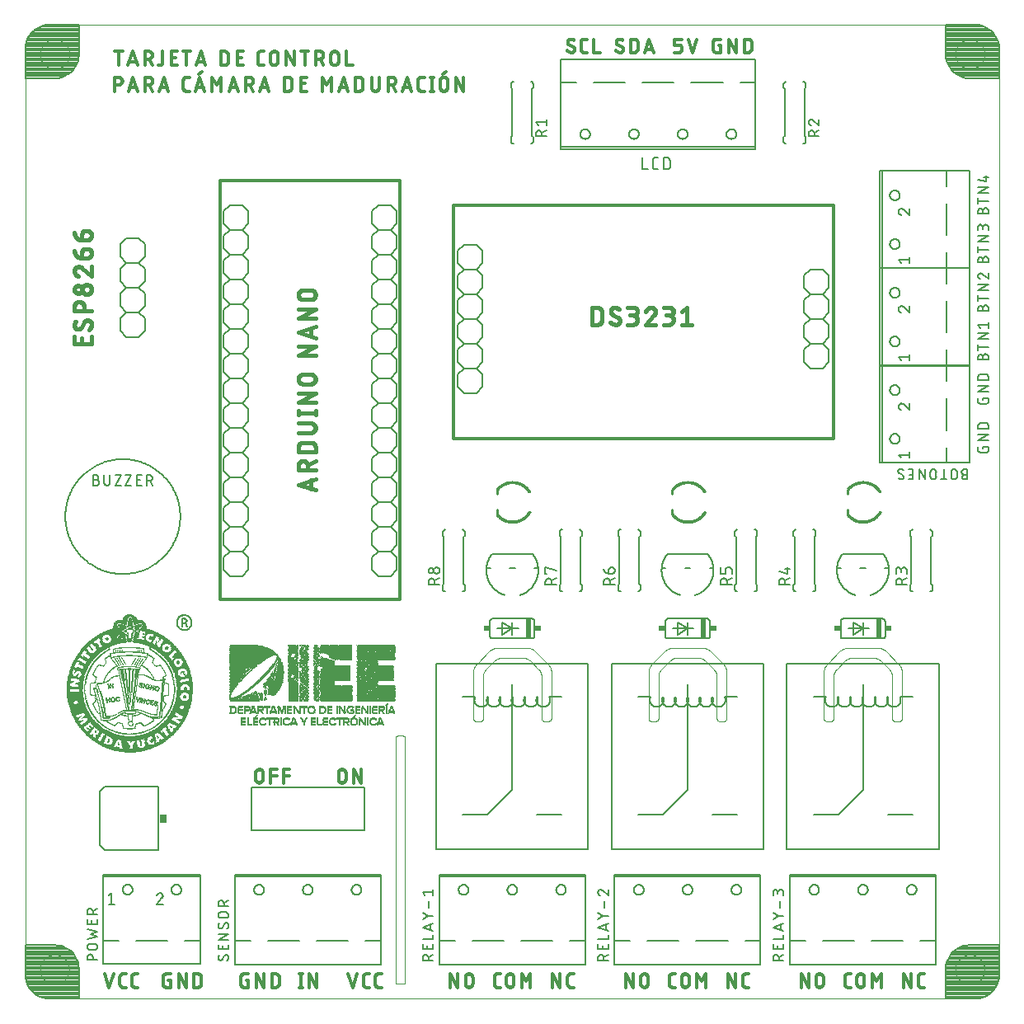
<source format=gto>
G75*
%MOIN*%
%OFA0B0*%
%FSLAX25Y25*%
%IPPOS*%
%LPD*%
%AMOC8*
5,1,8,0,0,1.08239X$1,22.5*
%
%ADD10C,0.00000*%
%ADD11C,0.01200*%
%ADD12C,0.01400*%
%ADD13C,0.01700*%
%ADD14R,0.00441X0.00110*%
%ADD15R,0.00331X0.00110*%
%ADD16R,0.04740X0.00110*%
%ADD17R,0.06614X0.00110*%
%ADD18R,0.08268X0.00110*%
%ADD19R,0.09480X0.00110*%
%ADD20R,0.10472X0.00110*%
%ADD21R,0.11575X0.00110*%
%ADD22R,0.12457X0.00110*%
%ADD23R,0.13339X0.00110*%
%ADD24R,0.14000X0.00110*%
%ADD25R,0.14882X0.00110*%
%ADD26R,0.15543X0.00110*%
%ADD27R,0.08047X0.00110*%
%ADD28R,0.06835X0.00110*%
%ADD29R,0.05071X0.00110*%
%ADD30R,0.02976X0.00110*%
%ADD31R,0.07276X0.00110*%
%ADD32R,0.07606X0.00110*%
%ADD33R,0.03969X0.00110*%
%ADD34R,0.02646X0.00110*%
%ADD35R,0.03858X0.00110*%
%ADD36R,0.01102X0.00110*%
%ADD37R,0.02425X0.00110*%
%ADD38R,0.03638X0.00110*%
%ADD39R,0.02315X0.00110*%
%ADD40R,0.04189X0.00110*%
%ADD41R,0.03417X0.00110*%
%ADD42R,0.00882X0.00110*%
%ADD43R,0.03087X0.00110*%
%ADD44R,0.02205X0.00110*%
%ADD45R,0.00110X0.00110*%
%ADD46R,0.02094X0.00110*%
%ADD47R,0.04520X0.00110*%
%ADD48R,0.04079X0.00110*%
%ADD49R,0.04630X0.00110*%
%ADD50R,0.04409X0.00110*%
%ADD51R,0.01984X0.00110*%
%ADD52R,0.04961X0.00110*%
%ADD53R,0.05181X0.00110*%
%ADD54R,0.05291X0.00110*%
%ADD55R,0.05512X0.00110*%
%ADD56R,0.01874X0.00110*%
%ADD57R,0.00661X0.00110*%
%ADD58R,0.01764X0.00110*%
%ADD59R,0.02866X0.00110*%
%ADD60R,0.01654X0.00110*%
%ADD61R,0.00772X0.00110*%
%ADD62R,0.02535X0.00110*%
%ADD63R,0.01543X0.00110*%
%ADD64R,0.01433X0.00110*%
%ADD65R,0.02756X0.00110*%
%ADD66R,0.01323X0.00110*%
%ADD67R,0.01213X0.00110*%
%ADD68R,0.00220X0.00110*%
%ADD69R,0.00992X0.00110*%
%ADD70R,0.00551X0.00110*%
%ADD71R,0.03528X0.00110*%
%ADD72R,0.03748X0.00110*%
%ADD73R,0.03197X0.00110*%
%ADD74R,0.06173X0.00110*%
%ADD75R,0.07165X0.00110*%
%ADD76R,0.08709X0.00110*%
%ADD77R,0.09260X0.00110*%
%ADD78R,0.12016X0.00110*%
%ADD79R,0.14220X0.00110*%
%ADD80R,0.14331X0.00110*%
%ADD81R,0.14441X0.00110*%
%ADD82R,0.14661X0.00110*%
%ADD83R,0.15213X0.00110*%
%ADD84R,0.15984X0.00110*%
%ADD85R,0.07055X0.00110*%
%ADD86R,0.06394X0.00110*%
%ADD87R,0.06504X0.00110*%
%ADD88R,0.05843X0.00110*%
%ADD89R,0.06283X0.00110*%
%ADD90R,0.06063X0.00110*%
%ADD91R,0.05622X0.00110*%
%ADD92R,0.05402X0.00110*%
%ADD93R,0.04299X0.00110*%
%ADD94R,0.04850X0.00110*%
%ADD95R,0.03307X0.00110*%
%ADD96R,0.06945X0.00110*%
%ADD97R,0.06724X0.00110*%
%ADD98R,0.05953X0.00110*%
%ADD99R,0.07937X0.00110*%
%ADD100R,0.08378X0.00110*%
%ADD101R,0.05732X0.00110*%
%ADD102R,0.07827X0.00110*%
%ADD103R,0.07717X0.00110*%
%ADD104R,0.07386X0.00110*%
%ADD105R,0.02244X0.00118*%
%ADD106R,0.02008X0.00118*%
%ADD107R,0.01417X0.00118*%
%ADD108R,0.00591X0.00118*%
%ADD109R,0.00709X0.00118*%
%ADD110R,0.00827X0.00118*%
%ADD111R,0.01535X0.00118*%
%ADD112R,0.01890X0.00118*%
%ADD113R,0.02126X0.00118*%
%ADD114R,0.02362X0.00118*%
%ADD115R,0.02480X0.00118*%
%ADD116R,0.00945X0.00118*%
%ADD117R,0.01181X0.00118*%
%ADD118R,0.01063X0.00118*%
%ADD119R,0.02717X0.00118*%
%ADD120R,0.02835X0.00118*%
%ADD121R,0.00354X0.00118*%
%ADD122R,0.00236X0.00118*%
%ADD123R,0.02598X0.00118*%
%ADD124R,0.01299X0.00118*%
%ADD125R,0.01772X0.00118*%
%ADD126R,0.00472X0.00118*%
%ADD127R,0.01654X0.00118*%
%ADD128R,0.00118X0.00118*%
%ADD129R,0.12047X0.00118*%
%ADD130R,0.04016X0.00118*%
%ADD131R,0.08740X0.00118*%
%ADD132R,0.07913X0.00118*%
%ADD133R,0.07441X0.00118*%
%ADD134R,0.03898X0.00118*%
%ADD135R,0.08976X0.00118*%
%ADD136R,0.08031X0.00118*%
%ADD137R,0.07323X0.00118*%
%ADD138R,0.03661X0.00118*%
%ADD139R,0.09213X0.00118*%
%ADD140R,0.03071X0.00118*%
%ADD141R,0.04488X0.00118*%
%ADD142R,0.09331X0.00118*%
%ADD143R,0.02953X0.00118*%
%ADD144R,0.07205X0.00118*%
%ADD145R,0.09094X0.00118*%
%ADD146R,0.03189X0.00118*%
%ADD147R,0.09567X0.00118*%
%ADD148R,0.04370X0.00118*%
%ADD149R,0.07087X0.00118*%
%ADD150R,0.09803X0.00118*%
%ADD151R,0.05197X0.00118*%
%ADD152R,0.10039X0.00118*%
%ADD153R,0.03307X0.00118*%
%ADD154R,0.10276X0.00118*%
%ADD155R,0.04606X0.00118*%
%ADD156R,0.06969X0.00118*%
%ADD157R,0.10394X0.00118*%
%ADD158R,0.04724X0.00118*%
%ADD159R,0.10630X0.00118*%
%ADD160R,0.04961X0.00118*%
%ADD161R,0.06850X0.00118*%
%ADD162R,0.10866X0.00118*%
%ADD163R,0.06024X0.00118*%
%ADD164R,0.11102X0.00118*%
%ADD165R,0.06260X0.00118*%
%ADD166R,0.06732X0.00118*%
%ADD167R,0.11220X0.00118*%
%ADD168R,0.11339X0.00118*%
%ADD169R,0.11457X0.00118*%
%ADD170R,0.06614X0.00118*%
%ADD171R,0.11693X0.00118*%
%ADD172R,0.11929X0.00118*%
%ADD173R,0.06496X0.00118*%
%ADD174R,0.12283X0.00118*%
%ADD175R,0.06378X0.00118*%
%ADD176R,0.12520X0.00118*%
%ADD177R,0.12756X0.00118*%
%ADD178R,0.04843X0.00118*%
%ADD179R,0.12992X0.00118*%
%ADD180R,0.15000X0.00118*%
%ADD181R,0.06142X0.00118*%
%ADD182R,0.04252X0.00118*%
%ADD183R,0.04134X0.00118*%
%ADD184R,0.05906X0.00118*%
%ADD185R,0.03425X0.00118*%
%ADD186R,0.05787X0.00118*%
%ADD187R,0.03543X0.00118*%
%ADD188R,0.05669X0.00118*%
%ADD189R,0.03780X0.00118*%
%ADD190R,0.05551X0.00118*%
%ADD191R,0.12874X0.00118*%
%ADD192R,0.15472X0.00118*%
%ADD193R,0.12638X0.00118*%
%ADD194R,0.05433X0.00118*%
%ADD195R,0.12402X0.00118*%
%ADD196R,0.09921X0.00118*%
%ADD197R,0.12165X0.00118*%
%ADD198R,0.11575X0.00118*%
%ADD199R,0.10984X0.00118*%
%ADD200R,0.09449X0.00118*%
%ADD201R,0.10748X0.00118*%
%ADD202R,0.05079X0.00118*%
%ADD203R,0.10512X0.00118*%
%ADD204R,0.10157X0.00118*%
%ADD205R,0.09685X0.00118*%
%ADD206R,0.05315X0.00118*%
%ADD207R,0.08386X0.00118*%
%ADD208R,0.08858X0.00118*%
%ADD209R,0.08622X0.00118*%
%ADD210R,0.07559X0.00118*%
%ADD211R,0.07795X0.00118*%
%ADD212R,0.08268X0.00118*%
%ADD213R,0.08150X0.00118*%
%ADD214R,0.07677X0.00118*%
%ADD215R,0.11811X0.00118*%
%ADD216R,0.13110X0.00118*%
%ADD217R,0.13228X0.00118*%
%ADD218R,0.13465X0.00118*%
%ADD219R,0.13583X0.00118*%
%ADD220R,0.13701X0.00118*%
%ADD221R,0.13937X0.00118*%
%ADD222R,0.14055X0.00118*%
%ADD223R,0.14291X0.00118*%
%ADD224R,0.14409X0.00118*%
%ADD225R,0.14646X0.00118*%
%ADD226R,0.14764X0.00118*%
%ADD227R,0.15118X0.00118*%
%ADD228R,0.13346X0.00118*%
%ADD229R,0.15354X0.00118*%
%ADD230R,0.15591X0.00118*%
%ADD231R,0.15709X0.00118*%
%ADD232R,0.15945X0.00118*%
%ADD233R,0.14173X0.00118*%
%ADD234R,0.16181X0.00118*%
%ADD235R,0.08504X0.00118*%
%ADD236R,0.16417X0.00118*%
%ADD237R,0.16654X0.00118*%
%ADD238R,0.16890X0.00118*%
%ADD239R,0.17126X0.00118*%
%ADD240R,0.17480X0.00118*%
%ADD241R,0.17835X0.00118*%
%ADD242R,0.19488X0.00118*%
%ADD243R,0.19370X0.00118*%
%ADD244R,0.19252X0.00118*%
%ADD245R,0.19134X0.00118*%
%ADD246R,0.19016X0.00118*%
%ADD247R,0.18898X0.00118*%
%ADD248R,0.18780X0.00118*%
%ADD249R,0.18661X0.00118*%
%ADD250R,0.18543X0.00118*%
%ADD251R,0.18425X0.00118*%
%ADD252R,0.13819X0.00118*%
%ADD253R,0.18307X0.00118*%
%ADD254R,0.18071X0.00118*%
%ADD255R,0.17953X0.00118*%
%ADD256R,0.17717X0.00118*%
%ADD257R,0.17362X0.00118*%
%ADD258R,0.16772X0.00118*%
%ADD259R,0.16535X0.00118*%
%ADD260R,0.16299X0.00118*%
%ADD261R,0.16063X0.00118*%
%ADD262R,0.15827X0.00118*%
%ADD263R,0.15236X0.00118*%
%ADD264R,0.14882X0.00118*%
%ADD265C,0.00800*%
%ADD266C,0.00600*%
%ADD267C,0.00500*%
%ADD268R,0.02000X0.08000*%
%ADD269R,0.02500X0.02000*%
%ADD270C,0.00100*%
%ADD271C,0.01000*%
%ADD272R,0.03000X0.03400*%
D10*
X0119641Y0101453D02*
X0119641Y0475469D01*
X0119644Y0475707D01*
X0119652Y0475945D01*
X0119667Y0476182D01*
X0119687Y0476419D01*
X0119713Y0476655D01*
X0119744Y0476891D01*
X0119781Y0477126D01*
X0119824Y0477360D01*
X0119873Y0477593D01*
X0119927Y0477825D01*
X0119987Y0478055D01*
X0120052Y0478284D01*
X0120123Y0478511D01*
X0120199Y0478736D01*
X0120281Y0478959D01*
X0120368Y0479181D01*
X0120460Y0479400D01*
X0120558Y0479617D01*
X0120660Y0479831D01*
X0120768Y0480043D01*
X0120882Y0480253D01*
X0121000Y0480459D01*
X0121123Y0480663D01*
X0121251Y0480863D01*
X0121383Y0481060D01*
X0121521Y0481255D01*
X0121663Y0481445D01*
X0121810Y0481633D01*
X0121961Y0481816D01*
X0122116Y0481996D01*
X0122276Y0482172D01*
X0122440Y0482344D01*
X0122609Y0482513D01*
X0122781Y0482677D01*
X0122957Y0482837D01*
X0123137Y0482992D01*
X0123320Y0483143D01*
X0123508Y0483290D01*
X0123698Y0483432D01*
X0123893Y0483570D01*
X0124090Y0483702D01*
X0124290Y0483830D01*
X0124494Y0483953D01*
X0124700Y0484071D01*
X0124910Y0484185D01*
X0125122Y0484293D01*
X0125336Y0484395D01*
X0125553Y0484493D01*
X0125772Y0484585D01*
X0125994Y0484672D01*
X0126217Y0484754D01*
X0126442Y0484830D01*
X0126669Y0484901D01*
X0126898Y0484966D01*
X0127128Y0485026D01*
X0127360Y0485080D01*
X0127593Y0485129D01*
X0127827Y0485172D01*
X0128062Y0485209D01*
X0128298Y0485240D01*
X0128534Y0485266D01*
X0128771Y0485286D01*
X0129008Y0485301D01*
X0129246Y0485309D01*
X0129484Y0485312D01*
X0129484Y0485311D02*
X0503499Y0485311D01*
X0503499Y0485312D02*
X0503737Y0485309D01*
X0503975Y0485301D01*
X0504212Y0485286D01*
X0504449Y0485266D01*
X0504685Y0485240D01*
X0504921Y0485209D01*
X0505156Y0485172D01*
X0505390Y0485129D01*
X0505623Y0485080D01*
X0505855Y0485026D01*
X0506085Y0484966D01*
X0506314Y0484901D01*
X0506541Y0484830D01*
X0506766Y0484754D01*
X0506989Y0484672D01*
X0507211Y0484585D01*
X0507430Y0484493D01*
X0507647Y0484395D01*
X0507861Y0484293D01*
X0508073Y0484185D01*
X0508283Y0484071D01*
X0508489Y0483953D01*
X0508693Y0483830D01*
X0508893Y0483702D01*
X0509090Y0483570D01*
X0509285Y0483432D01*
X0509475Y0483290D01*
X0509663Y0483143D01*
X0509846Y0482992D01*
X0510026Y0482837D01*
X0510202Y0482677D01*
X0510374Y0482513D01*
X0510543Y0482344D01*
X0510707Y0482172D01*
X0510867Y0481996D01*
X0511022Y0481816D01*
X0511173Y0481633D01*
X0511320Y0481445D01*
X0511462Y0481255D01*
X0511600Y0481060D01*
X0511732Y0480863D01*
X0511860Y0480663D01*
X0511983Y0480459D01*
X0512101Y0480253D01*
X0512215Y0480043D01*
X0512323Y0479831D01*
X0512425Y0479617D01*
X0512523Y0479400D01*
X0512615Y0479181D01*
X0512702Y0478959D01*
X0512784Y0478736D01*
X0512860Y0478511D01*
X0512931Y0478284D01*
X0512996Y0478055D01*
X0513056Y0477825D01*
X0513110Y0477593D01*
X0513159Y0477360D01*
X0513202Y0477126D01*
X0513239Y0476891D01*
X0513270Y0476655D01*
X0513296Y0476419D01*
X0513316Y0476182D01*
X0513331Y0475945D01*
X0513339Y0475707D01*
X0513342Y0475469D01*
X0513342Y0101453D01*
X0513339Y0101215D01*
X0513331Y0100977D01*
X0513316Y0100740D01*
X0513296Y0100503D01*
X0513270Y0100267D01*
X0513239Y0100031D01*
X0513202Y0099796D01*
X0513159Y0099562D01*
X0513110Y0099329D01*
X0513056Y0099097D01*
X0512996Y0098867D01*
X0512931Y0098638D01*
X0512860Y0098411D01*
X0512784Y0098186D01*
X0512702Y0097963D01*
X0512615Y0097741D01*
X0512523Y0097522D01*
X0512425Y0097305D01*
X0512323Y0097091D01*
X0512215Y0096879D01*
X0512101Y0096669D01*
X0511983Y0096463D01*
X0511860Y0096259D01*
X0511732Y0096059D01*
X0511600Y0095862D01*
X0511462Y0095667D01*
X0511320Y0095477D01*
X0511173Y0095289D01*
X0511022Y0095106D01*
X0510867Y0094926D01*
X0510707Y0094750D01*
X0510543Y0094578D01*
X0510374Y0094409D01*
X0510202Y0094245D01*
X0510026Y0094085D01*
X0509846Y0093930D01*
X0509663Y0093779D01*
X0509475Y0093632D01*
X0509285Y0093490D01*
X0509090Y0093352D01*
X0508893Y0093220D01*
X0508693Y0093092D01*
X0508489Y0092969D01*
X0508283Y0092851D01*
X0508073Y0092737D01*
X0507861Y0092629D01*
X0507647Y0092527D01*
X0507430Y0092429D01*
X0507211Y0092337D01*
X0506989Y0092250D01*
X0506766Y0092168D01*
X0506541Y0092092D01*
X0506314Y0092021D01*
X0506085Y0091956D01*
X0505855Y0091896D01*
X0505623Y0091842D01*
X0505390Y0091793D01*
X0505156Y0091750D01*
X0504921Y0091713D01*
X0504685Y0091682D01*
X0504449Y0091656D01*
X0504212Y0091636D01*
X0503975Y0091621D01*
X0503737Y0091613D01*
X0503499Y0091610D01*
X0129484Y0091610D01*
X0129246Y0091613D01*
X0129008Y0091621D01*
X0128771Y0091636D01*
X0128534Y0091656D01*
X0128298Y0091682D01*
X0128062Y0091713D01*
X0127827Y0091750D01*
X0127593Y0091793D01*
X0127360Y0091842D01*
X0127128Y0091896D01*
X0126898Y0091956D01*
X0126669Y0092021D01*
X0126442Y0092092D01*
X0126217Y0092168D01*
X0125994Y0092250D01*
X0125772Y0092337D01*
X0125553Y0092429D01*
X0125336Y0092527D01*
X0125122Y0092629D01*
X0124910Y0092737D01*
X0124700Y0092851D01*
X0124494Y0092969D01*
X0124290Y0093092D01*
X0124090Y0093220D01*
X0123893Y0093352D01*
X0123698Y0093490D01*
X0123508Y0093632D01*
X0123320Y0093779D01*
X0123137Y0093930D01*
X0122957Y0094085D01*
X0122781Y0094245D01*
X0122609Y0094409D01*
X0122440Y0094578D01*
X0122276Y0094750D01*
X0122116Y0094926D01*
X0121961Y0095106D01*
X0121810Y0095289D01*
X0121663Y0095477D01*
X0121521Y0095667D01*
X0121383Y0095862D01*
X0121251Y0096059D01*
X0121123Y0096259D01*
X0121000Y0096463D01*
X0120882Y0096669D01*
X0120768Y0096879D01*
X0120660Y0097091D01*
X0120558Y0097305D01*
X0120460Y0097522D01*
X0120368Y0097741D01*
X0120281Y0097963D01*
X0120199Y0098186D01*
X0120123Y0098411D01*
X0120052Y0098638D01*
X0119987Y0098867D01*
X0119927Y0099097D01*
X0119873Y0099329D01*
X0119824Y0099562D01*
X0119781Y0099796D01*
X0119744Y0100031D01*
X0119713Y0100267D01*
X0119687Y0100503D01*
X0119667Y0100740D01*
X0119652Y0100977D01*
X0119644Y0101215D01*
X0119641Y0101453D01*
X0125546Y0103421D02*
X0125548Y0103574D01*
X0125554Y0103728D01*
X0125564Y0103881D01*
X0125578Y0104033D01*
X0125596Y0104186D01*
X0125618Y0104337D01*
X0125643Y0104488D01*
X0125673Y0104639D01*
X0125707Y0104789D01*
X0125744Y0104937D01*
X0125785Y0105085D01*
X0125830Y0105231D01*
X0125879Y0105377D01*
X0125932Y0105521D01*
X0125988Y0105663D01*
X0126048Y0105804D01*
X0126112Y0105944D01*
X0126179Y0106082D01*
X0126250Y0106218D01*
X0126325Y0106352D01*
X0126402Y0106484D01*
X0126484Y0106614D01*
X0126568Y0106742D01*
X0126656Y0106868D01*
X0126747Y0106991D01*
X0126841Y0107112D01*
X0126939Y0107230D01*
X0127039Y0107346D01*
X0127143Y0107459D01*
X0127249Y0107570D01*
X0127358Y0107678D01*
X0127470Y0107783D01*
X0127584Y0107884D01*
X0127702Y0107983D01*
X0127821Y0108079D01*
X0127943Y0108172D01*
X0128068Y0108261D01*
X0128195Y0108348D01*
X0128324Y0108430D01*
X0128455Y0108510D01*
X0128588Y0108586D01*
X0128723Y0108659D01*
X0128860Y0108728D01*
X0128999Y0108793D01*
X0129139Y0108855D01*
X0129281Y0108913D01*
X0129424Y0108968D01*
X0129569Y0109019D01*
X0129715Y0109066D01*
X0129862Y0109109D01*
X0130010Y0109148D01*
X0130159Y0109184D01*
X0130309Y0109215D01*
X0130460Y0109243D01*
X0130611Y0109267D01*
X0130764Y0109287D01*
X0130916Y0109303D01*
X0131069Y0109315D01*
X0131222Y0109323D01*
X0131375Y0109327D01*
X0131529Y0109327D01*
X0131682Y0109323D01*
X0131835Y0109315D01*
X0131988Y0109303D01*
X0132140Y0109287D01*
X0132293Y0109267D01*
X0132444Y0109243D01*
X0132595Y0109215D01*
X0132745Y0109184D01*
X0132894Y0109148D01*
X0133042Y0109109D01*
X0133189Y0109066D01*
X0133335Y0109019D01*
X0133480Y0108968D01*
X0133623Y0108913D01*
X0133765Y0108855D01*
X0133905Y0108793D01*
X0134044Y0108728D01*
X0134181Y0108659D01*
X0134316Y0108586D01*
X0134449Y0108510D01*
X0134580Y0108430D01*
X0134709Y0108348D01*
X0134836Y0108261D01*
X0134961Y0108172D01*
X0135083Y0108079D01*
X0135202Y0107983D01*
X0135320Y0107884D01*
X0135434Y0107783D01*
X0135546Y0107678D01*
X0135655Y0107570D01*
X0135761Y0107459D01*
X0135865Y0107346D01*
X0135965Y0107230D01*
X0136063Y0107112D01*
X0136157Y0106991D01*
X0136248Y0106868D01*
X0136336Y0106742D01*
X0136420Y0106614D01*
X0136502Y0106484D01*
X0136579Y0106352D01*
X0136654Y0106218D01*
X0136725Y0106082D01*
X0136792Y0105944D01*
X0136856Y0105804D01*
X0136916Y0105663D01*
X0136972Y0105521D01*
X0137025Y0105377D01*
X0137074Y0105231D01*
X0137119Y0105085D01*
X0137160Y0104937D01*
X0137197Y0104789D01*
X0137231Y0104639D01*
X0137261Y0104488D01*
X0137286Y0104337D01*
X0137308Y0104186D01*
X0137326Y0104033D01*
X0137340Y0103881D01*
X0137350Y0103728D01*
X0137356Y0103574D01*
X0137358Y0103421D01*
X0137356Y0103268D01*
X0137350Y0103114D01*
X0137340Y0102961D01*
X0137326Y0102809D01*
X0137308Y0102656D01*
X0137286Y0102505D01*
X0137261Y0102354D01*
X0137231Y0102203D01*
X0137197Y0102053D01*
X0137160Y0101905D01*
X0137119Y0101757D01*
X0137074Y0101611D01*
X0137025Y0101465D01*
X0136972Y0101321D01*
X0136916Y0101179D01*
X0136856Y0101038D01*
X0136792Y0100898D01*
X0136725Y0100760D01*
X0136654Y0100624D01*
X0136579Y0100490D01*
X0136502Y0100358D01*
X0136420Y0100228D01*
X0136336Y0100100D01*
X0136248Y0099974D01*
X0136157Y0099851D01*
X0136063Y0099730D01*
X0135965Y0099612D01*
X0135865Y0099496D01*
X0135761Y0099383D01*
X0135655Y0099272D01*
X0135546Y0099164D01*
X0135434Y0099059D01*
X0135320Y0098958D01*
X0135202Y0098859D01*
X0135083Y0098763D01*
X0134961Y0098670D01*
X0134836Y0098581D01*
X0134709Y0098494D01*
X0134580Y0098412D01*
X0134449Y0098332D01*
X0134316Y0098256D01*
X0134181Y0098183D01*
X0134044Y0098114D01*
X0133905Y0098049D01*
X0133765Y0097987D01*
X0133623Y0097929D01*
X0133480Y0097874D01*
X0133335Y0097823D01*
X0133189Y0097776D01*
X0133042Y0097733D01*
X0132894Y0097694D01*
X0132745Y0097658D01*
X0132595Y0097627D01*
X0132444Y0097599D01*
X0132293Y0097575D01*
X0132140Y0097555D01*
X0131988Y0097539D01*
X0131835Y0097527D01*
X0131682Y0097519D01*
X0131529Y0097515D01*
X0131375Y0097515D01*
X0131222Y0097519D01*
X0131069Y0097527D01*
X0130916Y0097539D01*
X0130764Y0097555D01*
X0130611Y0097575D01*
X0130460Y0097599D01*
X0130309Y0097627D01*
X0130159Y0097658D01*
X0130010Y0097694D01*
X0129862Y0097733D01*
X0129715Y0097776D01*
X0129569Y0097823D01*
X0129424Y0097874D01*
X0129281Y0097929D01*
X0129139Y0097987D01*
X0128999Y0098049D01*
X0128860Y0098114D01*
X0128723Y0098183D01*
X0128588Y0098256D01*
X0128455Y0098332D01*
X0128324Y0098412D01*
X0128195Y0098494D01*
X0128068Y0098581D01*
X0127943Y0098670D01*
X0127821Y0098763D01*
X0127702Y0098859D01*
X0127584Y0098958D01*
X0127470Y0099059D01*
X0127358Y0099164D01*
X0127249Y0099272D01*
X0127143Y0099383D01*
X0127039Y0099496D01*
X0126939Y0099612D01*
X0126841Y0099730D01*
X0126747Y0099851D01*
X0126656Y0099974D01*
X0126568Y0100100D01*
X0126484Y0100228D01*
X0126402Y0100358D01*
X0126325Y0100490D01*
X0126250Y0100624D01*
X0126179Y0100760D01*
X0126112Y0100898D01*
X0126048Y0101038D01*
X0125988Y0101179D01*
X0125932Y0101321D01*
X0125879Y0101465D01*
X0125830Y0101611D01*
X0125785Y0101757D01*
X0125744Y0101905D01*
X0125707Y0102053D01*
X0125673Y0102203D01*
X0125643Y0102354D01*
X0125618Y0102505D01*
X0125596Y0102656D01*
X0125578Y0102809D01*
X0125564Y0102961D01*
X0125554Y0103114D01*
X0125548Y0103268D01*
X0125546Y0103421D01*
X0269247Y0098516D02*
X0269247Y0196909D01*
X0269249Y0196969D01*
X0269254Y0197030D01*
X0269263Y0197089D01*
X0269276Y0197148D01*
X0269292Y0197207D01*
X0269312Y0197264D01*
X0269335Y0197319D01*
X0269362Y0197374D01*
X0269391Y0197426D01*
X0269424Y0197477D01*
X0269460Y0197526D01*
X0269498Y0197572D01*
X0269540Y0197616D01*
X0269584Y0197658D01*
X0269630Y0197696D01*
X0269679Y0197732D01*
X0269730Y0197765D01*
X0269782Y0197794D01*
X0269837Y0197821D01*
X0269892Y0197844D01*
X0269949Y0197864D01*
X0270008Y0197880D01*
X0270067Y0197893D01*
X0270126Y0197902D01*
X0270187Y0197907D01*
X0270247Y0197909D01*
X0272184Y0197909D01*
X0272244Y0197907D01*
X0272305Y0197902D01*
X0272364Y0197893D01*
X0272423Y0197880D01*
X0272482Y0197864D01*
X0272539Y0197844D01*
X0272594Y0197821D01*
X0272649Y0197794D01*
X0272701Y0197765D01*
X0272752Y0197732D01*
X0272801Y0197696D01*
X0272847Y0197658D01*
X0272891Y0197616D01*
X0272933Y0197572D01*
X0272971Y0197526D01*
X0273007Y0197477D01*
X0273040Y0197426D01*
X0273069Y0197374D01*
X0273096Y0197319D01*
X0273119Y0197264D01*
X0273139Y0197207D01*
X0273155Y0197148D01*
X0273168Y0197089D01*
X0273177Y0197030D01*
X0273182Y0196969D01*
X0273184Y0196909D01*
X0273184Y0098516D01*
X0273182Y0098456D01*
X0273177Y0098395D01*
X0273168Y0098336D01*
X0273155Y0098277D01*
X0273139Y0098218D01*
X0273119Y0098161D01*
X0273096Y0098106D01*
X0273069Y0098051D01*
X0273040Y0097999D01*
X0273007Y0097948D01*
X0272971Y0097899D01*
X0272933Y0097853D01*
X0272891Y0097809D01*
X0272847Y0097767D01*
X0272801Y0097729D01*
X0272752Y0097693D01*
X0272701Y0097660D01*
X0272649Y0097631D01*
X0272594Y0097604D01*
X0272539Y0097581D01*
X0272482Y0097561D01*
X0272423Y0097545D01*
X0272364Y0097532D01*
X0272305Y0097523D01*
X0272244Y0097518D01*
X0272184Y0097516D01*
X0270247Y0097516D01*
X0270187Y0097518D01*
X0270126Y0097523D01*
X0270067Y0097532D01*
X0270008Y0097545D01*
X0269949Y0097561D01*
X0269892Y0097581D01*
X0269837Y0097604D01*
X0269782Y0097631D01*
X0269730Y0097660D01*
X0269679Y0097693D01*
X0269630Y0097729D01*
X0269584Y0097767D01*
X0269540Y0097809D01*
X0269498Y0097853D01*
X0269460Y0097899D01*
X0269424Y0097948D01*
X0269391Y0097999D01*
X0269362Y0098051D01*
X0269335Y0098106D01*
X0269312Y0098161D01*
X0269292Y0098218D01*
X0269276Y0098277D01*
X0269263Y0098336D01*
X0269254Y0098395D01*
X0269249Y0098456D01*
X0269247Y0098516D01*
X0301743Y0203815D02*
X0303680Y0203815D01*
X0303740Y0203817D01*
X0303801Y0203822D01*
X0303860Y0203831D01*
X0303919Y0203844D01*
X0303978Y0203860D01*
X0304035Y0203880D01*
X0304090Y0203903D01*
X0304145Y0203930D01*
X0304197Y0203959D01*
X0304248Y0203992D01*
X0304297Y0204028D01*
X0304343Y0204066D01*
X0304387Y0204108D01*
X0304429Y0204152D01*
X0304467Y0204198D01*
X0304503Y0204247D01*
X0304536Y0204298D01*
X0304565Y0204350D01*
X0304592Y0204405D01*
X0304615Y0204460D01*
X0304635Y0204517D01*
X0304651Y0204576D01*
X0304664Y0204635D01*
X0304673Y0204694D01*
X0304678Y0204755D01*
X0304680Y0204815D01*
X0304680Y0221869D01*
X0300743Y0223838D02*
X0300745Y0223962D01*
X0300751Y0224085D01*
X0300760Y0224209D01*
X0300774Y0224331D01*
X0300791Y0224454D01*
X0300813Y0224576D01*
X0300838Y0224697D01*
X0300867Y0224817D01*
X0300899Y0224936D01*
X0300936Y0225055D01*
X0300976Y0225172D01*
X0301019Y0225287D01*
X0301067Y0225402D01*
X0301118Y0225514D01*
X0301172Y0225625D01*
X0301230Y0225735D01*
X0301291Y0225842D01*
X0301356Y0225948D01*
X0301424Y0226051D01*
X0301495Y0226152D01*
X0301569Y0226251D01*
X0301646Y0226348D01*
X0301727Y0226442D01*
X0301810Y0226533D01*
X0301896Y0226622D01*
X0301897Y0226622D02*
X0307464Y0232189D01*
X0310248Y0233343D02*
X0322735Y0233343D01*
X0325519Y0232189D02*
X0331086Y0226622D01*
X0332239Y0223838D02*
X0332239Y0204815D01*
X0332237Y0204755D01*
X0332232Y0204694D01*
X0332223Y0204635D01*
X0332210Y0204576D01*
X0332194Y0204517D01*
X0332174Y0204460D01*
X0332151Y0204405D01*
X0332124Y0204350D01*
X0332095Y0204298D01*
X0332062Y0204247D01*
X0332026Y0204198D01*
X0331988Y0204152D01*
X0331946Y0204108D01*
X0331902Y0204066D01*
X0331856Y0204028D01*
X0331807Y0203992D01*
X0331756Y0203959D01*
X0331704Y0203930D01*
X0331649Y0203903D01*
X0331594Y0203880D01*
X0331537Y0203860D01*
X0331478Y0203844D01*
X0331419Y0203831D01*
X0331360Y0203822D01*
X0331299Y0203817D01*
X0331239Y0203815D01*
X0329302Y0203815D01*
X0329242Y0203817D01*
X0329181Y0203822D01*
X0329122Y0203831D01*
X0329063Y0203844D01*
X0329004Y0203860D01*
X0328947Y0203880D01*
X0328892Y0203903D01*
X0328837Y0203930D01*
X0328785Y0203959D01*
X0328734Y0203992D01*
X0328685Y0204028D01*
X0328639Y0204066D01*
X0328595Y0204108D01*
X0328553Y0204152D01*
X0328515Y0204198D01*
X0328479Y0204247D01*
X0328446Y0204298D01*
X0328417Y0204350D01*
X0328390Y0204405D01*
X0328367Y0204460D01*
X0328347Y0204517D01*
X0328331Y0204576D01*
X0328318Y0204635D01*
X0328309Y0204694D01*
X0328304Y0204755D01*
X0328302Y0204815D01*
X0328302Y0221869D01*
X0332239Y0223838D02*
X0332237Y0223962D01*
X0332231Y0224085D01*
X0332222Y0224209D01*
X0332208Y0224331D01*
X0332191Y0224454D01*
X0332169Y0224576D01*
X0332144Y0224697D01*
X0332115Y0224817D01*
X0332083Y0224936D01*
X0332046Y0225055D01*
X0332006Y0225172D01*
X0331963Y0225287D01*
X0331915Y0225402D01*
X0331864Y0225514D01*
X0331810Y0225625D01*
X0331752Y0225735D01*
X0331691Y0225842D01*
X0331626Y0225948D01*
X0331558Y0226051D01*
X0331487Y0226152D01*
X0331413Y0226251D01*
X0331336Y0226348D01*
X0331255Y0226442D01*
X0331172Y0226533D01*
X0331086Y0226622D01*
X0327149Y0224653D02*
X0323550Y0228252D01*
X0325519Y0232190D02*
X0325430Y0232276D01*
X0325339Y0232359D01*
X0325245Y0232440D01*
X0325148Y0232517D01*
X0325049Y0232591D01*
X0324948Y0232662D01*
X0324845Y0232730D01*
X0324739Y0232795D01*
X0324632Y0232856D01*
X0324522Y0232914D01*
X0324411Y0232968D01*
X0324299Y0233019D01*
X0324184Y0233067D01*
X0324069Y0233110D01*
X0323952Y0233150D01*
X0323833Y0233187D01*
X0323714Y0233219D01*
X0323594Y0233248D01*
X0323473Y0233273D01*
X0323351Y0233295D01*
X0323228Y0233312D01*
X0323106Y0233326D01*
X0322982Y0233335D01*
X0322859Y0233341D01*
X0322735Y0233343D01*
X0320766Y0229406D02*
X0312217Y0229406D01*
X0310248Y0233343D02*
X0310124Y0233341D01*
X0310001Y0233335D01*
X0309877Y0233326D01*
X0309755Y0233312D01*
X0309632Y0233295D01*
X0309510Y0233273D01*
X0309389Y0233248D01*
X0309269Y0233219D01*
X0309150Y0233187D01*
X0309031Y0233150D01*
X0308914Y0233110D01*
X0308799Y0233067D01*
X0308684Y0233019D01*
X0308572Y0232968D01*
X0308461Y0232914D01*
X0308351Y0232856D01*
X0308244Y0232795D01*
X0308138Y0232730D01*
X0308035Y0232662D01*
X0307934Y0232591D01*
X0307835Y0232517D01*
X0307738Y0232440D01*
X0307644Y0232359D01*
X0307553Y0232276D01*
X0307464Y0232190D01*
X0309433Y0228252D02*
X0305834Y0224653D01*
X0305833Y0224653D02*
X0305747Y0224564D01*
X0305664Y0224473D01*
X0305583Y0224379D01*
X0305506Y0224282D01*
X0305432Y0224183D01*
X0305361Y0224082D01*
X0305293Y0223979D01*
X0305228Y0223873D01*
X0305167Y0223766D01*
X0305109Y0223656D01*
X0305055Y0223545D01*
X0305004Y0223433D01*
X0304956Y0223318D01*
X0304913Y0223203D01*
X0304873Y0223086D01*
X0304836Y0222967D01*
X0304804Y0222848D01*
X0304775Y0222728D01*
X0304750Y0222607D01*
X0304728Y0222485D01*
X0304711Y0222362D01*
X0304697Y0222240D01*
X0304688Y0222116D01*
X0304682Y0221993D01*
X0304680Y0221869D01*
X0300743Y0223838D02*
X0300743Y0204815D01*
X0300745Y0204755D01*
X0300750Y0204694D01*
X0300759Y0204635D01*
X0300772Y0204576D01*
X0300788Y0204517D01*
X0300808Y0204460D01*
X0300831Y0204405D01*
X0300858Y0204350D01*
X0300887Y0204298D01*
X0300920Y0204247D01*
X0300956Y0204198D01*
X0300994Y0204152D01*
X0301036Y0204108D01*
X0301080Y0204066D01*
X0301126Y0204028D01*
X0301175Y0203992D01*
X0301226Y0203959D01*
X0301278Y0203930D01*
X0301333Y0203903D01*
X0301388Y0203880D01*
X0301445Y0203860D01*
X0301504Y0203844D01*
X0301563Y0203831D01*
X0301622Y0203822D01*
X0301683Y0203817D01*
X0301743Y0203815D01*
X0309433Y0228253D02*
X0309522Y0228339D01*
X0309613Y0228422D01*
X0309707Y0228503D01*
X0309804Y0228580D01*
X0309903Y0228654D01*
X0310004Y0228725D01*
X0310107Y0228793D01*
X0310213Y0228858D01*
X0310320Y0228919D01*
X0310430Y0228977D01*
X0310541Y0229031D01*
X0310653Y0229082D01*
X0310768Y0229130D01*
X0310883Y0229173D01*
X0311000Y0229213D01*
X0311119Y0229250D01*
X0311238Y0229282D01*
X0311358Y0229311D01*
X0311479Y0229336D01*
X0311601Y0229358D01*
X0311724Y0229375D01*
X0311846Y0229389D01*
X0311970Y0229398D01*
X0312093Y0229404D01*
X0312217Y0229406D01*
X0320766Y0229406D02*
X0320890Y0229404D01*
X0321013Y0229398D01*
X0321137Y0229389D01*
X0321259Y0229375D01*
X0321382Y0229358D01*
X0321504Y0229336D01*
X0321625Y0229311D01*
X0321745Y0229282D01*
X0321864Y0229250D01*
X0321983Y0229213D01*
X0322100Y0229173D01*
X0322215Y0229130D01*
X0322330Y0229082D01*
X0322442Y0229031D01*
X0322553Y0228977D01*
X0322663Y0228919D01*
X0322770Y0228858D01*
X0322876Y0228793D01*
X0322979Y0228725D01*
X0323080Y0228654D01*
X0323179Y0228580D01*
X0323276Y0228503D01*
X0323370Y0228422D01*
X0323461Y0228339D01*
X0323550Y0228253D01*
X0327149Y0224653D02*
X0327235Y0224564D01*
X0327318Y0224473D01*
X0327399Y0224379D01*
X0327476Y0224282D01*
X0327550Y0224183D01*
X0327621Y0224082D01*
X0327689Y0223979D01*
X0327754Y0223873D01*
X0327815Y0223766D01*
X0327873Y0223656D01*
X0327927Y0223545D01*
X0327978Y0223433D01*
X0328026Y0223318D01*
X0328069Y0223203D01*
X0328109Y0223086D01*
X0328146Y0222967D01*
X0328178Y0222848D01*
X0328207Y0222728D01*
X0328232Y0222607D01*
X0328254Y0222485D01*
X0328271Y0222362D01*
X0328285Y0222240D01*
X0328294Y0222116D01*
X0328300Y0221993D01*
X0328302Y0221869D01*
X0371610Y0223838D02*
X0371610Y0204815D01*
X0371612Y0204755D01*
X0371617Y0204694D01*
X0371626Y0204635D01*
X0371639Y0204576D01*
X0371655Y0204517D01*
X0371675Y0204460D01*
X0371698Y0204405D01*
X0371725Y0204350D01*
X0371754Y0204298D01*
X0371787Y0204247D01*
X0371823Y0204198D01*
X0371861Y0204152D01*
X0371903Y0204108D01*
X0371947Y0204066D01*
X0371993Y0204028D01*
X0372042Y0203992D01*
X0372093Y0203959D01*
X0372145Y0203930D01*
X0372200Y0203903D01*
X0372255Y0203880D01*
X0372312Y0203860D01*
X0372371Y0203844D01*
X0372430Y0203831D01*
X0372489Y0203822D01*
X0372550Y0203817D01*
X0372610Y0203815D01*
X0374547Y0203815D01*
X0374607Y0203817D01*
X0374668Y0203822D01*
X0374727Y0203831D01*
X0374786Y0203844D01*
X0374845Y0203860D01*
X0374902Y0203880D01*
X0374957Y0203903D01*
X0375012Y0203930D01*
X0375064Y0203959D01*
X0375115Y0203992D01*
X0375164Y0204028D01*
X0375210Y0204066D01*
X0375254Y0204108D01*
X0375296Y0204152D01*
X0375334Y0204198D01*
X0375370Y0204247D01*
X0375403Y0204298D01*
X0375432Y0204350D01*
X0375459Y0204405D01*
X0375482Y0204460D01*
X0375502Y0204517D01*
X0375518Y0204576D01*
X0375531Y0204635D01*
X0375540Y0204694D01*
X0375545Y0204755D01*
X0375547Y0204815D01*
X0375547Y0221869D01*
X0371610Y0223838D02*
X0371612Y0223962D01*
X0371618Y0224085D01*
X0371627Y0224209D01*
X0371641Y0224331D01*
X0371658Y0224454D01*
X0371680Y0224576D01*
X0371705Y0224697D01*
X0371734Y0224817D01*
X0371766Y0224936D01*
X0371803Y0225055D01*
X0371843Y0225172D01*
X0371886Y0225287D01*
X0371934Y0225402D01*
X0371985Y0225514D01*
X0372039Y0225625D01*
X0372097Y0225735D01*
X0372158Y0225842D01*
X0372223Y0225948D01*
X0372291Y0226051D01*
X0372362Y0226152D01*
X0372436Y0226251D01*
X0372513Y0226348D01*
X0372594Y0226442D01*
X0372677Y0226533D01*
X0372763Y0226622D01*
X0378330Y0232189D01*
X0381114Y0233343D02*
X0393601Y0233343D01*
X0396385Y0232189D02*
X0401952Y0226622D01*
X0403106Y0223838D02*
X0403106Y0204815D01*
X0403104Y0204755D01*
X0403099Y0204694D01*
X0403090Y0204635D01*
X0403077Y0204576D01*
X0403061Y0204517D01*
X0403041Y0204460D01*
X0403018Y0204405D01*
X0402991Y0204350D01*
X0402962Y0204298D01*
X0402929Y0204247D01*
X0402893Y0204198D01*
X0402855Y0204152D01*
X0402813Y0204108D01*
X0402769Y0204066D01*
X0402723Y0204028D01*
X0402674Y0203992D01*
X0402623Y0203959D01*
X0402571Y0203930D01*
X0402516Y0203903D01*
X0402461Y0203880D01*
X0402404Y0203860D01*
X0402345Y0203844D01*
X0402286Y0203831D01*
X0402227Y0203822D01*
X0402166Y0203817D01*
X0402106Y0203815D01*
X0400169Y0203815D01*
X0400109Y0203817D01*
X0400048Y0203822D01*
X0399989Y0203831D01*
X0399930Y0203844D01*
X0399871Y0203860D01*
X0399814Y0203880D01*
X0399759Y0203903D01*
X0399704Y0203930D01*
X0399652Y0203959D01*
X0399601Y0203992D01*
X0399552Y0204028D01*
X0399506Y0204066D01*
X0399462Y0204108D01*
X0399420Y0204152D01*
X0399382Y0204198D01*
X0399346Y0204247D01*
X0399313Y0204298D01*
X0399284Y0204350D01*
X0399257Y0204405D01*
X0399234Y0204460D01*
X0399214Y0204517D01*
X0399198Y0204576D01*
X0399185Y0204635D01*
X0399176Y0204694D01*
X0399171Y0204755D01*
X0399169Y0204815D01*
X0399169Y0221869D01*
X0403106Y0223838D02*
X0403104Y0223962D01*
X0403098Y0224085D01*
X0403089Y0224209D01*
X0403075Y0224331D01*
X0403058Y0224454D01*
X0403036Y0224576D01*
X0403011Y0224697D01*
X0402982Y0224817D01*
X0402950Y0224936D01*
X0402913Y0225055D01*
X0402873Y0225172D01*
X0402830Y0225287D01*
X0402782Y0225402D01*
X0402731Y0225514D01*
X0402677Y0225625D01*
X0402619Y0225735D01*
X0402558Y0225842D01*
X0402493Y0225948D01*
X0402425Y0226051D01*
X0402354Y0226152D01*
X0402280Y0226251D01*
X0402203Y0226348D01*
X0402122Y0226442D01*
X0402039Y0226533D01*
X0401953Y0226622D01*
X0398015Y0224653D02*
X0394416Y0228252D01*
X0396385Y0232190D02*
X0396296Y0232276D01*
X0396205Y0232359D01*
X0396111Y0232440D01*
X0396014Y0232517D01*
X0395915Y0232591D01*
X0395814Y0232662D01*
X0395711Y0232730D01*
X0395605Y0232795D01*
X0395498Y0232856D01*
X0395388Y0232914D01*
X0395277Y0232968D01*
X0395165Y0233019D01*
X0395050Y0233067D01*
X0394935Y0233110D01*
X0394818Y0233150D01*
X0394699Y0233187D01*
X0394580Y0233219D01*
X0394460Y0233248D01*
X0394339Y0233273D01*
X0394217Y0233295D01*
X0394094Y0233312D01*
X0393972Y0233326D01*
X0393848Y0233335D01*
X0393725Y0233341D01*
X0393601Y0233343D01*
X0391632Y0229406D02*
X0383083Y0229406D01*
X0381114Y0233343D02*
X0380990Y0233341D01*
X0380867Y0233335D01*
X0380743Y0233326D01*
X0380621Y0233312D01*
X0380498Y0233295D01*
X0380376Y0233273D01*
X0380255Y0233248D01*
X0380135Y0233219D01*
X0380016Y0233187D01*
X0379897Y0233150D01*
X0379780Y0233110D01*
X0379665Y0233067D01*
X0379550Y0233019D01*
X0379438Y0232968D01*
X0379327Y0232914D01*
X0379217Y0232856D01*
X0379110Y0232795D01*
X0379004Y0232730D01*
X0378901Y0232662D01*
X0378800Y0232591D01*
X0378701Y0232517D01*
X0378604Y0232440D01*
X0378510Y0232359D01*
X0378419Y0232276D01*
X0378330Y0232190D01*
X0380299Y0228252D02*
X0376700Y0224653D01*
X0376614Y0224564D01*
X0376531Y0224473D01*
X0376450Y0224379D01*
X0376373Y0224282D01*
X0376299Y0224183D01*
X0376228Y0224082D01*
X0376160Y0223979D01*
X0376095Y0223873D01*
X0376034Y0223766D01*
X0375976Y0223656D01*
X0375922Y0223545D01*
X0375871Y0223433D01*
X0375823Y0223318D01*
X0375780Y0223203D01*
X0375740Y0223086D01*
X0375703Y0222967D01*
X0375671Y0222848D01*
X0375642Y0222728D01*
X0375617Y0222607D01*
X0375595Y0222485D01*
X0375578Y0222362D01*
X0375564Y0222240D01*
X0375555Y0222116D01*
X0375549Y0221993D01*
X0375547Y0221869D01*
X0380299Y0228253D02*
X0380388Y0228339D01*
X0380479Y0228422D01*
X0380573Y0228503D01*
X0380670Y0228580D01*
X0380769Y0228654D01*
X0380870Y0228725D01*
X0380973Y0228793D01*
X0381079Y0228858D01*
X0381186Y0228919D01*
X0381296Y0228977D01*
X0381407Y0229031D01*
X0381519Y0229082D01*
X0381634Y0229130D01*
X0381749Y0229173D01*
X0381866Y0229213D01*
X0381985Y0229250D01*
X0382104Y0229282D01*
X0382224Y0229311D01*
X0382345Y0229336D01*
X0382467Y0229358D01*
X0382590Y0229375D01*
X0382712Y0229389D01*
X0382836Y0229398D01*
X0382959Y0229404D01*
X0383083Y0229406D01*
X0391632Y0229406D02*
X0391756Y0229404D01*
X0391879Y0229398D01*
X0392003Y0229389D01*
X0392125Y0229375D01*
X0392248Y0229358D01*
X0392370Y0229336D01*
X0392491Y0229311D01*
X0392611Y0229282D01*
X0392730Y0229250D01*
X0392849Y0229213D01*
X0392966Y0229173D01*
X0393081Y0229130D01*
X0393196Y0229082D01*
X0393308Y0229031D01*
X0393419Y0228977D01*
X0393529Y0228919D01*
X0393636Y0228858D01*
X0393742Y0228793D01*
X0393845Y0228725D01*
X0393946Y0228654D01*
X0394045Y0228580D01*
X0394142Y0228503D01*
X0394236Y0228422D01*
X0394327Y0228339D01*
X0394416Y0228253D01*
X0398016Y0224653D02*
X0398102Y0224564D01*
X0398185Y0224473D01*
X0398266Y0224379D01*
X0398343Y0224282D01*
X0398417Y0224183D01*
X0398488Y0224082D01*
X0398556Y0223979D01*
X0398621Y0223873D01*
X0398682Y0223766D01*
X0398740Y0223656D01*
X0398794Y0223545D01*
X0398845Y0223433D01*
X0398893Y0223318D01*
X0398936Y0223203D01*
X0398976Y0223086D01*
X0399013Y0222967D01*
X0399045Y0222848D01*
X0399074Y0222728D01*
X0399099Y0222607D01*
X0399121Y0222485D01*
X0399138Y0222362D01*
X0399152Y0222240D01*
X0399161Y0222116D01*
X0399167Y0221993D01*
X0399169Y0221869D01*
X0442476Y0223838D02*
X0442476Y0204815D01*
X0442478Y0204755D01*
X0442483Y0204694D01*
X0442492Y0204635D01*
X0442505Y0204576D01*
X0442521Y0204517D01*
X0442541Y0204460D01*
X0442564Y0204405D01*
X0442591Y0204350D01*
X0442620Y0204298D01*
X0442653Y0204247D01*
X0442689Y0204198D01*
X0442727Y0204152D01*
X0442769Y0204108D01*
X0442813Y0204066D01*
X0442859Y0204028D01*
X0442908Y0203992D01*
X0442959Y0203959D01*
X0443011Y0203930D01*
X0443066Y0203903D01*
X0443121Y0203880D01*
X0443178Y0203860D01*
X0443237Y0203844D01*
X0443296Y0203831D01*
X0443355Y0203822D01*
X0443416Y0203817D01*
X0443476Y0203815D01*
X0445413Y0203815D01*
X0445473Y0203817D01*
X0445534Y0203822D01*
X0445593Y0203831D01*
X0445652Y0203844D01*
X0445711Y0203860D01*
X0445768Y0203880D01*
X0445823Y0203903D01*
X0445878Y0203930D01*
X0445930Y0203959D01*
X0445981Y0203992D01*
X0446030Y0204028D01*
X0446076Y0204066D01*
X0446120Y0204108D01*
X0446162Y0204152D01*
X0446200Y0204198D01*
X0446236Y0204247D01*
X0446269Y0204298D01*
X0446298Y0204350D01*
X0446325Y0204405D01*
X0446348Y0204460D01*
X0446368Y0204517D01*
X0446384Y0204576D01*
X0446397Y0204635D01*
X0446406Y0204694D01*
X0446411Y0204755D01*
X0446413Y0204815D01*
X0446413Y0221869D01*
X0442476Y0223838D02*
X0442478Y0223962D01*
X0442484Y0224085D01*
X0442493Y0224209D01*
X0442507Y0224331D01*
X0442524Y0224454D01*
X0442546Y0224576D01*
X0442571Y0224697D01*
X0442600Y0224817D01*
X0442632Y0224936D01*
X0442669Y0225055D01*
X0442709Y0225172D01*
X0442752Y0225287D01*
X0442800Y0225402D01*
X0442851Y0225514D01*
X0442905Y0225625D01*
X0442963Y0225735D01*
X0443024Y0225842D01*
X0443089Y0225948D01*
X0443157Y0226051D01*
X0443228Y0226152D01*
X0443302Y0226251D01*
X0443379Y0226348D01*
X0443460Y0226442D01*
X0443543Y0226533D01*
X0443629Y0226622D01*
X0449197Y0232189D01*
X0451980Y0233343D02*
X0464467Y0233343D01*
X0467251Y0232189D02*
X0472819Y0226622D01*
X0473972Y0223838D02*
X0473972Y0204815D01*
X0473970Y0204755D01*
X0473965Y0204694D01*
X0473956Y0204635D01*
X0473943Y0204576D01*
X0473927Y0204517D01*
X0473907Y0204460D01*
X0473884Y0204405D01*
X0473857Y0204350D01*
X0473828Y0204298D01*
X0473795Y0204247D01*
X0473759Y0204198D01*
X0473721Y0204152D01*
X0473679Y0204108D01*
X0473635Y0204066D01*
X0473589Y0204028D01*
X0473540Y0203992D01*
X0473489Y0203959D01*
X0473437Y0203930D01*
X0473382Y0203903D01*
X0473327Y0203880D01*
X0473270Y0203860D01*
X0473211Y0203844D01*
X0473152Y0203831D01*
X0473093Y0203822D01*
X0473032Y0203817D01*
X0472972Y0203815D01*
X0471035Y0203815D01*
X0470975Y0203817D01*
X0470914Y0203822D01*
X0470855Y0203831D01*
X0470796Y0203844D01*
X0470737Y0203860D01*
X0470680Y0203880D01*
X0470625Y0203903D01*
X0470570Y0203930D01*
X0470518Y0203959D01*
X0470467Y0203992D01*
X0470418Y0204028D01*
X0470372Y0204066D01*
X0470328Y0204108D01*
X0470286Y0204152D01*
X0470248Y0204198D01*
X0470212Y0204247D01*
X0470179Y0204298D01*
X0470150Y0204350D01*
X0470123Y0204405D01*
X0470100Y0204460D01*
X0470080Y0204517D01*
X0470064Y0204576D01*
X0470051Y0204635D01*
X0470042Y0204694D01*
X0470037Y0204755D01*
X0470035Y0204815D01*
X0470035Y0221869D01*
X0473972Y0223838D02*
X0473970Y0223962D01*
X0473964Y0224085D01*
X0473955Y0224209D01*
X0473941Y0224331D01*
X0473924Y0224454D01*
X0473902Y0224576D01*
X0473877Y0224697D01*
X0473848Y0224817D01*
X0473816Y0224936D01*
X0473779Y0225055D01*
X0473739Y0225172D01*
X0473696Y0225287D01*
X0473648Y0225402D01*
X0473597Y0225514D01*
X0473543Y0225625D01*
X0473485Y0225735D01*
X0473424Y0225842D01*
X0473359Y0225948D01*
X0473291Y0226051D01*
X0473220Y0226152D01*
X0473146Y0226251D01*
X0473069Y0226348D01*
X0472988Y0226442D01*
X0472905Y0226533D01*
X0472819Y0226622D01*
X0468882Y0224653D02*
X0465282Y0228252D01*
X0467251Y0232190D02*
X0467162Y0232276D01*
X0467071Y0232359D01*
X0466977Y0232440D01*
X0466880Y0232517D01*
X0466781Y0232591D01*
X0466680Y0232662D01*
X0466577Y0232730D01*
X0466471Y0232795D01*
X0466364Y0232856D01*
X0466254Y0232914D01*
X0466143Y0232968D01*
X0466031Y0233019D01*
X0465916Y0233067D01*
X0465801Y0233110D01*
X0465684Y0233150D01*
X0465565Y0233187D01*
X0465446Y0233219D01*
X0465326Y0233248D01*
X0465205Y0233273D01*
X0465083Y0233295D01*
X0464960Y0233312D01*
X0464838Y0233326D01*
X0464714Y0233335D01*
X0464591Y0233341D01*
X0464467Y0233343D01*
X0462498Y0229406D02*
X0453949Y0229406D01*
X0451980Y0233343D02*
X0451856Y0233341D01*
X0451733Y0233335D01*
X0451609Y0233326D01*
X0451487Y0233312D01*
X0451364Y0233295D01*
X0451242Y0233273D01*
X0451121Y0233248D01*
X0451001Y0233219D01*
X0450882Y0233187D01*
X0450763Y0233150D01*
X0450646Y0233110D01*
X0450531Y0233067D01*
X0450416Y0233019D01*
X0450304Y0232968D01*
X0450193Y0232914D01*
X0450083Y0232856D01*
X0449976Y0232795D01*
X0449870Y0232730D01*
X0449767Y0232662D01*
X0449666Y0232591D01*
X0449567Y0232517D01*
X0449470Y0232440D01*
X0449376Y0232359D01*
X0449285Y0232276D01*
X0449196Y0232190D01*
X0451165Y0228252D02*
X0447566Y0224653D01*
X0447480Y0224564D01*
X0447397Y0224473D01*
X0447316Y0224379D01*
X0447239Y0224282D01*
X0447165Y0224183D01*
X0447094Y0224082D01*
X0447026Y0223979D01*
X0446961Y0223873D01*
X0446900Y0223766D01*
X0446842Y0223656D01*
X0446788Y0223545D01*
X0446737Y0223433D01*
X0446689Y0223318D01*
X0446646Y0223203D01*
X0446606Y0223086D01*
X0446569Y0222967D01*
X0446537Y0222848D01*
X0446508Y0222728D01*
X0446483Y0222607D01*
X0446461Y0222485D01*
X0446444Y0222362D01*
X0446430Y0222240D01*
X0446421Y0222116D01*
X0446415Y0221993D01*
X0446413Y0221869D01*
X0451165Y0228253D02*
X0451254Y0228339D01*
X0451345Y0228422D01*
X0451439Y0228503D01*
X0451536Y0228580D01*
X0451635Y0228654D01*
X0451736Y0228725D01*
X0451839Y0228793D01*
X0451945Y0228858D01*
X0452052Y0228919D01*
X0452162Y0228977D01*
X0452273Y0229031D01*
X0452385Y0229082D01*
X0452500Y0229130D01*
X0452615Y0229173D01*
X0452732Y0229213D01*
X0452851Y0229250D01*
X0452970Y0229282D01*
X0453090Y0229311D01*
X0453211Y0229336D01*
X0453333Y0229358D01*
X0453456Y0229375D01*
X0453578Y0229389D01*
X0453702Y0229398D01*
X0453825Y0229404D01*
X0453949Y0229406D01*
X0462498Y0229406D02*
X0462622Y0229404D01*
X0462745Y0229398D01*
X0462869Y0229389D01*
X0462991Y0229375D01*
X0463114Y0229358D01*
X0463236Y0229336D01*
X0463357Y0229311D01*
X0463477Y0229282D01*
X0463596Y0229250D01*
X0463715Y0229213D01*
X0463832Y0229173D01*
X0463947Y0229130D01*
X0464062Y0229082D01*
X0464174Y0229031D01*
X0464285Y0228977D01*
X0464395Y0228919D01*
X0464502Y0228858D01*
X0464608Y0228793D01*
X0464711Y0228725D01*
X0464812Y0228654D01*
X0464911Y0228580D01*
X0465008Y0228503D01*
X0465102Y0228422D01*
X0465193Y0228339D01*
X0465282Y0228253D01*
X0468882Y0224653D02*
X0468968Y0224564D01*
X0469051Y0224473D01*
X0469132Y0224379D01*
X0469209Y0224282D01*
X0469283Y0224183D01*
X0469354Y0224082D01*
X0469422Y0223979D01*
X0469487Y0223873D01*
X0469548Y0223766D01*
X0469606Y0223656D01*
X0469660Y0223545D01*
X0469711Y0223433D01*
X0469759Y0223318D01*
X0469802Y0223203D01*
X0469842Y0223086D01*
X0469879Y0222967D01*
X0469911Y0222848D01*
X0469940Y0222728D01*
X0469965Y0222607D01*
X0469987Y0222485D01*
X0470004Y0222362D01*
X0470018Y0222240D01*
X0470027Y0222116D01*
X0470033Y0221993D01*
X0470035Y0221869D01*
X0495625Y0103421D02*
X0495627Y0103574D01*
X0495633Y0103728D01*
X0495643Y0103881D01*
X0495657Y0104033D01*
X0495675Y0104186D01*
X0495697Y0104337D01*
X0495722Y0104488D01*
X0495752Y0104639D01*
X0495786Y0104789D01*
X0495823Y0104937D01*
X0495864Y0105085D01*
X0495909Y0105231D01*
X0495958Y0105377D01*
X0496011Y0105521D01*
X0496067Y0105663D01*
X0496127Y0105804D01*
X0496191Y0105944D01*
X0496258Y0106082D01*
X0496329Y0106218D01*
X0496404Y0106352D01*
X0496481Y0106484D01*
X0496563Y0106614D01*
X0496647Y0106742D01*
X0496735Y0106868D01*
X0496826Y0106991D01*
X0496920Y0107112D01*
X0497018Y0107230D01*
X0497118Y0107346D01*
X0497222Y0107459D01*
X0497328Y0107570D01*
X0497437Y0107678D01*
X0497549Y0107783D01*
X0497663Y0107884D01*
X0497781Y0107983D01*
X0497900Y0108079D01*
X0498022Y0108172D01*
X0498147Y0108261D01*
X0498274Y0108348D01*
X0498403Y0108430D01*
X0498534Y0108510D01*
X0498667Y0108586D01*
X0498802Y0108659D01*
X0498939Y0108728D01*
X0499078Y0108793D01*
X0499218Y0108855D01*
X0499360Y0108913D01*
X0499503Y0108968D01*
X0499648Y0109019D01*
X0499794Y0109066D01*
X0499941Y0109109D01*
X0500089Y0109148D01*
X0500238Y0109184D01*
X0500388Y0109215D01*
X0500539Y0109243D01*
X0500690Y0109267D01*
X0500843Y0109287D01*
X0500995Y0109303D01*
X0501148Y0109315D01*
X0501301Y0109323D01*
X0501454Y0109327D01*
X0501608Y0109327D01*
X0501761Y0109323D01*
X0501914Y0109315D01*
X0502067Y0109303D01*
X0502219Y0109287D01*
X0502372Y0109267D01*
X0502523Y0109243D01*
X0502674Y0109215D01*
X0502824Y0109184D01*
X0502973Y0109148D01*
X0503121Y0109109D01*
X0503268Y0109066D01*
X0503414Y0109019D01*
X0503559Y0108968D01*
X0503702Y0108913D01*
X0503844Y0108855D01*
X0503984Y0108793D01*
X0504123Y0108728D01*
X0504260Y0108659D01*
X0504395Y0108586D01*
X0504528Y0108510D01*
X0504659Y0108430D01*
X0504788Y0108348D01*
X0504915Y0108261D01*
X0505040Y0108172D01*
X0505162Y0108079D01*
X0505281Y0107983D01*
X0505399Y0107884D01*
X0505513Y0107783D01*
X0505625Y0107678D01*
X0505734Y0107570D01*
X0505840Y0107459D01*
X0505944Y0107346D01*
X0506044Y0107230D01*
X0506142Y0107112D01*
X0506236Y0106991D01*
X0506327Y0106868D01*
X0506415Y0106742D01*
X0506499Y0106614D01*
X0506581Y0106484D01*
X0506658Y0106352D01*
X0506733Y0106218D01*
X0506804Y0106082D01*
X0506871Y0105944D01*
X0506935Y0105804D01*
X0506995Y0105663D01*
X0507051Y0105521D01*
X0507104Y0105377D01*
X0507153Y0105231D01*
X0507198Y0105085D01*
X0507239Y0104937D01*
X0507276Y0104789D01*
X0507310Y0104639D01*
X0507340Y0104488D01*
X0507365Y0104337D01*
X0507387Y0104186D01*
X0507405Y0104033D01*
X0507419Y0103881D01*
X0507429Y0103728D01*
X0507435Y0103574D01*
X0507437Y0103421D01*
X0507435Y0103268D01*
X0507429Y0103114D01*
X0507419Y0102961D01*
X0507405Y0102809D01*
X0507387Y0102656D01*
X0507365Y0102505D01*
X0507340Y0102354D01*
X0507310Y0102203D01*
X0507276Y0102053D01*
X0507239Y0101905D01*
X0507198Y0101757D01*
X0507153Y0101611D01*
X0507104Y0101465D01*
X0507051Y0101321D01*
X0506995Y0101179D01*
X0506935Y0101038D01*
X0506871Y0100898D01*
X0506804Y0100760D01*
X0506733Y0100624D01*
X0506658Y0100490D01*
X0506581Y0100358D01*
X0506499Y0100228D01*
X0506415Y0100100D01*
X0506327Y0099974D01*
X0506236Y0099851D01*
X0506142Y0099730D01*
X0506044Y0099612D01*
X0505944Y0099496D01*
X0505840Y0099383D01*
X0505734Y0099272D01*
X0505625Y0099164D01*
X0505513Y0099059D01*
X0505399Y0098958D01*
X0505281Y0098859D01*
X0505162Y0098763D01*
X0505040Y0098670D01*
X0504915Y0098581D01*
X0504788Y0098494D01*
X0504659Y0098412D01*
X0504528Y0098332D01*
X0504395Y0098256D01*
X0504260Y0098183D01*
X0504123Y0098114D01*
X0503984Y0098049D01*
X0503844Y0097987D01*
X0503702Y0097929D01*
X0503559Y0097874D01*
X0503414Y0097823D01*
X0503268Y0097776D01*
X0503121Y0097733D01*
X0502973Y0097694D01*
X0502824Y0097658D01*
X0502674Y0097627D01*
X0502523Y0097599D01*
X0502372Y0097575D01*
X0502219Y0097555D01*
X0502067Y0097539D01*
X0501914Y0097527D01*
X0501761Y0097519D01*
X0501608Y0097515D01*
X0501454Y0097515D01*
X0501301Y0097519D01*
X0501148Y0097527D01*
X0500995Y0097539D01*
X0500843Y0097555D01*
X0500690Y0097575D01*
X0500539Y0097599D01*
X0500388Y0097627D01*
X0500238Y0097658D01*
X0500089Y0097694D01*
X0499941Y0097733D01*
X0499794Y0097776D01*
X0499648Y0097823D01*
X0499503Y0097874D01*
X0499360Y0097929D01*
X0499218Y0097987D01*
X0499078Y0098049D01*
X0498939Y0098114D01*
X0498802Y0098183D01*
X0498667Y0098256D01*
X0498534Y0098332D01*
X0498403Y0098412D01*
X0498274Y0098494D01*
X0498147Y0098581D01*
X0498022Y0098670D01*
X0497900Y0098763D01*
X0497781Y0098859D01*
X0497663Y0098958D01*
X0497549Y0099059D01*
X0497437Y0099164D01*
X0497328Y0099272D01*
X0497222Y0099383D01*
X0497118Y0099496D01*
X0497018Y0099612D01*
X0496920Y0099730D01*
X0496826Y0099851D01*
X0496735Y0099974D01*
X0496647Y0100100D01*
X0496563Y0100228D01*
X0496481Y0100358D01*
X0496404Y0100490D01*
X0496329Y0100624D01*
X0496258Y0100760D01*
X0496191Y0100898D01*
X0496127Y0101038D01*
X0496067Y0101179D01*
X0496011Y0101321D01*
X0495958Y0101465D01*
X0495909Y0101611D01*
X0495864Y0101757D01*
X0495823Y0101905D01*
X0495786Y0102053D01*
X0495752Y0102203D01*
X0495722Y0102354D01*
X0495697Y0102505D01*
X0495675Y0102656D01*
X0495657Y0102809D01*
X0495643Y0102961D01*
X0495633Y0103114D01*
X0495627Y0103268D01*
X0495625Y0103421D01*
X0495625Y0473500D02*
X0495627Y0473653D01*
X0495633Y0473807D01*
X0495643Y0473960D01*
X0495657Y0474112D01*
X0495675Y0474265D01*
X0495697Y0474416D01*
X0495722Y0474567D01*
X0495752Y0474718D01*
X0495786Y0474868D01*
X0495823Y0475016D01*
X0495864Y0475164D01*
X0495909Y0475310D01*
X0495958Y0475456D01*
X0496011Y0475600D01*
X0496067Y0475742D01*
X0496127Y0475883D01*
X0496191Y0476023D01*
X0496258Y0476161D01*
X0496329Y0476297D01*
X0496404Y0476431D01*
X0496481Y0476563D01*
X0496563Y0476693D01*
X0496647Y0476821D01*
X0496735Y0476947D01*
X0496826Y0477070D01*
X0496920Y0477191D01*
X0497018Y0477309D01*
X0497118Y0477425D01*
X0497222Y0477538D01*
X0497328Y0477649D01*
X0497437Y0477757D01*
X0497549Y0477862D01*
X0497663Y0477963D01*
X0497781Y0478062D01*
X0497900Y0478158D01*
X0498022Y0478251D01*
X0498147Y0478340D01*
X0498274Y0478427D01*
X0498403Y0478509D01*
X0498534Y0478589D01*
X0498667Y0478665D01*
X0498802Y0478738D01*
X0498939Y0478807D01*
X0499078Y0478872D01*
X0499218Y0478934D01*
X0499360Y0478992D01*
X0499503Y0479047D01*
X0499648Y0479098D01*
X0499794Y0479145D01*
X0499941Y0479188D01*
X0500089Y0479227D01*
X0500238Y0479263D01*
X0500388Y0479294D01*
X0500539Y0479322D01*
X0500690Y0479346D01*
X0500843Y0479366D01*
X0500995Y0479382D01*
X0501148Y0479394D01*
X0501301Y0479402D01*
X0501454Y0479406D01*
X0501608Y0479406D01*
X0501761Y0479402D01*
X0501914Y0479394D01*
X0502067Y0479382D01*
X0502219Y0479366D01*
X0502372Y0479346D01*
X0502523Y0479322D01*
X0502674Y0479294D01*
X0502824Y0479263D01*
X0502973Y0479227D01*
X0503121Y0479188D01*
X0503268Y0479145D01*
X0503414Y0479098D01*
X0503559Y0479047D01*
X0503702Y0478992D01*
X0503844Y0478934D01*
X0503984Y0478872D01*
X0504123Y0478807D01*
X0504260Y0478738D01*
X0504395Y0478665D01*
X0504528Y0478589D01*
X0504659Y0478509D01*
X0504788Y0478427D01*
X0504915Y0478340D01*
X0505040Y0478251D01*
X0505162Y0478158D01*
X0505281Y0478062D01*
X0505399Y0477963D01*
X0505513Y0477862D01*
X0505625Y0477757D01*
X0505734Y0477649D01*
X0505840Y0477538D01*
X0505944Y0477425D01*
X0506044Y0477309D01*
X0506142Y0477191D01*
X0506236Y0477070D01*
X0506327Y0476947D01*
X0506415Y0476821D01*
X0506499Y0476693D01*
X0506581Y0476563D01*
X0506658Y0476431D01*
X0506733Y0476297D01*
X0506804Y0476161D01*
X0506871Y0476023D01*
X0506935Y0475883D01*
X0506995Y0475742D01*
X0507051Y0475600D01*
X0507104Y0475456D01*
X0507153Y0475310D01*
X0507198Y0475164D01*
X0507239Y0475016D01*
X0507276Y0474868D01*
X0507310Y0474718D01*
X0507340Y0474567D01*
X0507365Y0474416D01*
X0507387Y0474265D01*
X0507405Y0474112D01*
X0507419Y0473960D01*
X0507429Y0473807D01*
X0507435Y0473653D01*
X0507437Y0473500D01*
X0507435Y0473347D01*
X0507429Y0473193D01*
X0507419Y0473040D01*
X0507405Y0472888D01*
X0507387Y0472735D01*
X0507365Y0472584D01*
X0507340Y0472433D01*
X0507310Y0472282D01*
X0507276Y0472132D01*
X0507239Y0471984D01*
X0507198Y0471836D01*
X0507153Y0471690D01*
X0507104Y0471544D01*
X0507051Y0471400D01*
X0506995Y0471258D01*
X0506935Y0471117D01*
X0506871Y0470977D01*
X0506804Y0470839D01*
X0506733Y0470703D01*
X0506658Y0470569D01*
X0506581Y0470437D01*
X0506499Y0470307D01*
X0506415Y0470179D01*
X0506327Y0470053D01*
X0506236Y0469930D01*
X0506142Y0469809D01*
X0506044Y0469691D01*
X0505944Y0469575D01*
X0505840Y0469462D01*
X0505734Y0469351D01*
X0505625Y0469243D01*
X0505513Y0469138D01*
X0505399Y0469037D01*
X0505281Y0468938D01*
X0505162Y0468842D01*
X0505040Y0468749D01*
X0504915Y0468660D01*
X0504788Y0468573D01*
X0504659Y0468491D01*
X0504528Y0468411D01*
X0504395Y0468335D01*
X0504260Y0468262D01*
X0504123Y0468193D01*
X0503984Y0468128D01*
X0503844Y0468066D01*
X0503702Y0468008D01*
X0503559Y0467953D01*
X0503414Y0467902D01*
X0503268Y0467855D01*
X0503121Y0467812D01*
X0502973Y0467773D01*
X0502824Y0467737D01*
X0502674Y0467706D01*
X0502523Y0467678D01*
X0502372Y0467654D01*
X0502219Y0467634D01*
X0502067Y0467618D01*
X0501914Y0467606D01*
X0501761Y0467598D01*
X0501608Y0467594D01*
X0501454Y0467594D01*
X0501301Y0467598D01*
X0501148Y0467606D01*
X0500995Y0467618D01*
X0500843Y0467634D01*
X0500690Y0467654D01*
X0500539Y0467678D01*
X0500388Y0467706D01*
X0500238Y0467737D01*
X0500089Y0467773D01*
X0499941Y0467812D01*
X0499794Y0467855D01*
X0499648Y0467902D01*
X0499503Y0467953D01*
X0499360Y0468008D01*
X0499218Y0468066D01*
X0499078Y0468128D01*
X0498939Y0468193D01*
X0498802Y0468262D01*
X0498667Y0468335D01*
X0498534Y0468411D01*
X0498403Y0468491D01*
X0498274Y0468573D01*
X0498147Y0468660D01*
X0498022Y0468749D01*
X0497900Y0468842D01*
X0497781Y0468938D01*
X0497663Y0469037D01*
X0497549Y0469138D01*
X0497437Y0469243D01*
X0497328Y0469351D01*
X0497222Y0469462D01*
X0497118Y0469575D01*
X0497018Y0469691D01*
X0496920Y0469809D01*
X0496826Y0469930D01*
X0496735Y0470053D01*
X0496647Y0470179D01*
X0496563Y0470307D01*
X0496481Y0470437D01*
X0496404Y0470569D01*
X0496329Y0470703D01*
X0496258Y0470839D01*
X0496191Y0470977D01*
X0496127Y0471117D01*
X0496067Y0471258D01*
X0496011Y0471400D01*
X0495958Y0471544D01*
X0495909Y0471690D01*
X0495864Y0471836D01*
X0495823Y0471984D01*
X0495786Y0472132D01*
X0495752Y0472282D01*
X0495722Y0472433D01*
X0495697Y0472584D01*
X0495675Y0472735D01*
X0495657Y0472888D01*
X0495643Y0473040D01*
X0495633Y0473193D01*
X0495627Y0473347D01*
X0495625Y0473500D01*
X0125546Y0473500D02*
X0125548Y0473653D01*
X0125554Y0473807D01*
X0125564Y0473960D01*
X0125578Y0474112D01*
X0125596Y0474265D01*
X0125618Y0474416D01*
X0125643Y0474567D01*
X0125673Y0474718D01*
X0125707Y0474868D01*
X0125744Y0475016D01*
X0125785Y0475164D01*
X0125830Y0475310D01*
X0125879Y0475456D01*
X0125932Y0475600D01*
X0125988Y0475742D01*
X0126048Y0475883D01*
X0126112Y0476023D01*
X0126179Y0476161D01*
X0126250Y0476297D01*
X0126325Y0476431D01*
X0126402Y0476563D01*
X0126484Y0476693D01*
X0126568Y0476821D01*
X0126656Y0476947D01*
X0126747Y0477070D01*
X0126841Y0477191D01*
X0126939Y0477309D01*
X0127039Y0477425D01*
X0127143Y0477538D01*
X0127249Y0477649D01*
X0127358Y0477757D01*
X0127470Y0477862D01*
X0127584Y0477963D01*
X0127702Y0478062D01*
X0127821Y0478158D01*
X0127943Y0478251D01*
X0128068Y0478340D01*
X0128195Y0478427D01*
X0128324Y0478509D01*
X0128455Y0478589D01*
X0128588Y0478665D01*
X0128723Y0478738D01*
X0128860Y0478807D01*
X0128999Y0478872D01*
X0129139Y0478934D01*
X0129281Y0478992D01*
X0129424Y0479047D01*
X0129569Y0479098D01*
X0129715Y0479145D01*
X0129862Y0479188D01*
X0130010Y0479227D01*
X0130159Y0479263D01*
X0130309Y0479294D01*
X0130460Y0479322D01*
X0130611Y0479346D01*
X0130764Y0479366D01*
X0130916Y0479382D01*
X0131069Y0479394D01*
X0131222Y0479402D01*
X0131375Y0479406D01*
X0131529Y0479406D01*
X0131682Y0479402D01*
X0131835Y0479394D01*
X0131988Y0479382D01*
X0132140Y0479366D01*
X0132293Y0479346D01*
X0132444Y0479322D01*
X0132595Y0479294D01*
X0132745Y0479263D01*
X0132894Y0479227D01*
X0133042Y0479188D01*
X0133189Y0479145D01*
X0133335Y0479098D01*
X0133480Y0479047D01*
X0133623Y0478992D01*
X0133765Y0478934D01*
X0133905Y0478872D01*
X0134044Y0478807D01*
X0134181Y0478738D01*
X0134316Y0478665D01*
X0134449Y0478589D01*
X0134580Y0478509D01*
X0134709Y0478427D01*
X0134836Y0478340D01*
X0134961Y0478251D01*
X0135083Y0478158D01*
X0135202Y0478062D01*
X0135320Y0477963D01*
X0135434Y0477862D01*
X0135546Y0477757D01*
X0135655Y0477649D01*
X0135761Y0477538D01*
X0135865Y0477425D01*
X0135965Y0477309D01*
X0136063Y0477191D01*
X0136157Y0477070D01*
X0136248Y0476947D01*
X0136336Y0476821D01*
X0136420Y0476693D01*
X0136502Y0476563D01*
X0136579Y0476431D01*
X0136654Y0476297D01*
X0136725Y0476161D01*
X0136792Y0476023D01*
X0136856Y0475883D01*
X0136916Y0475742D01*
X0136972Y0475600D01*
X0137025Y0475456D01*
X0137074Y0475310D01*
X0137119Y0475164D01*
X0137160Y0475016D01*
X0137197Y0474868D01*
X0137231Y0474718D01*
X0137261Y0474567D01*
X0137286Y0474416D01*
X0137308Y0474265D01*
X0137326Y0474112D01*
X0137340Y0473960D01*
X0137350Y0473807D01*
X0137356Y0473653D01*
X0137358Y0473500D01*
X0137356Y0473347D01*
X0137350Y0473193D01*
X0137340Y0473040D01*
X0137326Y0472888D01*
X0137308Y0472735D01*
X0137286Y0472584D01*
X0137261Y0472433D01*
X0137231Y0472282D01*
X0137197Y0472132D01*
X0137160Y0471984D01*
X0137119Y0471836D01*
X0137074Y0471690D01*
X0137025Y0471544D01*
X0136972Y0471400D01*
X0136916Y0471258D01*
X0136856Y0471117D01*
X0136792Y0470977D01*
X0136725Y0470839D01*
X0136654Y0470703D01*
X0136579Y0470569D01*
X0136502Y0470437D01*
X0136420Y0470307D01*
X0136336Y0470179D01*
X0136248Y0470053D01*
X0136157Y0469930D01*
X0136063Y0469809D01*
X0135965Y0469691D01*
X0135865Y0469575D01*
X0135761Y0469462D01*
X0135655Y0469351D01*
X0135546Y0469243D01*
X0135434Y0469138D01*
X0135320Y0469037D01*
X0135202Y0468938D01*
X0135083Y0468842D01*
X0134961Y0468749D01*
X0134836Y0468660D01*
X0134709Y0468573D01*
X0134580Y0468491D01*
X0134449Y0468411D01*
X0134316Y0468335D01*
X0134181Y0468262D01*
X0134044Y0468193D01*
X0133905Y0468128D01*
X0133765Y0468066D01*
X0133623Y0468008D01*
X0133480Y0467953D01*
X0133335Y0467902D01*
X0133189Y0467855D01*
X0133042Y0467812D01*
X0132894Y0467773D01*
X0132745Y0467737D01*
X0132595Y0467706D01*
X0132444Y0467678D01*
X0132293Y0467654D01*
X0132140Y0467634D01*
X0131988Y0467618D01*
X0131835Y0467606D01*
X0131682Y0467598D01*
X0131529Y0467594D01*
X0131375Y0467594D01*
X0131222Y0467598D01*
X0131069Y0467606D01*
X0130916Y0467618D01*
X0130764Y0467634D01*
X0130611Y0467654D01*
X0130460Y0467678D01*
X0130309Y0467706D01*
X0130159Y0467737D01*
X0130010Y0467773D01*
X0129862Y0467812D01*
X0129715Y0467855D01*
X0129569Y0467902D01*
X0129424Y0467953D01*
X0129281Y0468008D01*
X0129139Y0468066D01*
X0128999Y0468128D01*
X0128860Y0468193D01*
X0128723Y0468262D01*
X0128588Y0468335D01*
X0128455Y0468411D01*
X0128324Y0468491D01*
X0128195Y0468573D01*
X0128068Y0468660D01*
X0127943Y0468749D01*
X0127821Y0468842D01*
X0127702Y0468938D01*
X0127584Y0469037D01*
X0127470Y0469138D01*
X0127358Y0469243D01*
X0127249Y0469351D01*
X0127143Y0469462D01*
X0127039Y0469575D01*
X0126939Y0469691D01*
X0126841Y0469809D01*
X0126747Y0469930D01*
X0126656Y0470053D01*
X0126568Y0470179D01*
X0126484Y0470307D01*
X0126402Y0470437D01*
X0126325Y0470569D01*
X0126250Y0470703D01*
X0126179Y0470839D01*
X0126112Y0470977D01*
X0126048Y0471117D01*
X0125988Y0471258D01*
X0125932Y0471400D01*
X0125879Y0471544D01*
X0125830Y0471690D01*
X0125785Y0471836D01*
X0125744Y0471984D01*
X0125707Y0472132D01*
X0125673Y0472282D01*
X0125643Y0472433D01*
X0125618Y0472584D01*
X0125596Y0472735D01*
X0125578Y0472888D01*
X0125564Y0473040D01*
X0125554Y0473193D01*
X0125548Y0473347D01*
X0125546Y0473500D01*
D11*
X0198381Y0422319D02*
X0198381Y0253028D01*
X0271072Y0253028D01*
X0271072Y0422319D01*
X0198381Y0422319D01*
X0292869Y0412476D02*
X0292869Y0317988D01*
X0446413Y0317988D01*
X0446413Y0412476D01*
X0292869Y0412476D01*
X0341745Y0475300D02*
X0341743Y0475367D01*
X0341738Y0475433D01*
X0341729Y0475499D01*
X0341716Y0475564D01*
X0341700Y0475629D01*
X0341680Y0475693D01*
X0341657Y0475755D01*
X0341630Y0475816D01*
X0341601Y0475876D01*
X0341567Y0475933D01*
X0341531Y0475989D01*
X0341492Y0476043D01*
X0341450Y0476095D01*
X0341405Y0476144D01*
X0341358Y0476191D01*
X0341308Y0476235D01*
X0341256Y0476276D01*
X0341201Y0476315D01*
X0341145Y0476350D01*
X0339495Y0477250D01*
X0340095Y0479500D02*
X0340185Y0479498D01*
X0340276Y0479493D01*
X0340366Y0479484D01*
X0340455Y0479471D01*
X0340544Y0479455D01*
X0340633Y0479435D01*
X0340720Y0479411D01*
X0340807Y0479385D01*
X0340892Y0479354D01*
X0340976Y0479320D01*
X0341058Y0479283D01*
X0341139Y0479243D01*
X0341219Y0479199D01*
X0341296Y0479153D01*
X0341372Y0479103D01*
X0341445Y0479050D01*
X0339495Y0477250D02*
X0339439Y0477285D01*
X0339384Y0477324D01*
X0339332Y0477365D01*
X0339282Y0477409D01*
X0339235Y0477456D01*
X0339190Y0477505D01*
X0339148Y0477557D01*
X0339109Y0477611D01*
X0339073Y0477667D01*
X0339039Y0477724D01*
X0339010Y0477784D01*
X0338983Y0477845D01*
X0338960Y0477907D01*
X0338940Y0477971D01*
X0338924Y0478036D01*
X0338911Y0478101D01*
X0338902Y0478167D01*
X0338897Y0478233D01*
X0338895Y0478300D01*
X0338897Y0478367D01*
X0338903Y0478434D01*
X0338912Y0478501D01*
X0338925Y0478567D01*
X0338942Y0478632D01*
X0338962Y0478696D01*
X0338986Y0478759D01*
X0339014Y0478821D01*
X0339045Y0478880D01*
X0339079Y0478938D01*
X0339116Y0478994D01*
X0339157Y0479048D01*
X0339200Y0479100D01*
X0339246Y0479149D01*
X0339295Y0479195D01*
X0339347Y0479238D01*
X0339401Y0479279D01*
X0339457Y0479316D01*
X0339515Y0479350D01*
X0339574Y0479381D01*
X0339636Y0479409D01*
X0339699Y0479433D01*
X0339763Y0479453D01*
X0339828Y0479470D01*
X0339894Y0479483D01*
X0339961Y0479492D01*
X0340028Y0479498D01*
X0340095Y0479500D01*
X0338745Y0474850D02*
X0338817Y0474780D01*
X0338891Y0474714D01*
X0338969Y0474650D01*
X0339048Y0474589D01*
X0339130Y0474532D01*
X0339214Y0474477D01*
X0339300Y0474427D01*
X0339388Y0474379D01*
X0339478Y0474335D01*
X0339570Y0474295D01*
X0339663Y0474258D01*
X0339758Y0474225D01*
X0339853Y0474196D01*
X0339950Y0474171D01*
X0340048Y0474149D01*
X0340146Y0474132D01*
X0340245Y0474118D01*
X0340345Y0474108D01*
X0340445Y0474102D01*
X0340545Y0474100D01*
X0340612Y0474102D01*
X0340679Y0474108D01*
X0340746Y0474117D01*
X0340812Y0474130D01*
X0340877Y0474147D01*
X0340941Y0474167D01*
X0341004Y0474191D01*
X0341066Y0474219D01*
X0341125Y0474250D01*
X0341183Y0474284D01*
X0341239Y0474321D01*
X0341293Y0474362D01*
X0341345Y0474405D01*
X0341394Y0474451D01*
X0341440Y0474500D01*
X0341483Y0474552D01*
X0341524Y0474606D01*
X0341561Y0474662D01*
X0341595Y0474720D01*
X0341626Y0474779D01*
X0341654Y0474841D01*
X0341678Y0474904D01*
X0341698Y0474968D01*
X0341715Y0475033D01*
X0341728Y0475099D01*
X0341737Y0475166D01*
X0341743Y0475233D01*
X0341745Y0475300D01*
X0344377Y0475300D02*
X0344377Y0478300D01*
X0344379Y0478367D01*
X0344385Y0478434D01*
X0344394Y0478501D01*
X0344407Y0478567D01*
X0344424Y0478632D01*
X0344444Y0478696D01*
X0344468Y0478759D01*
X0344496Y0478821D01*
X0344527Y0478880D01*
X0344561Y0478938D01*
X0344598Y0478994D01*
X0344639Y0479048D01*
X0344682Y0479100D01*
X0344728Y0479149D01*
X0344777Y0479195D01*
X0344829Y0479238D01*
X0344883Y0479279D01*
X0344939Y0479316D01*
X0344997Y0479350D01*
X0345056Y0479381D01*
X0345118Y0479409D01*
X0345181Y0479433D01*
X0345245Y0479453D01*
X0345310Y0479470D01*
X0345376Y0479483D01*
X0345443Y0479492D01*
X0345510Y0479498D01*
X0345577Y0479500D01*
X0346777Y0479500D01*
X0349494Y0479500D02*
X0349494Y0474100D01*
X0351894Y0474100D01*
X0346777Y0474100D02*
X0345577Y0474100D01*
X0345510Y0474102D01*
X0345443Y0474108D01*
X0345376Y0474117D01*
X0345310Y0474130D01*
X0345245Y0474147D01*
X0345181Y0474167D01*
X0345118Y0474191D01*
X0345056Y0474219D01*
X0344997Y0474250D01*
X0344939Y0474284D01*
X0344883Y0474321D01*
X0344829Y0474362D01*
X0344777Y0474405D01*
X0344728Y0474451D01*
X0344682Y0474500D01*
X0344639Y0474552D01*
X0344598Y0474606D01*
X0344561Y0474662D01*
X0344527Y0474720D01*
X0344496Y0474779D01*
X0344468Y0474841D01*
X0344444Y0474904D01*
X0344424Y0474968D01*
X0344407Y0475033D01*
X0344394Y0475099D01*
X0344385Y0475166D01*
X0344379Y0475233D01*
X0344377Y0475300D01*
X0359180Y0477250D02*
X0360830Y0476350D01*
X0360230Y0474100D02*
X0360130Y0474102D01*
X0360030Y0474108D01*
X0359930Y0474118D01*
X0359831Y0474132D01*
X0359733Y0474149D01*
X0359635Y0474171D01*
X0359538Y0474196D01*
X0359443Y0474225D01*
X0359348Y0474258D01*
X0359255Y0474295D01*
X0359163Y0474335D01*
X0359073Y0474379D01*
X0358985Y0474427D01*
X0358899Y0474477D01*
X0358815Y0474532D01*
X0358733Y0474589D01*
X0358654Y0474650D01*
X0358576Y0474714D01*
X0358502Y0474780D01*
X0358430Y0474850D01*
X0360830Y0476350D02*
X0360886Y0476315D01*
X0360941Y0476276D01*
X0360993Y0476235D01*
X0361043Y0476191D01*
X0361090Y0476144D01*
X0361135Y0476095D01*
X0361177Y0476043D01*
X0361216Y0475989D01*
X0361252Y0475933D01*
X0361286Y0475876D01*
X0361315Y0475816D01*
X0361342Y0475755D01*
X0361365Y0475693D01*
X0361385Y0475629D01*
X0361401Y0475564D01*
X0361414Y0475499D01*
X0361423Y0475433D01*
X0361428Y0475367D01*
X0361430Y0475300D01*
X0361428Y0475233D01*
X0361422Y0475166D01*
X0361413Y0475099D01*
X0361400Y0475033D01*
X0361383Y0474968D01*
X0361363Y0474904D01*
X0361339Y0474841D01*
X0361311Y0474779D01*
X0361280Y0474720D01*
X0361246Y0474662D01*
X0361209Y0474606D01*
X0361168Y0474552D01*
X0361125Y0474500D01*
X0361079Y0474451D01*
X0361030Y0474405D01*
X0360978Y0474362D01*
X0360924Y0474321D01*
X0360868Y0474284D01*
X0360810Y0474250D01*
X0360751Y0474219D01*
X0360689Y0474191D01*
X0360626Y0474167D01*
X0360562Y0474147D01*
X0360497Y0474130D01*
X0360431Y0474117D01*
X0360364Y0474108D01*
X0360297Y0474102D01*
X0360230Y0474100D01*
X0361130Y0479050D02*
X0361057Y0479103D01*
X0360981Y0479153D01*
X0360904Y0479199D01*
X0360824Y0479243D01*
X0360743Y0479283D01*
X0360661Y0479320D01*
X0360577Y0479354D01*
X0360492Y0479385D01*
X0360405Y0479411D01*
X0360318Y0479435D01*
X0360229Y0479455D01*
X0360140Y0479471D01*
X0360051Y0479484D01*
X0359961Y0479493D01*
X0359870Y0479498D01*
X0359780Y0479500D01*
X0359713Y0479498D01*
X0359646Y0479492D01*
X0359579Y0479483D01*
X0359513Y0479470D01*
X0359448Y0479453D01*
X0359384Y0479433D01*
X0359321Y0479409D01*
X0359259Y0479381D01*
X0359200Y0479350D01*
X0359142Y0479316D01*
X0359086Y0479279D01*
X0359032Y0479238D01*
X0358980Y0479195D01*
X0358931Y0479149D01*
X0358885Y0479100D01*
X0358842Y0479048D01*
X0358801Y0478994D01*
X0358764Y0478938D01*
X0358730Y0478880D01*
X0358699Y0478821D01*
X0358671Y0478759D01*
X0358647Y0478696D01*
X0358627Y0478632D01*
X0358610Y0478567D01*
X0358597Y0478501D01*
X0358588Y0478434D01*
X0358582Y0478367D01*
X0358580Y0478300D01*
X0358582Y0478233D01*
X0358587Y0478167D01*
X0358596Y0478101D01*
X0358609Y0478036D01*
X0358625Y0477971D01*
X0358645Y0477907D01*
X0358668Y0477845D01*
X0358695Y0477784D01*
X0358724Y0477724D01*
X0358758Y0477667D01*
X0358794Y0477611D01*
X0358833Y0477557D01*
X0358875Y0477505D01*
X0358920Y0477456D01*
X0358967Y0477409D01*
X0359017Y0477365D01*
X0359069Y0477324D01*
X0359124Y0477285D01*
X0359180Y0477250D01*
X0364283Y0479500D02*
X0364283Y0474100D01*
X0365783Y0474100D01*
X0365859Y0474102D01*
X0365935Y0474108D01*
X0366010Y0474117D01*
X0366085Y0474131D01*
X0366159Y0474148D01*
X0366232Y0474169D01*
X0366304Y0474193D01*
X0366375Y0474222D01*
X0366444Y0474253D01*
X0366511Y0474288D01*
X0366576Y0474327D01*
X0366640Y0474369D01*
X0366701Y0474414D01*
X0366760Y0474462D01*
X0366816Y0474513D01*
X0366870Y0474567D01*
X0366921Y0474623D01*
X0366969Y0474682D01*
X0367014Y0474743D01*
X0367056Y0474807D01*
X0367095Y0474872D01*
X0367130Y0474939D01*
X0367161Y0475008D01*
X0367190Y0475079D01*
X0367214Y0475151D01*
X0367235Y0475224D01*
X0367252Y0475298D01*
X0367266Y0475373D01*
X0367275Y0475448D01*
X0367281Y0475524D01*
X0367283Y0475600D01*
X0367283Y0478000D01*
X0367281Y0478076D01*
X0367275Y0478152D01*
X0367266Y0478227D01*
X0367252Y0478302D01*
X0367235Y0478376D01*
X0367214Y0478449D01*
X0367190Y0478521D01*
X0367161Y0478592D01*
X0367130Y0478661D01*
X0367095Y0478728D01*
X0367056Y0478793D01*
X0367014Y0478857D01*
X0366969Y0478918D01*
X0366921Y0478977D01*
X0366870Y0479033D01*
X0366816Y0479087D01*
X0366760Y0479138D01*
X0366701Y0479186D01*
X0366640Y0479231D01*
X0366576Y0479273D01*
X0366511Y0479312D01*
X0366444Y0479347D01*
X0366375Y0479378D01*
X0366304Y0479407D01*
X0366232Y0479431D01*
X0366159Y0479452D01*
X0366085Y0479469D01*
X0366010Y0479483D01*
X0365935Y0479492D01*
X0365859Y0479498D01*
X0365783Y0479500D01*
X0364283Y0479500D01*
X0370480Y0475450D02*
X0373180Y0475450D01*
X0373630Y0474100D02*
X0371830Y0479500D01*
X0370030Y0474100D01*
X0382052Y0474100D02*
X0383852Y0474100D01*
X0383919Y0474102D01*
X0383986Y0474108D01*
X0384053Y0474117D01*
X0384119Y0474130D01*
X0384184Y0474147D01*
X0384248Y0474167D01*
X0384311Y0474191D01*
X0384373Y0474219D01*
X0384432Y0474250D01*
X0384490Y0474284D01*
X0384546Y0474321D01*
X0384600Y0474362D01*
X0384652Y0474405D01*
X0384701Y0474451D01*
X0384747Y0474500D01*
X0384790Y0474552D01*
X0384831Y0474606D01*
X0384868Y0474662D01*
X0384902Y0474720D01*
X0384933Y0474779D01*
X0384961Y0474841D01*
X0384985Y0474904D01*
X0385005Y0474968D01*
X0385022Y0475033D01*
X0385035Y0475099D01*
X0385044Y0475166D01*
X0385050Y0475233D01*
X0385052Y0475300D01*
X0385052Y0475900D01*
X0385050Y0475967D01*
X0385044Y0476034D01*
X0385035Y0476101D01*
X0385022Y0476167D01*
X0385005Y0476232D01*
X0384985Y0476296D01*
X0384961Y0476359D01*
X0384933Y0476421D01*
X0384902Y0476480D01*
X0384868Y0476538D01*
X0384831Y0476594D01*
X0384790Y0476648D01*
X0384747Y0476700D01*
X0384701Y0476749D01*
X0384652Y0476795D01*
X0384600Y0476838D01*
X0384546Y0476879D01*
X0384490Y0476916D01*
X0384432Y0476950D01*
X0384373Y0476981D01*
X0384311Y0477009D01*
X0384248Y0477033D01*
X0384184Y0477053D01*
X0384119Y0477070D01*
X0384053Y0477083D01*
X0383986Y0477092D01*
X0383919Y0477098D01*
X0383852Y0477100D01*
X0382052Y0477100D01*
X0382052Y0479500D01*
X0385052Y0479500D01*
X0387605Y0479500D02*
X0389405Y0474100D01*
X0391205Y0479500D01*
X0397800Y0478300D02*
X0397800Y0475300D01*
X0397802Y0475233D01*
X0397808Y0475166D01*
X0397817Y0475099D01*
X0397830Y0475033D01*
X0397847Y0474968D01*
X0397867Y0474904D01*
X0397891Y0474841D01*
X0397919Y0474779D01*
X0397950Y0474720D01*
X0397984Y0474662D01*
X0398021Y0474606D01*
X0398062Y0474552D01*
X0398105Y0474500D01*
X0398151Y0474451D01*
X0398200Y0474405D01*
X0398252Y0474362D01*
X0398306Y0474321D01*
X0398362Y0474284D01*
X0398420Y0474250D01*
X0398479Y0474219D01*
X0398541Y0474191D01*
X0398604Y0474167D01*
X0398668Y0474147D01*
X0398733Y0474130D01*
X0398799Y0474117D01*
X0398866Y0474108D01*
X0398933Y0474102D01*
X0399000Y0474100D01*
X0400800Y0474100D01*
X0400800Y0477100D01*
X0399900Y0477100D01*
X0397800Y0478300D02*
X0397802Y0478367D01*
X0397808Y0478434D01*
X0397817Y0478501D01*
X0397830Y0478567D01*
X0397847Y0478632D01*
X0397867Y0478696D01*
X0397891Y0478759D01*
X0397919Y0478821D01*
X0397950Y0478880D01*
X0397984Y0478938D01*
X0398021Y0478994D01*
X0398062Y0479048D01*
X0398105Y0479100D01*
X0398151Y0479149D01*
X0398200Y0479195D01*
X0398252Y0479238D01*
X0398306Y0479279D01*
X0398362Y0479316D01*
X0398420Y0479350D01*
X0398479Y0479381D01*
X0398541Y0479409D01*
X0398604Y0479433D01*
X0398668Y0479453D01*
X0398733Y0479470D01*
X0398799Y0479483D01*
X0398866Y0479492D01*
X0398933Y0479498D01*
X0399000Y0479500D01*
X0400800Y0479500D01*
X0404043Y0479500D02*
X0404043Y0474100D01*
X0407043Y0474100D02*
X0404043Y0479500D01*
X0407043Y0479500D02*
X0407043Y0474100D01*
X0410286Y0474100D02*
X0411786Y0474100D01*
X0411862Y0474102D01*
X0411938Y0474108D01*
X0412013Y0474117D01*
X0412088Y0474131D01*
X0412162Y0474148D01*
X0412235Y0474169D01*
X0412307Y0474193D01*
X0412378Y0474222D01*
X0412447Y0474253D01*
X0412514Y0474288D01*
X0412579Y0474327D01*
X0412643Y0474369D01*
X0412704Y0474414D01*
X0412763Y0474462D01*
X0412819Y0474513D01*
X0412873Y0474567D01*
X0412924Y0474623D01*
X0412972Y0474682D01*
X0413017Y0474743D01*
X0413059Y0474807D01*
X0413098Y0474872D01*
X0413133Y0474939D01*
X0413164Y0475008D01*
X0413193Y0475079D01*
X0413217Y0475151D01*
X0413238Y0475224D01*
X0413255Y0475298D01*
X0413269Y0475373D01*
X0413278Y0475448D01*
X0413284Y0475524D01*
X0413286Y0475600D01*
X0413286Y0478000D01*
X0413284Y0478076D01*
X0413278Y0478152D01*
X0413269Y0478227D01*
X0413255Y0478302D01*
X0413238Y0478376D01*
X0413217Y0478449D01*
X0413193Y0478521D01*
X0413164Y0478592D01*
X0413133Y0478661D01*
X0413098Y0478728D01*
X0413059Y0478793D01*
X0413017Y0478857D01*
X0412972Y0478918D01*
X0412924Y0478977D01*
X0412873Y0479033D01*
X0412819Y0479087D01*
X0412763Y0479138D01*
X0412704Y0479186D01*
X0412643Y0479231D01*
X0412579Y0479273D01*
X0412514Y0479312D01*
X0412447Y0479347D01*
X0412378Y0479378D01*
X0412307Y0479407D01*
X0412235Y0479431D01*
X0412162Y0479452D01*
X0412088Y0479469D01*
X0412013Y0479483D01*
X0411938Y0479492D01*
X0411862Y0479498D01*
X0411786Y0479500D01*
X0410286Y0479500D01*
X0410286Y0474100D01*
X0255273Y0184224D02*
X0255273Y0178824D01*
X0252273Y0184224D01*
X0252273Y0178824D01*
X0249225Y0180324D02*
X0249225Y0182724D01*
X0249223Y0182800D01*
X0249217Y0182876D01*
X0249208Y0182951D01*
X0249194Y0183026D01*
X0249177Y0183100D01*
X0249156Y0183173D01*
X0249132Y0183245D01*
X0249103Y0183316D01*
X0249072Y0183385D01*
X0249037Y0183452D01*
X0248998Y0183517D01*
X0248956Y0183581D01*
X0248911Y0183642D01*
X0248863Y0183701D01*
X0248812Y0183757D01*
X0248758Y0183811D01*
X0248702Y0183862D01*
X0248643Y0183910D01*
X0248582Y0183955D01*
X0248518Y0183997D01*
X0248453Y0184036D01*
X0248386Y0184071D01*
X0248317Y0184102D01*
X0248246Y0184131D01*
X0248174Y0184155D01*
X0248101Y0184176D01*
X0248027Y0184193D01*
X0247952Y0184207D01*
X0247877Y0184216D01*
X0247801Y0184222D01*
X0247725Y0184224D01*
X0247649Y0184222D01*
X0247573Y0184216D01*
X0247498Y0184207D01*
X0247423Y0184193D01*
X0247349Y0184176D01*
X0247276Y0184155D01*
X0247204Y0184131D01*
X0247133Y0184102D01*
X0247064Y0184071D01*
X0246997Y0184036D01*
X0246932Y0183997D01*
X0246868Y0183955D01*
X0246807Y0183910D01*
X0246748Y0183862D01*
X0246692Y0183811D01*
X0246638Y0183757D01*
X0246587Y0183701D01*
X0246539Y0183642D01*
X0246494Y0183581D01*
X0246452Y0183517D01*
X0246413Y0183452D01*
X0246378Y0183385D01*
X0246347Y0183316D01*
X0246318Y0183245D01*
X0246294Y0183173D01*
X0246273Y0183100D01*
X0246256Y0183026D01*
X0246242Y0182951D01*
X0246233Y0182876D01*
X0246227Y0182800D01*
X0246225Y0182724D01*
X0246225Y0180324D01*
X0246227Y0180248D01*
X0246233Y0180172D01*
X0246242Y0180097D01*
X0246256Y0180022D01*
X0246273Y0179948D01*
X0246294Y0179875D01*
X0246318Y0179803D01*
X0246347Y0179732D01*
X0246378Y0179663D01*
X0246413Y0179596D01*
X0246452Y0179531D01*
X0246494Y0179467D01*
X0246539Y0179406D01*
X0246587Y0179347D01*
X0246638Y0179291D01*
X0246692Y0179237D01*
X0246748Y0179186D01*
X0246807Y0179138D01*
X0246868Y0179093D01*
X0246932Y0179051D01*
X0246997Y0179012D01*
X0247064Y0178977D01*
X0247133Y0178946D01*
X0247204Y0178917D01*
X0247276Y0178893D01*
X0247349Y0178872D01*
X0247423Y0178855D01*
X0247498Y0178841D01*
X0247573Y0178832D01*
X0247649Y0178826D01*
X0247725Y0178824D01*
X0247801Y0178826D01*
X0247877Y0178832D01*
X0247952Y0178841D01*
X0248027Y0178855D01*
X0248101Y0178872D01*
X0248174Y0178893D01*
X0248246Y0178917D01*
X0248317Y0178946D01*
X0248386Y0178977D01*
X0248453Y0179012D01*
X0248518Y0179051D01*
X0248582Y0179093D01*
X0248643Y0179138D01*
X0248702Y0179186D01*
X0248758Y0179237D01*
X0248812Y0179291D01*
X0248863Y0179347D01*
X0248911Y0179406D01*
X0248956Y0179467D01*
X0248998Y0179531D01*
X0249037Y0179596D01*
X0249072Y0179663D01*
X0249103Y0179732D01*
X0249132Y0179803D01*
X0249156Y0179875D01*
X0249177Y0179948D01*
X0249194Y0180022D01*
X0249208Y0180097D01*
X0249217Y0180172D01*
X0249223Y0180248D01*
X0249225Y0180324D01*
X0226300Y0181824D02*
X0223900Y0181824D01*
X0223900Y0184224D02*
X0226300Y0184224D01*
X0223900Y0184224D02*
X0223900Y0178824D01*
X0221227Y0181824D02*
X0218827Y0181824D01*
X0218827Y0184224D02*
X0221227Y0184224D01*
X0218827Y0184224D02*
X0218827Y0178824D01*
X0215761Y0180324D02*
X0215761Y0182724D01*
X0215759Y0182800D01*
X0215753Y0182876D01*
X0215744Y0182951D01*
X0215730Y0183026D01*
X0215713Y0183100D01*
X0215692Y0183173D01*
X0215668Y0183245D01*
X0215639Y0183316D01*
X0215608Y0183385D01*
X0215573Y0183452D01*
X0215534Y0183517D01*
X0215492Y0183581D01*
X0215447Y0183642D01*
X0215399Y0183701D01*
X0215348Y0183757D01*
X0215294Y0183811D01*
X0215238Y0183862D01*
X0215179Y0183910D01*
X0215118Y0183955D01*
X0215054Y0183997D01*
X0214989Y0184036D01*
X0214922Y0184071D01*
X0214853Y0184102D01*
X0214782Y0184131D01*
X0214710Y0184155D01*
X0214637Y0184176D01*
X0214563Y0184193D01*
X0214488Y0184207D01*
X0214413Y0184216D01*
X0214337Y0184222D01*
X0214261Y0184224D01*
X0214185Y0184222D01*
X0214109Y0184216D01*
X0214034Y0184207D01*
X0213959Y0184193D01*
X0213885Y0184176D01*
X0213812Y0184155D01*
X0213740Y0184131D01*
X0213669Y0184102D01*
X0213600Y0184071D01*
X0213533Y0184036D01*
X0213468Y0183997D01*
X0213404Y0183955D01*
X0213343Y0183910D01*
X0213284Y0183862D01*
X0213228Y0183811D01*
X0213174Y0183757D01*
X0213123Y0183701D01*
X0213075Y0183642D01*
X0213030Y0183581D01*
X0212988Y0183517D01*
X0212949Y0183452D01*
X0212914Y0183385D01*
X0212883Y0183316D01*
X0212854Y0183245D01*
X0212830Y0183173D01*
X0212809Y0183100D01*
X0212792Y0183026D01*
X0212778Y0182951D01*
X0212769Y0182876D01*
X0212763Y0182800D01*
X0212761Y0182724D01*
X0212761Y0180324D01*
X0212763Y0180248D01*
X0212769Y0180172D01*
X0212778Y0180097D01*
X0212792Y0180022D01*
X0212809Y0179948D01*
X0212830Y0179875D01*
X0212854Y0179803D01*
X0212883Y0179732D01*
X0212914Y0179663D01*
X0212949Y0179596D01*
X0212988Y0179531D01*
X0213030Y0179467D01*
X0213075Y0179406D01*
X0213123Y0179347D01*
X0213174Y0179291D01*
X0213228Y0179237D01*
X0213284Y0179186D01*
X0213343Y0179138D01*
X0213404Y0179093D01*
X0213468Y0179051D01*
X0213533Y0179012D01*
X0213600Y0178977D01*
X0213669Y0178946D01*
X0213740Y0178917D01*
X0213812Y0178893D01*
X0213885Y0178872D01*
X0213959Y0178855D01*
X0214034Y0178841D01*
X0214109Y0178832D01*
X0214185Y0178826D01*
X0214261Y0178824D01*
X0214337Y0178826D01*
X0214413Y0178832D01*
X0214488Y0178841D01*
X0214563Y0178855D01*
X0214637Y0178872D01*
X0214710Y0178893D01*
X0214782Y0178917D01*
X0214853Y0178946D01*
X0214922Y0178977D01*
X0214989Y0179012D01*
X0215054Y0179051D01*
X0215118Y0179093D01*
X0215179Y0179138D01*
X0215238Y0179186D01*
X0215294Y0179237D01*
X0215348Y0179291D01*
X0215399Y0179347D01*
X0215447Y0179406D01*
X0215492Y0179467D01*
X0215534Y0179531D01*
X0215573Y0179596D01*
X0215608Y0179663D01*
X0215639Y0179732D01*
X0215668Y0179803D01*
X0215692Y0179875D01*
X0215713Y0179948D01*
X0215730Y0180022D01*
X0215744Y0180097D01*
X0215753Y0180172D01*
X0215759Y0180248D01*
X0215761Y0180324D01*
X0216098Y0101547D02*
X0216098Y0096147D01*
X0213098Y0101547D01*
X0213098Y0096147D01*
X0209855Y0096147D02*
X0209855Y0099147D01*
X0208955Y0099147D01*
X0206855Y0100347D02*
X0206857Y0100414D01*
X0206863Y0100481D01*
X0206872Y0100548D01*
X0206885Y0100614D01*
X0206902Y0100679D01*
X0206922Y0100743D01*
X0206946Y0100806D01*
X0206974Y0100868D01*
X0207005Y0100927D01*
X0207039Y0100985D01*
X0207076Y0101041D01*
X0207117Y0101095D01*
X0207160Y0101147D01*
X0207206Y0101196D01*
X0207255Y0101242D01*
X0207307Y0101285D01*
X0207361Y0101326D01*
X0207417Y0101363D01*
X0207475Y0101397D01*
X0207534Y0101428D01*
X0207596Y0101456D01*
X0207659Y0101480D01*
X0207723Y0101500D01*
X0207788Y0101517D01*
X0207854Y0101530D01*
X0207921Y0101539D01*
X0207988Y0101545D01*
X0208055Y0101547D01*
X0209855Y0101547D01*
X0206855Y0100347D02*
X0206855Y0097347D01*
X0206857Y0097280D01*
X0206863Y0097213D01*
X0206872Y0097146D01*
X0206885Y0097080D01*
X0206902Y0097015D01*
X0206922Y0096951D01*
X0206946Y0096888D01*
X0206974Y0096826D01*
X0207005Y0096767D01*
X0207039Y0096709D01*
X0207076Y0096653D01*
X0207117Y0096599D01*
X0207160Y0096547D01*
X0207206Y0096498D01*
X0207255Y0096452D01*
X0207307Y0096409D01*
X0207361Y0096368D01*
X0207417Y0096331D01*
X0207475Y0096297D01*
X0207534Y0096266D01*
X0207596Y0096238D01*
X0207659Y0096214D01*
X0207723Y0096194D01*
X0207788Y0096177D01*
X0207854Y0096164D01*
X0207921Y0096155D01*
X0207988Y0096149D01*
X0208055Y0096147D01*
X0209855Y0096147D01*
X0219341Y0096147D02*
X0220841Y0096147D01*
X0219341Y0096147D02*
X0219341Y0101547D01*
X0220841Y0101547D01*
X0220917Y0101545D01*
X0220993Y0101539D01*
X0221068Y0101530D01*
X0221143Y0101516D01*
X0221217Y0101499D01*
X0221290Y0101478D01*
X0221362Y0101454D01*
X0221433Y0101425D01*
X0221502Y0101394D01*
X0221569Y0101359D01*
X0221634Y0101320D01*
X0221698Y0101278D01*
X0221759Y0101233D01*
X0221818Y0101185D01*
X0221874Y0101134D01*
X0221928Y0101080D01*
X0221979Y0101024D01*
X0222027Y0100965D01*
X0222072Y0100904D01*
X0222114Y0100840D01*
X0222153Y0100775D01*
X0222188Y0100708D01*
X0222219Y0100639D01*
X0222248Y0100568D01*
X0222272Y0100496D01*
X0222293Y0100423D01*
X0222310Y0100349D01*
X0222324Y0100274D01*
X0222333Y0100199D01*
X0222339Y0100123D01*
X0222341Y0100047D01*
X0222341Y0097647D01*
X0222339Y0097571D01*
X0222333Y0097495D01*
X0222324Y0097420D01*
X0222310Y0097345D01*
X0222293Y0097271D01*
X0222272Y0097198D01*
X0222248Y0097126D01*
X0222219Y0097055D01*
X0222188Y0096986D01*
X0222153Y0096919D01*
X0222114Y0096854D01*
X0222072Y0096790D01*
X0222027Y0096729D01*
X0221979Y0096670D01*
X0221928Y0096614D01*
X0221874Y0096560D01*
X0221818Y0096509D01*
X0221759Y0096461D01*
X0221698Y0096416D01*
X0221634Y0096374D01*
X0221569Y0096335D01*
X0221502Y0096300D01*
X0221433Y0096269D01*
X0221362Y0096240D01*
X0221290Y0096216D01*
X0221217Y0096195D01*
X0221143Y0096178D01*
X0221068Y0096164D01*
X0220993Y0096155D01*
X0220917Y0096149D01*
X0220841Y0096147D01*
X0230477Y0096147D02*
X0231677Y0096147D01*
X0231077Y0096147D02*
X0231077Y0101547D01*
X0230477Y0101547D02*
X0231677Y0101547D01*
X0234454Y0101547D02*
X0237454Y0096147D01*
X0237454Y0101547D01*
X0234454Y0101547D02*
X0234454Y0096147D01*
X0250162Y0101547D02*
X0251962Y0096147D01*
X0253762Y0101547D01*
X0256289Y0100347D02*
X0256289Y0097347D01*
X0256291Y0097280D01*
X0256297Y0097213D01*
X0256306Y0097146D01*
X0256319Y0097080D01*
X0256336Y0097015D01*
X0256356Y0096951D01*
X0256380Y0096888D01*
X0256408Y0096826D01*
X0256439Y0096767D01*
X0256473Y0096709D01*
X0256510Y0096653D01*
X0256551Y0096599D01*
X0256594Y0096547D01*
X0256640Y0096498D01*
X0256689Y0096452D01*
X0256741Y0096409D01*
X0256795Y0096368D01*
X0256851Y0096331D01*
X0256909Y0096297D01*
X0256968Y0096266D01*
X0257030Y0096238D01*
X0257093Y0096214D01*
X0257157Y0096194D01*
X0257222Y0096177D01*
X0257288Y0096164D01*
X0257355Y0096155D01*
X0257422Y0096149D01*
X0257489Y0096147D01*
X0258689Y0096147D01*
X0261166Y0097347D02*
X0261166Y0100347D01*
X0261168Y0100414D01*
X0261174Y0100481D01*
X0261183Y0100548D01*
X0261196Y0100614D01*
X0261213Y0100679D01*
X0261233Y0100743D01*
X0261257Y0100806D01*
X0261285Y0100868D01*
X0261316Y0100927D01*
X0261350Y0100985D01*
X0261387Y0101041D01*
X0261428Y0101095D01*
X0261471Y0101147D01*
X0261517Y0101196D01*
X0261566Y0101242D01*
X0261618Y0101285D01*
X0261672Y0101326D01*
X0261728Y0101363D01*
X0261786Y0101397D01*
X0261845Y0101428D01*
X0261907Y0101456D01*
X0261970Y0101480D01*
X0262034Y0101500D01*
X0262099Y0101517D01*
X0262165Y0101530D01*
X0262232Y0101539D01*
X0262299Y0101545D01*
X0262366Y0101547D01*
X0263566Y0101547D01*
X0261166Y0097347D02*
X0261168Y0097280D01*
X0261174Y0097213D01*
X0261183Y0097146D01*
X0261196Y0097080D01*
X0261213Y0097015D01*
X0261233Y0096951D01*
X0261257Y0096888D01*
X0261285Y0096826D01*
X0261316Y0096767D01*
X0261350Y0096709D01*
X0261387Y0096653D01*
X0261428Y0096599D01*
X0261471Y0096547D01*
X0261517Y0096498D01*
X0261566Y0096452D01*
X0261618Y0096409D01*
X0261672Y0096368D01*
X0261728Y0096331D01*
X0261786Y0096297D01*
X0261845Y0096266D01*
X0261907Y0096238D01*
X0261970Y0096214D01*
X0262034Y0096194D01*
X0262099Y0096177D01*
X0262165Y0096164D01*
X0262232Y0096155D01*
X0262299Y0096149D01*
X0262366Y0096147D01*
X0263566Y0096147D01*
X0258689Y0101547D02*
X0257489Y0101547D01*
X0257422Y0101545D01*
X0257355Y0101539D01*
X0257288Y0101530D01*
X0257222Y0101517D01*
X0257157Y0101500D01*
X0257093Y0101480D01*
X0257030Y0101456D01*
X0256968Y0101428D01*
X0256909Y0101397D01*
X0256851Y0101363D01*
X0256795Y0101326D01*
X0256741Y0101285D01*
X0256689Y0101242D01*
X0256640Y0101196D01*
X0256594Y0101147D01*
X0256551Y0101095D01*
X0256510Y0101041D01*
X0256473Y0100985D01*
X0256439Y0100927D01*
X0256408Y0100868D01*
X0256380Y0100806D01*
X0256356Y0100743D01*
X0256336Y0100679D01*
X0256319Y0100614D01*
X0256306Y0100548D01*
X0256297Y0100481D01*
X0256291Y0100414D01*
X0256289Y0100347D01*
X0291501Y0101547D02*
X0291501Y0096147D01*
X0294501Y0096147D02*
X0291501Y0101547D01*
X0294501Y0101547D02*
X0294501Y0096147D01*
X0297549Y0097647D02*
X0297549Y0100047D01*
X0297551Y0100123D01*
X0297557Y0100199D01*
X0297566Y0100274D01*
X0297580Y0100349D01*
X0297597Y0100423D01*
X0297618Y0100496D01*
X0297642Y0100568D01*
X0297671Y0100639D01*
X0297702Y0100708D01*
X0297737Y0100775D01*
X0297776Y0100840D01*
X0297818Y0100904D01*
X0297863Y0100965D01*
X0297911Y0101024D01*
X0297962Y0101080D01*
X0298016Y0101134D01*
X0298072Y0101185D01*
X0298131Y0101233D01*
X0298192Y0101278D01*
X0298256Y0101320D01*
X0298321Y0101359D01*
X0298388Y0101394D01*
X0298457Y0101425D01*
X0298528Y0101454D01*
X0298600Y0101478D01*
X0298673Y0101499D01*
X0298747Y0101516D01*
X0298822Y0101530D01*
X0298897Y0101539D01*
X0298973Y0101545D01*
X0299049Y0101547D01*
X0299125Y0101545D01*
X0299201Y0101539D01*
X0299276Y0101530D01*
X0299351Y0101516D01*
X0299425Y0101499D01*
X0299498Y0101478D01*
X0299570Y0101454D01*
X0299641Y0101425D01*
X0299710Y0101394D01*
X0299777Y0101359D01*
X0299842Y0101320D01*
X0299906Y0101278D01*
X0299967Y0101233D01*
X0300026Y0101185D01*
X0300082Y0101134D01*
X0300136Y0101080D01*
X0300187Y0101024D01*
X0300235Y0100965D01*
X0300280Y0100904D01*
X0300322Y0100840D01*
X0300361Y0100775D01*
X0300396Y0100708D01*
X0300427Y0100639D01*
X0300456Y0100568D01*
X0300480Y0100496D01*
X0300501Y0100423D01*
X0300518Y0100349D01*
X0300532Y0100274D01*
X0300541Y0100199D01*
X0300547Y0100123D01*
X0300549Y0100047D01*
X0300549Y0097647D01*
X0300547Y0097571D01*
X0300541Y0097495D01*
X0300532Y0097420D01*
X0300518Y0097345D01*
X0300501Y0097271D01*
X0300480Y0097198D01*
X0300456Y0097126D01*
X0300427Y0097055D01*
X0300396Y0096986D01*
X0300361Y0096919D01*
X0300322Y0096854D01*
X0300280Y0096790D01*
X0300235Y0096729D01*
X0300187Y0096670D01*
X0300136Y0096614D01*
X0300082Y0096560D01*
X0300026Y0096509D01*
X0299967Y0096461D01*
X0299906Y0096416D01*
X0299842Y0096374D01*
X0299777Y0096335D01*
X0299710Y0096300D01*
X0299641Y0096269D01*
X0299570Y0096240D01*
X0299498Y0096216D01*
X0299425Y0096195D01*
X0299351Y0096178D01*
X0299276Y0096164D01*
X0299201Y0096155D01*
X0299125Y0096149D01*
X0299049Y0096147D01*
X0298973Y0096149D01*
X0298897Y0096155D01*
X0298822Y0096164D01*
X0298747Y0096178D01*
X0298673Y0096195D01*
X0298600Y0096216D01*
X0298528Y0096240D01*
X0298457Y0096269D01*
X0298388Y0096300D01*
X0298321Y0096335D01*
X0298256Y0096374D01*
X0298192Y0096416D01*
X0298131Y0096461D01*
X0298072Y0096509D01*
X0298016Y0096560D01*
X0297962Y0096614D01*
X0297911Y0096670D01*
X0297863Y0096729D01*
X0297818Y0096790D01*
X0297776Y0096854D01*
X0297737Y0096919D01*
X0297702Y0096986D01*
X0297671Y0097055D01*
X0297642Y0097126D01*
X0297618Y0097198D01*
X0297597Y0097271D01*
X0297580Y0097345D01*
X0297566Y0097420D01*
X0297557Y0097495D01*
X0297551Y0097571D01*
X0297549Y0097647D01*
X0309217Y0097347D02*
X0309217Y0100347D01*
X0309219Y0100414D01*
X0309225Y0100481D01*
X0309234Y0100548D01*
X0309247Y0100614D01*
X0309264Y0100679D01*
X0309284Y0100743D01*
X0309308Y0100806D01*
X0309336Y0100868D01*
X0309367Y0100927D01*
X0309401Y0100985D01*
X0309438Y0101041D01*
X0309479Y0101095D01*
X0309522Y0101147D01*
X0309568Y0101196D01*
X0309617Y0101242D01*
X0309669Y0101285D01*
X0309723Y0101326D01*
X0309779Y0101363D01*
X0309837Y0101397D01*
X0309896Y0101428D01*
X0309958Y0101456D01*
X0310021Y0101480D01*
X0310085Y0101500D01*
X0310150Y0101517D01*
X0310216Y0101530D01*
X0310283Y0101539D01*
X0310350Y0101545D01*
X0310417Y0101547D01*
X0311617Y0101547D01*
X0314121Y0100047D02*
X0314121Y0097647D01*
X0314123Y0097571D01*
X0314129Y0097495D01*
X0314138Y0097420D01*
X0314152Y0097345D01*
X0314169Y0097271D01*
X0314190Y0097198D01*
X0314214Y0097126D01*
X0314243Y0097055D01*
X0314274Y0096986D01*
X0314309Y0096919D01*
X0314348Y0096854D01*
X0314390Y0096790D01*
X0314435Y0096729D01*
X0314483Y0096670D01*
X0314534Y0096614D01*
X0314588Y0096560D01*
X0314644Y0096509D01*
X0314703Y0096461D01*
X0314764Y0096416D01*
X0314828Y0096374D01*
X0314893Y0096335D01*
X0314960Y0096300D01*
X0315029Y0096269D01*
X0315100Y0096240D01*
X0315172Y0096216D01*
X0315245Y0096195D01*
X0315319Y0096178D01*
X0315394Y0096164D01*
X0315469Y0096155D01*
X0315545Y0096149D01*
X0315621Y0096147D01*
X0315697Y0096149D01*
X0315773Y0096155D01*
X0315848Y0096164D01*
X0315923Y0096178D01*
X0315997Y0096195D01*
X0316070Y0096216D01*
X0316142Y0096240D01*
X0316213Y0096269D01*
X0316282Y0096300D01*
X0316349Y0096335D01*
X0316414Y0096374D01*
X0316478Y0096416D01*
X0316539Y0096461D01*
X0316598Y0096509D01*
X0316654Y0096560D01*
X0316708Y0096614D01*
X0316759Y0096670D01*
X0316807Y0096729D01*
X0316852Y0096790D01*
X0316894Y0096854D01*
X0316933Y0096919D01*
X0316968Y0096986D01*
X0316999Y0097055D01*
X0317028Y0097126D01*
X0317052Y0097198D01*
X0317073Y0097271D01*
X0317090Y0097345D01*
X0317104Y0097420D01*
X0317113Y0097495D01*
X0317119Y0097571D01*
X0317121Y0097647D01*
X0317121Y0100047D01*
X0317119Y0100123D01*
X0317113Y0100199D01*
X0317104Y0100274D01*
X0317090Y0100349D01*
X0317073Y0100423D01*
X0317052Y0100496D01*
X0317028Y0100568D01*
X0316999Y0100639D01*
X0316968Y0100708D01*
X0316933Y0100775D01*
X0316894Y0100840D01*
X0316852Y0100904D01*
X0316807Y0100965D01*
X0316759Y0101024D01*
X0316708Y0101080D01*
X0316654Y0101134D01*
X0316598Y0101185D01*
X0316539Y0101233D01*
X0316478Y0101278D01*
X0316414Y0101320D01*
X0316349Y0101359D01*
X0316282Y0101394D01*
X0316213Y0101425D01*
X0316142Y0101454D01*
X0316070Y0101478D01*
X0315997Y0101499D01*
X0315923Y0101516D01*
X0315848Y0101530D01*
X0315773Y0101539D01*
X0315697Y0101545D01*
X0315621Y0101547D01*
X0315545Y0101545D01*
X0315469Y0101539D01*
X0315394Y0101530D01*
X0315319Y0101516D01*
X0315245Y0101499D01*
X0315172Y0101478D01*
X0315100Y0101454D01*
X0315029Y0101425D01*
X0314960Y0101394D01*
X0314893Y0101359D01*
X0314828Y0101320D01*
X0314764Y0101278D01*
X0314703Y0101233D01*
X0314644Y0101185D01*
X0314588Y0101134D01*
X0314534Y0101080D01*
X0314483Y0101024D01*
X0314435Y0100965D01*
X0314390Y0100904D01*
X0314348Y0100840D01*
X0314309Y0100775D01*
X0314274Y0100708D01*
X0314243Y0100639D01*
X0314214Y0100568D01*
X0314190Y0100496D01*
X0314169Y0100423D01*
X0314152Y0100349D01*
X0314138Y0100274D01*
X0314129Y0100199D01*
X0314123Y0100123D01*
X0314121Y0100047D01*
X0310417Y0096147D02*
X0310350Y0096149D01*
X0310283Y0096155D01*
X0310216Y0096164D01*
X0310150Y0096177D01*
X0310085Y0096194D01*
X0310021Y0096214D01*
X0309958Y0096238D01*
X0309896Y0096266D01*
X0309837Y0096297D01*
X0309779Y0096331D01*
X0309723Y0096368D01*
X0309669Y0096409D01*
X0309617Y0096452D01*
X0309568Y0096498D01*
X0309522Y0096547D01*
X0309479Y0096599D01*
X0309438Y0096653D01*
X0309401Y0096709D01*
X0309367Y0096767D01*
X0309336Y0096826D01*
X0309308Y0096888D01*
X0309284Y0096951D01*
X0309264Y0097015D01*
X0309247Y0097080D01*
X0309234Y0097146D01*
X0309225Y0097213D01*
X0309219Y0097280D01*
X0309217Y0097347D01*
X0310417Y0096147D02*
X0311617Y0096147D01*
X0320259Y0096147D02*
X0320259Y0101547D01*
X0322059Y0098547D01*
X0323859Y0101547D01*
X0323859Y0096147D01*
X0332839Y0096147D02*
X0332839Y0101547D01*
X0335839Y0096147D01*
X0335839Y0101547D01*
X0338861Y0100347D02*
X0338861Y0097347D01*
X0338863Y0097280D01*
X0338869Y0097213D01*
X0338878Y0097146D01*
X0338891Y0097080D01*
X0338908Y0097015D01*
X0338928Y0096951D01*
X0338952Y0096888D01*
X0338980Y0096826D01*
X0339011Y0096767D01*
X0339045Y0096709D01*
X0339082Y0096653D01*
X0339123Y0096599D01*
X0339166Y0096547D01*
X0339212Y0096498D01*
X0339261Y0096452D01*
X0339313Y0096409D01*
X0339367Y0096368D01*
X0339423Y0096331D01*
X0339481Y0096297D01*
X0339540Y0096266D01*
X0339602Y0096238D01*
X0339665Y0096214D01*
X0339729Y0096194D01*
X0339794Y0096177D01*
X0339860Y0096164D01*
X0339927Y0096155D01*
X0339994Y0096149D01*
X0340061Y0096147D01*
X0341261Y0096147D01*
X0338861Y0100347D02*
X0338863Y0100414D01*
X0338869Y0100481D01*
X0338878Y0100548D01*
X0338891Y0100614D01*
X0338908Y0100679D01*
X0338928Y0100743D01*
X0338952Y0100806D01*
X0338980Y0100868D01*
X0339011Y0100927D01*
X0339045Y0100985D01*
X0339082Y0101041D01*
X0339123Y0101095D01*
X0339166Y0101147D01*
X0339212Y0101196D01*
X0339261Y0101242D01*
X0339313Y0101285D01*
X0339367Y0101326D01*
X0339423Y0101363D01*
X0339481Y0101397D01*
X0339540Y0101428D01*
X0339602Y0101456D01*
X0339665Y0101480D01*
X0339729Y0101500D01*
X0339794Y0101517D01*
X0339860Y0101530D01*
X0339927Y0101539D01*
X0339994Y0101545D01*
X0340061Y0101547D01*
X0341261Y0101547D01*
X0362367Y0101547D02*
X0365367Y0096147D01*
X0365367Y0101547D01*
X0362367Y0101547D02*
X0362367Y0096147D01*
X0368415Y0097647D02*
X0368415Y0100047D01*
X0368417Y0100123D01*
X0368423Y0100199D01*
X0368432Y0100274D01*
X0368446Y0100349D01*
X0368463Y0100423D01*
X0368484Y0100496D01*
X0368508Y0100568D01*
X0368537Y0100639D01*
X0368568Y0100708D01*
X0368603Y0100775D01*
X0368642Y0100840D01*
X0368684Y0100904D01*
X0368729Y0100965D01*
X0368777Y0101024D01*
X0368828Y0101080D01*
X0368882Y0101134D01*
X0368938Y0101185D01*
X0368997Y0101233D01*
X0369058Y0101278D01*
X0369122Y0101320D01*
X0369187Y0101359D01*
X0369254Y0101394D01*
X0369323Y0101425D01*
X0369394Y0101454D01*
X0369466Y0101478D01*
X0369539Y0101499D01*
X0369613Y0101516D01*
X0369688Y0101530D01*
X0369763Y0101539D01*
X0369839Y0101545D01*
X0369915Y0101547D01*
X0369991Y0101545D01*
X0370067Y0101539D01*
X0370142Y0101530D01*
X0370217Y0101516D01*
X0370291Y0101499D01*
X0370364Y0101478D01*
X0370436Y0101454D01*
X0370507Y0101425D01*
X0370576Y0101394D01*
X0370643Y0101359D01*
X0370708Y0101320D01*
X0370772Y0101278D01*
X0370833Y0101233D01*
X0370892Y0101185D01*
X0370948Y0101134D01*
X0371002Y0101080D01*
X0371053Y0101024D01*
X0371101Y0100965D01*
X0371146Y0100904D01*
X0371188Y0100840D01*
X0371227Y0100775D01*
X0371262Y0100708D01*
X0371293Y0100639D01*
X0371322Y0100568D01*
X0371346Y0100496D01*
X0371367Y0100423D01*
X0371384Y0100349D01*
X0371398Y0100274D01*
X0371407Y0100199D01*
X0371413Y0100123D01*
X0371415Y0100047D01*
X0371415Y0097647D01*
X0371413Y0097571D01*
X0371407Y0097495D01*
X0371398Y0097420D01*
X0371384Y0097345D01*
X0371367Y0097271D01*
X0371346Y0097198D01*
X0371322Y0097126D01*
X0371293Y0097055D01*
X0371262Y0096986D01*
X0371227Y0096919D01*
X0371188Y0096854D01*
X0371146Y0096790D01*
X0371101Y0096729D01*
X0371053Y0096670D01*
X0371002Y0096614D01*
X0370948Y0096560D01*
X0370892Y0096509D01*
X0370833Y0096461D01*
X0370772Y0096416D01*
X0370708Y0096374D01*
X0370643Y0096335D01*
X0370576Y0096300D01*
X0370507Y0096269D01*
X0370436Y0096240D01*
X0370364Y0096216D01*
X0370291Y0096195D01*
X0370217Y0096178D01*
X0370142Y0096164D01*
X0370067Y0096155D01*
X0369991Y0096149D01*
X0369915Y0096147D01*
X0369839Y0096149D01*
X0369763Y0096155D01*
X0369688Y0096164D01*
X0369613Y0096178D01*
X0369539Y0096195D01*
X0369466Y0096216D01*
X0369394Y0096240D01*
X0369323Y0096269D01*
X0369254Y0096300D01*
X0369187Y0096335D01*
X0369122Y0096374D01*
X0369058Y0096416D01*
X0368997Y0096461D01*
X0368938Y0096509D01*
X0368882Y0096560D01*
X0368828Y0096614D01*
X0368777Y0096670D01*
X0368729Y0096729D01*
X0368684Y0096790D01*
X0368642Y0096854D01*
X0368603Y0096919D01*
X0368568Y0096986D01*
X0368537Y0097055D01*
X0368508Y0097126D01*
X0368484Y0097198D01*
X0368463Y0097271D01*
X0368446Y0097345D01*
X0368432Y0097420D01*
X0368423Y0097495D01*
X0368417Y0097571D01*
X0368415Y0097647D01*
X0380084Y0097347D02*
X0380084Y0100347D01*
X0380086Y0100414D01*
X0380092Y0100481D01*
X0380101Y0100548D01*
X0380114Y0100614D01*
X0380131Y0100679D01*
X0380151Y0100743D01*
X0380175Y0100806D01*
X0380203Y0100868D01*
X0380234Y0100927D01*
X0380268Y0100985D01*
X0380305Y0101041D01*
X0380346Y0101095D01*
X0380389Y0101147D01*
X0380435Y0101196D01*
X0380484Y0101242D01*
X0380536Y0101285D01*
X0380590Y0101326D01*
X0380646Y0101363D01*
X0380704Y0101397D01*
X0380763Y0101428D01*
X0380825Y0101456D01*
X0380888Y0101480D01*
X0380952Y0101500D01*
X0381017Y0101517D01*
X0381083Y0101530D01*
X0381150Y0101539D01*
X0381217Y0101545D01*
X0381284Y0101547D01*
X0382484Y0101547D01*
X0384987Y0100047D02*
X0384987Y0097647D01*
X0384989Y0097571D01*
X0384995Y0097495D01*
X0385004Y0097420D01*
X0385018Y0097345D01*
X0385035Y0097271D01*
X0385056Y0097198D01*
X0385080Y0097126D01*
X0385109Y0097055D01*
X0385140Y0096986D01*
X0385175Y0096919D01*
X0385214Y0096854D01*
X0385256Y0096790D01*
X0385301Y0096729D01*
X0385349Y0096670D01*
X0385400Y0096614D01*
X0385454Y0096560D01*
X0385510Y0096509D01*
X0385569Y0096461D01*
X0385630Y0096416D01*
X0385694Y0096374D01*
X0385759Y0096335D01*
X0385826Y0096300D01*
X0385895Y0096269D01*
X0385966Y0096240D01*
X0386038Y0096216D01*
X0386111Y0096195D01*
X0386185Y0096178D01*
X0386260Y0096164D01*
X0386335Y0096155D01*
X0386411Y0096149D01*
X0386487Y0096147D01*
X0386563Y0096149D01*
X0386639Y0096155D01*
X0386714Y0096164D01*
X0386789Y0096178D01*
X0386863Y0096195D01*
X0386936Y0096216D01*
X0387008Y0096240D01*
X0387079Y0096269D01*
X0387148Y0096300D01*
X0387215Y0096335D01*
X0387280Y0096374D01*
X0387344Y0096416D01*
X0387405Y0096461D01*
X0387464Y0096509D01*
X0387520Y0096560D01*
X0387574Y0096614D01*
X0387625Y0096670D01*
X0387673Y0096729D01*
X0387718Y0096790D01*
X0387760Y0096854D01*
X0387799Y0096919D01*
X0387834Y0096986D01*
X0387865Y0097055D01*
X0387894Y0097126D01*
X0387918Y0097198D01*
X0387939Y0097271D01*
X0387956Y0097345D01*
X0387970Y0097420D01*
X0387979Y0097495D01*
X0387985Y0097571D01*
X0387987Y0097647D01*
X0387987Y0100047D01*
X0387985Y0100123D01*
X0387979Y0100199D01*
X0387970Y0100274D01*
X0387956Y0100349D01*
X0387939Y0100423D01*
X0387918Y0100496D01*
X0387894Y0100568D01*
X0387865Y0100639D01*
X0387834Y0100708D01*
X0387799Y0100775D01*
X0387760Y0100840D01*
X0387718Y0100904D01*
X0387673Y0100965D01*
X0387625Y0101024D01*
X0387574Y0101080D01*
X0387520Y0101134D01*
X0387464Y0101185D01*
X0387405Y0101233D01*
X0387344Y0101278D01*
X0387280Y0101320D01*
X0387215Y0101359D01*
X0387148Y0101394D01*
X0387079Y0101425D01*
X0387008Y0101454D01*
X0386936Y0101478D01*
X0386863Y0101499D01*
X0386789Y0101516D01*
X0386714Y0101530D01*
X0386639Y0101539D01*
X0386563Y0101545D01*
X0386487Y0101547D01*
X0386411Y0101545D01*
X0386335Y0101539D01*
X0386260Y0101530D01*
X0386185Y0101516D01*
X0386111Y0101499D01*
X0386038Y0101478D01*
X0385966Y0101454D01*
X0385895Y0101425D01*
X0385826Y0101394D01*
X0385759Y0101359D01*
X0385694Y0101320D01*
X0385630Y0101278D01*
X0385569Y0101233D01*
X0385510Y0101185D01*
X0385454Y0101134D01*
X0385400Y0101080D01*
X0385349Y0101024D01*
X0385301Y0100965D01*
X0385256Y0100904D01*
X0385214Y0100840D01*
X0385175Y0100775D01*
X0385140Y0100708D01*
X0385109Y0100639D01*
X0385080Y0100568D01*
X0385056Y0100496D01*
X0385035Y0100423D01*
X0385018Y0100349D01*
X0385004Y0100274D01*
X0384995Y0100199D01*
X0384989Y0100123D01*
X0384987Y0100047D01*
X0381284Y0096147D02*
X0381217Y0096149D01*
X0381150Y0096155D01*
X0381083Y0096164D01*
X0381017Y0096177D01*
X0380952Y0096194D01*
X0380888Y0096214D01*
X0380825Y0096238D01*
X0380763Y0096266D01*
X0380704Y0096297D01*
X0380646Y0096331D01*
X0380590Y0096368D01*
X0380536Y0096409D01*
X0380484Y0096452D01*
X0380435Y0096498D01*
X0380389Y0096547D01*
X0380346Y0096599D01*
X0380305Y0096653D01*
X0380268Y0096709D01*
X0380234Y0096767D01*
X0380203Y0096826D01*
X0380175Y0096888D01*
X0380151Y0096951D01*
X0380131Y0097015D01*
X0380114Y0097080D01*
X0380101Y0097146D01*
X0380092Y0097213D01*
X0380086Y0097280D01*
X0380084Y0097347D01*
X0381284Y0096147D02*
X0382484Y0096147D01*
X0391125Y0096147D02*
X0391125Y0101547D01*
X0392925Y0098547D01*
X0394725Y0101547D01*
X0394725Y0096147D01*
X0403706Y0096147D02*
X0403706Y0101547D01*
X0406706Y0096147D01*
X0406706Y0101547D01*
X0409727Y0100347D02*
X0409727Y0097347D01*
X0409729Y0097280D01*
X0409735Y0097213D01*
X0409744Y0097146D01*
X0409757Y0097080D01*
X0409774Y0097015D01*
X0409794Y0096951D01*
X0409818Y0096888D01*
X0409846Y0096826D01*
X0409877Y0096767D01*
X0409911Y0096709D01*
X0409948Y0096653D01*
X0409989Y0096599D01*
X0410032Y0096547D01*
X0410078Y0096498D01*
X0410127Y0096452D01*
X0410179Y0096409D01*
X0410233Y0096368D01*
X0410289Y0096331D01*
X0410347Y0096297D01*
X0410406Y0096266D01*
X0410468Y0096238D01*
X0410531Y0096214D01*
X0410595Y0096194D01*
X0410660Y0096177D01*
X0410726Y0096164D01*
X0410793Y0096155D01*
X0410860Y0096149D01*
X0410927Y0096147D01*
X0412127Y0096147D01*
X0409727Y0100347D02*
X0409729Y0100414D01*
X0409735Y0100481D01*
X0409744Y0100548D01*
X0409757Y0100614D01*
X0409774Y0100679D01*
X0409794Y0100743D01*
X0409818Y0100806D01*
X0409846Y0100868D01*
X0409877Y0100927D01*
X0409911Y0100985D01*
X0409948Y0101041D01*
X0409989Y0101095D01*
X0410032Y0101147D01*
X0410078Y0101196D01*
X0410127Y0101242D01*
X0410179Y0101285D01*
X0410233Y0101326D01*
X0410289Y0101363D01*
X0410347Y0101397D01*
X0410406Y0101428D01*
X0410468Y0101456D01*
X0410531Y0101480D01*
X0410595Y0101500D01*
X0410660Y0101517D01*
X0410726Y0101530D01*
X0410793Y0101539D01*
X0410860Y0101545D01*
X0410927Y0101547D01*
X0412127Y0101547D01*
X0433233Y0101547D02*
X0436233Y0096147D01*
X0436233Y0101547D01*
X0433233Y0101547D02*
X0433233Y0096147D01*
X0439281Y0097647D02*
X0439281Y0100047D01*
X0439283Y0100123D01*
X0439289Y0100199D01*
X0439298Y0100274D01*
X0439312Y0100349D01*
X0439329Y0100423D01*
X0439350Y0100496D01*
X0439374Y0100568D01*
X0439403Y0100639D01*
X0439434Y0100708D01*
X0439469Y0100775D01*
X0439508Y0100840D01*
X0439550Y0100904D01*
X0439595Y0100965D01*
X0439643Y0101024D01*
X0439694Y0101080D01*
X0439748Y0101134D01*
X0439804Y0101185D01*
X0439863Y0101233D01*
X0439924Y0101278D01*
X0439988Y0101320D01*
X0440053Y0101359D01*
X0440120Y0101394D01*
X0440189Y0101425D01*
X0440260Y0101454D01*
X0440332Y0101478D01*
X0440405Y0101499D01*
X0440479Y0101516D01*
X0440554Y0101530D01*
X0440629Y0101539D01*
X0440705Y0101545D01*
X0440781Y0101547D01*
X0440857Y0101545D01*
X0440933Y0101539D01*
X0441008Y0101530D01*
X0441083Y0101516D01*
X0441157Y0101499D01*
X0441230Y0101478D01*
X0441302Y0101454D01*
X0441373Y0101425D01*
X0441442Y0101394D01*
X0441509Y0101359D01*
X0441574Y0101320D01*
X0441638Y0101278D01*
X0441699Y0101233D01*
X0441758Y0101185D01*
X0441814Y0101134D01*
X0441868Y0101080D01*
X0441919Y0101024D01*
X0441967Y0100965D01*
X0442012Y0100904D01*
X0442054Y0100840D01*
X0442093Y0100775D01*
X0442128Y0100708D01*
X0442159Y0100639D01*
X0442188Y0100568D01*
X0442212Y0100496D01*
X0442233Y0100423D01*
X0442250Y0100349D01*
X0442264Y0100274D01*
X0442273Y0100199D01*
X0442279Y0100123D01*
X0442281Y0100047D01*
X0442281Y0097647D01*
X0442279Y0097571D01*
X0442273Y0097495D01*
X0442264Y0097420D01*
X0442250Y0097345D01*
X0442233Y0097271D01*
X0442212Y0097198D01*
X0442188Y0097126D01*
X0442159Y0097055D01*
X0442128Y0096986D01*
X0442093Y0096919D01*
X0442054Y0096854D01*
X0442012Y0096790D01*
X0441967Y0096729D01*
X0441919Y0096670D01*
X0441868Y0096614D01*
X0441814Y0096560D01*
X0441758Y0096509D01*
X0441699Y0096461D01*
X0441638Y0096416D01*
X0441574Y0096374D01*
X0441509Y0096335D01*
X0441442Y0096300D01*
X0441373Y0096269D01*
X0441302Y0096240D01*
X0441230Y0096216D01*
X0441157Y0096195D01*
X0441083Y0096178D01*
X0441008Y0096164D01*
X0440933Y0096155D01*
X0440857Y0096149D01*
X0440781Y0096147D01*
X0440705Y0096149D01*
X0440629Y0096155D01*
X0440554Y0096164D01*
X0440479Y0096178D01*
X0440405Y0096195D01*
X0440332Y0096216D01*
X0440260Y0096240D01*
X0440189Y0096269D01*
X0440120Y0096300D01*
X0440053Y0096335D01*
X0439988Y0096374D01*
X0439924Y0096416D01*
X0439863Y0096461D01*
X0439804Y0096509D01*
X0439748Y0096560D01*
X0439694Y0096614D01*
X0439643Y0096670D01*
X0439595Y0096729D01*
X0439550Y0096790D01*
X0439508Y0096854D01*
X0439469Y0096919D01*
X0439434Y0096986D01*
X0439403Y0097055D01*
X0439374Y0097126D01*
X0439350Y0097198D01*
X0439329Y0097271D01*
X0439312Y0097345D01*
X0439298Y0097420D01*
X0439289Y0097495D01*
X0439283Y0097571D01*
X0439281Y0097647D01*
X0450950Y0097347D02*
X0450950Y0100347D01*
X0450952Y0100414D01*
X0450958Y0100481D01*
X0450967Y0100548D01*
X0450980Y0100614D01*
X0450997Y0100679D01*
X0451017Y0100743D01*
X0451041Y0100806D01*
X0451069Y0100868D01*
X0451100Y0100927D01*
X0451134Y0100985D01*
X0451171Y0101041D01*
X0451212Y0101095D01*
X0451255Y0101147D01*
X0451301Y0101196D01*
X0451350Y0101242D01*
X0451402Y0101285D01*
X0451456Y0101326D01*
X0451512Y0101363D01*
X0451570Y0101397D01*
X0451629Y0101428D01*
X0451691Y0101456D01*
X0451754Y0101480D01*
X0451818Y0101500D01*
X0451883Y0101517D01*
X0451949Y0101530D01*
X0452016Y0101539D01*
X0452083Y0101545D01*
X0452150Y0101547D01*
X0453350Y0101547D01*
X0455853Y0100047D02*
X0455853Y0097647D01*
X0455855Y0097571D01*
X0455861Y0097495D01*
X0455870Y0097420D01*
X0455884Y0097345D01*
X0455901Y0097271D01*
X0455922Y0097198D01*
X0455946Y0097126D01*
X0455975Y0097055D01*
X0456006Y0096986D01*
X0456041Y0096919D01*
X0456080Y0096854D01*
X0456122Y0096790D01*
X0456167Y0096729D01*
X0456215Y0096670D01*
X0456266Y0096614D01*
X0456320Y0096560D01*
X0456376Y0096509D01*
X0456435Y0096461D01*
X0456496Y0096416D01*
X0456560Y0096374D01*
X0456625Y0096335D01*
X0456692Y0096300D01*
X0456761Y0096269D01*
X0456832Y0096240D01*
X0456904Y0096216D01*
X0456977Y0096195D01*
X0457051Y0096178D01*
X0457126Y0096164D01*
X0457201Y0096155D01*
X0457277Y0096149D01*
X0457353Y0096147D01*
X0457429Y0096149D01*
X0457505Y0096155D01*
X0457580Y0096164D01*
X0457655Y0096178D01*
X0457729Y0096195D01*
X0457802Y0096216D01*
X0457874Y0096240D01*
X0457945Y0096269D01*
X0458014Y0096300D01*
X0458081Y0096335D01*
X0458146Y0096374D01*
X0458210Y0096416D01*
X0458271Y0096461D01*
X0458330Y0096509D01*
X0458386Y0096560D01*
X0458440Y0096614D01*
X0458491Y0096670D01*
X0458539Y0096729D01*
X0458584Y0096790D01*
X0458626Y0096854D01*
X0458665Y0096919D01*
X0458700Y0096986D01*
X0458731Y0097055D01*
X0458760Y0097126D01*
X0458784Y0097198D01*
X0458805Y0097271D01*
X0458822Y0097345D01*
X0458836Y0097420D01*
X0458845Y0097495D01*
X0458851Y0097571D01*
X0458853Y0097647D01*
X0458853Y0100047D01*
X0458851Y0100123D01*
X0458845Y0100199D01*
X0458836Y0100274D01*
X0458822Y0100349D01*
X0458805Y0100423D01*
X0458784Y0100496D01*
X0458760Y0100568D01*
X0458731Y0100639D01*
X0458700Y0100708D01*
X0458665Y0100775D01*
X0458626Y0100840D01*
X0458584Y0100904D01*
X0458539Y0100965D01*
X0458491Y0101024D01*
X0458440Y0101080D01*
X0458386Y0101134D01*
X0458330Y0101185D01*
X0458271Y0101233D01*
X0458210Y0101278D01*
X0458146Y0101320D01*
X0458081Y0101359D01*
X0458014Y0101394D01*
X0457945Y0101425D01*
X0457874Y0101454D01*
X0457802Y0101478D01*
X0457729Y0101499D01*
X0457655Y0101516D01*
X0457580Y0101530D01*
X0457505Y0101539D01*
X0457429Y0101545D01*
X0457353Y0101547D01*
X0457277Y0101545D01*
X0457201Y0101539D01*
X0457126Y0101530D01*
X0457051Y0101516D01*
X0456977Y0101499D01*
X0456904Y0101478D01*
X0456832Y0101454D01*
X0456761Y0101425D01*
X0456692Y0101394D01*
X0456625Y0101359D01*
X0456560Y0101320D01*
X0456496Y0101278D01*
X0456435Y0101233D01*
X0456376Y0101185D01*
X0456320Y0101134D01*
X0456266Y0101080D01*
X0456215Y0101024D01*
X0456167Y0100965D01*
X0456122Y0100904D01*
X0456080Y0100840D01*
X0456041Y0100775D01*
X0456006Y0100708D01*
X0455975Y0100639D01*
X0455946Y0100568D01*
X0455922Y0100496D01*
X0455901Y0100423D01*
X0455884Y0100349D01*
X0455870Y0100274D01*
X0455861Y0100199D01*
X0455855Y0100123D01*
X0455853Y0100047D01*
X0452150Y0096147D02*
X0452083Y0096149D01*
X0452016Y0096155D01*
X0451949Y0096164D01*
X0451883Y0096177D01*
X0451818Y0096194D01*
X0451754Y0096214D01*
X0451691Y0096238D01*
X0451629Y0096266D01*
X0451570Y0096297D01*
X0451512Y0096331D01*
X0451456Y0096368D01*
X0451402Y0096409D01*
X0451350Y0096452D01*
X0451301Y0096498D01*
X0451255Y0096547D01*
X0451212Y0096599D01*
X0451171Y0096653D01*
X0451134Y0096709D01*
X0451100Y0096767D01*
X0451069Y0096826D01*
X0451041Y0096888D01*
X0451017Y0096951D01*
X0450997Y0097015D01*
X0450980Y0097080D01*
X0450967Y0097146D01*
X0450958Y0097213D01*
X0450952Y0097280D01*
X0450950Y0097347D01*
X0452150Y0096147D02*
X0453350Y0096147D01*
X0461991Y0096147D02*
X0461991Y0101547D01*
X0463791Y0098547D01*
X0465591Y0101547D01*
X0465591Y0096147D01*
X0474572Y0096147D02*
X0474572Y0101547D01*
X0477572Y0096147D01*
X0477572Y0101547D01*
X0480594Y0100347D02*
X0480594Y0097347D01*
X0480596Y0097280D01*
X0480602Y0097213D01*
X0480611Y0097146D01*
X0480624Y0097080D01*
X0480641Y0097015D01*
X0480661Y0096951D01*
X0480685Y0096888D01*
X0480713Y0096826D01*
X0480744Y0096767D01*
X0480778Y0096709D01*
X0480815Y0096653D01*
X0480856Y0096599D01*
X0480899Y0096547D01*
X0480945Y0096498D01*
X0480994Y0096452D01*
X0481046Y0096409D01*
X0481100Y0096368D01*
X0481156Y0096331D01*
X0481214Y0096297D01*
X0481273Y0096266D01*
X0481335Y0096238D01*
X0481398Y0096214D01*
X0481462Y0096194D01*
X0481527Y0096177D01*
X0481593Y0096164D01*
X0481660Y0096155D01*
X0481727Y0096149D01*
X0481794Y0096147D01*
X0482994Y0096147D01*
X0480594Y0100347D02*
X0480596Y0100414D01*
X0480602Y0100481D01*
X0480611Y0100548D01*
X0480624Y0100614D01*
X0480641Y0100679D01*
X0480661Y0100743D01*
X0480685Y0100806D01*
X0480713Y0100868D01*
X0480744Y0100927D01*
X0480778Y0100985D01*
X0480815Y0101041D01*
X0480856Y0101095D01*
X0480899Y0101147D01*
X0480945Y0101196D01*
X0480994Y0101242D01*
X0481046Y0101285D01*
X0481100Y0101326D01*
X0481156Y0101363D01*
X0481214Y0101397D01*
X0481273Y0101428D01*
X0481335Y0101456D01*
X0481398Y0101480D01*
X0481462Y0101500D01*
X0481527Y0101517D01*
X0481593Y0101530D01*
X0481660Y0101539D01*
X0481727Y0101545D01*
X0481794Y0101547D01*
X0482994Y0101547D01*
X0190845Y0100047D02*
X0190845Y0097647D01*
X0190843Y0097571D01*
X0190837Y0097495D01*
X0190828Y0097420D01*
X0190814Y0097345D01*
X0190797Y0097271D01*
X0190776Y0097198D01*
X0190752Y0097126D01*
X0190723Y0097055D01*
X0190692Y0096986D01*
X0190657Y0096919D01*
X0190618Y0096854D01*
X0190576Y0096790D01*
X0190531Y0096729D01*
X0190483Y0096670D01*
X0190432Y0096614D01*
X0190378Y0096560D01*
X0190322Y0096509D01*
X0190263Y0096461D01*
X0190202Y0096416D01*
X0190138Y0096374D01*
X0190073Y0096335D01*
X0190006Y0096300D01*
X0189937Y0096269D01*
X0189866Y0096240D01*
X0189794Y0096216D01*
X0189721Y0096195D01*
X0189647Y0096178D01*
X0189572Y0096164D01*
X0189497Y0096155D01*
X0189421Y0096149D01*
X0189345Y0096147D01*
X0187845Y0096147D01*
X0187845Y0101547D01*
X0189345Y0101547D01*
X0189421Y0101545D01*
X0189497Y0101539D01*
X0189572Y0101530D01*
X0189647Y0101516D01*
X0189721Y0101499D01*
X0189794Y0101478D01*
X0189866Y0101454D01*
X0189937Y0101425D01*
X0190006Y0101394D01*
X0190073Y0101359D01*
X0190138Y0101320D01*
X0190202Y0101278D01*
X0190263Y0101233D01*
X0190322Y0101185D01*
X0190378Y0101134D01*
X0190432Y0101080D01*
X0190483Y0101024D01*
X0190531Y0100965D01*
X0190576Y0100904D01*
X0190618Y0100840D01*
X0190657Y0100775D01*
X0190692Y0100708D01*
X0190723Y0100639D01*
X0190752Y0100568D01*
X0190776Y0100496D01*
X0190797Y0100423D01*
X0190814Y0100349D01*
X0190828Y0100274D01*
X0190837Y0100199D01*
X0190843Y0100123D01*
X0190845Y0100047D01*
X0184602Y0101547D02*
X0184602Y0096147D01*
X0181602Y0101547D01*
X0181602Y0096147D01*
X0178359Y0096147D02*
X0178359Y0099147D01*
X0177459Y0099147D01*
X0175359Y0100347D02*
X0175361Y0100414D01*
X0175367Y0100481D01*
X0175376Y0100548D01*
X0175389Y0100614D01*
X0175406Y0100679D01*
X0175426Y0100743D01*
X0175450Y0100806D01*
X0175478Y0100868D01*
X0175509Y0100927D01*
X0175543Y0100985D01*
X0175580Y0101041D01*
X0175621Y0101095D01*
X0175664Y0101147D01*
X0175710Y0101196D01*
X0175759Y0101242D01*
X0175811Y0101285D01*
X0175865Y0101326D01*
X0175921Y0101363D01*
X0175979Y0101397D01*
X0176038Y0101428D01*
X0176100Y0101456D01*
X0176163Y0101480D01*
X0176227Y0101500D01*
X0176292Y0101517D01*
X0176358Y0101530D01*
X0176425Y0101539D01*
X0176492Y0101545D01*
X0176559Y0101547D01*
X0178359Y0101547D01*
X0175359Y0100347D02*
X0175359Y0097347D01*
X0175361Y0097280D01*
X0175367Y0097213D01*
X0175376Y0097146D01*
X0175389Y0097080D01*
X0175406Y0097015D01*
X0175426Y0096951D01*
X0175450Y0096888D01*
X0175478Y0096826D01*
X0175509Y0096767D01*
X0175543Y0096709D01*
X0175580Y0096653D01*
X0175621Y0096599D01*
X0175664Y0096547D01*
X0175710Y0096498D01*
X0175759Y0096452D01*
X0175811Y0096409D01*
X0175865Y0096368D01*
X0175921Y0096331D01*
X0175979Y0096297D01*
X0176038Y0096266D01*
X0176100Y0096238D01*
X0176163Y0096214D01*
X0176227Y0096194D01*
X0176292Y0096177D01*
X0176358Y0096164D01*
X0176425Y0096155D01*
X0176492Y0096149D01*
X0176559Y0096147D01*
X0178359Y0096147D01*
X0165141Y0096147D02*
X0163941Y0096147D01*
X0163874Y0096149D01*
X0163807Y0096155D01*
X0163740Y0096164D01*
X0163674Y0096177D01*
X0163609Y0096194D01*
X0163545Y0096214D01*
X0163482Y0096238D01*
X0163420Y0096266D01*
X0163361Y0096297D01*
X0163303Y0096331D01*
X0163247Y0096368D01*
X0163193Y0096409D01*
X0163141Y0096452D01*
X0163092Y0096498D01*
X0163046Y0096547D01*
X0163003Y0096599D01*
X0162962Y0096653D01*
X0162925Y0096709D01*
X0162891Y0096767D01*
X0162860Y0096826D01*
X0162832Y0096888D01*
X0162808Y0096951D01*
X0162788Y0097015D01*
X0162771Y0097080D01*
X0162758Y0097146D01*
X0162749Y0097213D01*
X0162743Y0097280D01*
X0162741Y0097347D01*
X0162741Y0100347D01*
X0162743Y0100414D01*
X0162749Y0100481D01*
X0162758Y0100548D01*
X0162771Y0100614D01*
X0162788Y0100679D01*
X0162808Y0100743D01*
X0162832Y0100806D01*
X0162860Y0100868D01*
X0162891Y0100927D01*
X0162925Y0100985D01*
X0162962Y0101041D01*
X0163003Y0101095D01*
X0163046Y0101147D01*
X0163092Y0101196D01*
X0163141Y0101242D01*
X0163193Y0101285D01*
X0163247Y0101326D01*
X0163303Y0101363D01*
X0163361Y0101397D01*
X0163420Y0101428D01*
X0163482Y0101456D01*
X0163545Y0101480D01*
X0163609Y0101500D01*
X0163674Y0101517D01*
X0163740Y0101530D01*
X0163807Y0101539D01*
X0163874Y0101545D01*
X0163941Y0101547D01*
X0165141Y0101547D01*
X0160264Y0101547D02*
X0159064Y0101547D01*
X0158997Y0101545D01*
X0158930Y0101539D01*
X0158863Y0101530D01*
X0158797Y0101517D01*
X0158732Y0101500D01*
X0158668Y0101480D01*
X0158605Y0101456D01*
X0158543Y0101428D01*
X0158484Y0101397D01*
X0158426Y0101363D01*
X0158370Y0101326D01*
X0158316Y0101285D01*
X0158264Y0101242D01*
X0158215Y0101196D01*
X0158169Y0101147D01*
X0158126Y0101095D01*
X0158085Y0101041D01*
X0158048Y0100985D01*
X0158014Y0100927D01*
X0157983Y0100868D01*
X0157955Y0100806D01*
X0157931Y0100743D01*
X0157911Y0100679D01*
X0157894Y0100614D01*
X0157881Y0100548D01*
X0157872Y0100481D01*
X0157866Y0100414D01*
X0157864Y0100347D01*
X0157864Y0097347D01*
X0157866Y0097280D01*
X0157872Y0097213D01*
X0157881Y0097146D01*
X0157894Y0097080D01*
X0157911Y0097015D01*
X0157931Y0096951D01*
X0157955Y0096888D01*
X0157983Y0096826D01*
X0158014Y0096767D01*
X0158048Y0096709D01*
X0158085Y0096653D01*
X0158126Y0096599D01*
X0158169Y0096547D01*
X0158215Y0096498D01*
X0158264Y0096452D01*
X0158316Y0096409D01*
X0158370Y0096368D01*
X0158426Y0096331D01*
X0158484Y0096297D01*
X0158543Y0096266D01*
X0158605Y0096238D01*
X0158668Y0096214D01*
X0158732Y0096194D01*
X0158797Y0096177D01*
X0158863Y0096164D01*
X0158930Y0096155D01*
X0158997Y0096149D01*
X0159064Y0096147D01*
X0160264Y0096147D01*
X0153537Y0096147D02*
X0155337Y0101547D01*
X0151737Y0101547D02*
X0153537Y0096147D01*
D12*
X0155774Y0458452D02*
X0155774Y0464052D01*
X0157330Y0464052D01*
X0157408Y0464050D01*
X0157485Y0464044D01*
X0157562Y0464035D01*
X0157638Y0464021D01*
X0157714Y0464004D01*
X0157789Y0463983D01*
X0157862Y0463958D01*
X0157934Y0463930D01*
X0158005Y0463898D01*
X0158074Y0463863D01*
X0158141Y0463824D01*
X0158207Y0463782D01*
X0158270Y0463736D01*
X0158330Y0463688D01*
X0158388Y0463637D01*
X0158444Y0463582D01*
X0158497Y0463526D01*
X0158547Y0463466D01*
X0158593Y0463404D01*
X0158637Y0463340D01*
X0158678Y0463274D01*
X0158715Y0463206D01*
X0158748Y0463136D01*
X0158778Y0463064D01*
X0158805Y0462992D01*
X0158828Y0462917D01*
X0158847Y0462842D01*
X0158862Y0462766D01*
X0158874Y0462689D01*
X0158882Y0462612D01*
X0158886Y0462535D01*
X0158886Y0462457D01*
X0158882Y0462380D01*
X0158874Y0462303D01*
X0158862Y0462226D01*
X0158847Y0462150D01*
X0158828Y0462075D01*
X0158805Y0462000D01*
X0158778Y0461928D01*
X0158748Y0461856D01*
X0158715Y0461786D01*
X0158678Y0461718D01*
X0158637Y0461652D01*
X0158593Y0461588D01*
X0158547Y0461526D01*
X0158497Y0461466D01*
X0158444Y0461410D01*
X0158388Y0461355D01*
X0158330Y0461304D01*
X0158270Y0461256D01*
X0158207Y0461210D01*
X0158141Y0461168D01*
X0158074Y0461129D01*
X0158005Y0461094D01*
X0157934Y0461062D01*
X0157862Y0461034D01*
X0157789Y0461009D01*
X0157714Y0460988D01*
X0157638Y0460971D01*
X0157562Y0460957D01*
X0157485Y0460948D01*
X0157408Y0460942D01*
X0157330Y0460940D01*
X0157330Y0460941D02*
X0155774Y0460941D01*
X0161261Y0458452D02*
X0163128Y0464052D01*
X0164995Y0458452D01*
X0164528Y0459852D02*
X0161728Y0459852D01*
X0167997Y0460941D02*
X0169553Y0460941D01*
X0169864Y0460941D02*
X0171108Y0458452D01*
X0173775Y0458452D02*
X0175641Y0464052D01*
X0177508Y0458452D01*
X0177041Y0459852D02*
X0174241Y0459852D01*
X0169553Y0460940D02*
X0169631Y0460942D01*
X0169708Y0460948D01*
X0169785Y0460957D01*
X0169861Y0460971D01*
X0169937Y0460988D01*
X0170012Y0461009D01*
X0170085Y0461034D01*
X0170157Y0461062D01*
X0170228Y0461094D01*
X0170297Y0461129D01*
X0170364Y0461168D01*
X0170430Y0461210D01*
X0170493Y0461256D01*
X0170553Y0461304D01*
X0170611Y0461355D01*
X0170667Y0461410D01*
X0170720Y0461466D01*
X0170770Y0461526D01*
X0170816Y0461588D01*
X0170860Y0461652D01*
X0170901Y0461718D01*
X0170938Y0461786D01*
X0170971Y0461856D01*
X0171001Y0461928D01*
X0171028Y0462000D01*
X0171051Y0462075D01*
X0171070Y0462150D01*
X0171085Y0462226D01*
X0171097Y0462303D01*
X0171105Y0462380D01*
X0171109Y0462457D01*
X0171109Y0462535D01*
X0171105Y0462612D01*
X0171097Y0462689D01*
X0171085Y0462766D01*
X0171070Y0462842D01*
X0171051Y0462917D01*
X0171028Y0462992D01*
X0171001Y0463064D01*
X0170971Y0463136D01*
X0170938Y0463206D01*
X0170901Y0463274D01*
X0170860Y0463340D01*
X0170816Y0463404D01*
X0170770Y0463466D01*
X0170720Y0463526D01*
X0170667Y0463582D01*
X0170611Y0463637D01*
X0170553Y0463688D01*
X0170493Y0463736D01*
X0170430Y0463782D01*
X0170364Y0463824D01*
X0170297Y0463863D01*
X0170228Y0463898D01*
X0170157Y0463930D01*
X0170085Y0463958D01*
X0170012Y0463983D01*
X0169937Y0464004D01*
X0169861Y0464021D01*
X0169785Y0464035D01*
X0169708Y0464044D01*
X0169631Y0464050D01*
X0169553Y0464052D01*
X0167997Y0464052D01*
X0167997Y0458452D01*
X0167942Y0468952D02*
X0167942Y0474552D01*
X0169498Y0474552D01*
X0169576Y0474550D01*
X0169653Y0474544D01*
X0169730Y0474535D01*
X0169806Y0474521D01*
X0169882Y0474504D01*
X0169957Y0474483D01*
X0170030Y0474458D01*
X0170102Y0474430D01*
X0170173Y0474398D01*
X0170242Y0474363D01*
X0170309Y0474324D01*
X0170375Y0474282D01*
X0170438Y0474236D01*
X0170498Y0474188D01*
X0170556Y0474137D01*
X0170612Y0474082D01*
X0170665Y0474026D01*
X0170715Y0473966D01*
X0170761Y0473904D01*
X0170805Y0473840D01*
X0170846Y0473774D01*
X0170883Y0473706D01*
X0170916Y0473636D01*
X0170946Y0473564D01*
X0170973Y0473492D01*
X0170996Y0473417D01*
X0171015Y0473342D01*
X0171030Y0473266D01*
X0171042Y0473189D01*
X0171050Y0473112D01*
X0171054Y0473035D01*
X0171054Y0472957D01*
X0171050Y0472880D01*
X0171042Y0472803D01*
X0171030Y0472726D01*
X0171015Y0472650D01*
X0170996Y0472575D01*
X0170973Y0472500D01*
X0170946Y0472428D01*
X0170916Y0472356D01*
X0170883Y0472286D01*
X0170846Y0472218D01*
X0170805Y0472152D01*
X0170761Y0472088D01*
X0170715Y0472026D01*
X0170665Y0471966D01*
X0170612Y0471910D01*
X0170556Y0471855D01*
X0170498Y0471804D01*
X0170438Y0471756D01*
X0170375Y0471710D01*
X0170309Y0471668D01*
X0170242Y0471629D01*
X0170173Y0471594D01*
X0170102Y0471562D01*
X0170030Y0471534D01*
X0169957Y0471509D01*
X0169882Y0471488D01*
X0169806Y0471471D01*
X0169730Y0471457D01*
X0169653Y0471448D01*
X0169576Y0471442D01*
X0169498Y0471440D01*
X0169498Y0471441D02*
X0167942Y0471441D01*
X0169809Y0471441D02*
X0171053Y0468952D01*
X0173263Y0468952D02*
X0173885Y0468952D01*
X0173955Y0468954D01*
X0174024Y0468960D01*
X0174093Y0468970D01*
X0174162Y0468983D01*
X0174229Y0469001D01*
X0174296Y0469022D01*
X0174361Y0469047D01*
X0174425Y0469075D01*
X0174487Y0469107D01*
X0174547Y0469143D01*
X0174605Y0469181D01*
X0174661Y0469223D01*
X0174714Y0469268D01*
X0174765Y0469316D01*
X0174813Y0469367D01*
X0174858Y0469420D01*
X0174900Y0469476D01*
X0174938Y0469534D01*
X0174974Y0469594D01*
X0175006Y0469656D01*
X0175034Y0469720D01*
X0175059Y0469785D01*
X0175080Y0469852D01*
X0175098Y0469919D01*
X0175111Y0469988D01*
X0175121Y0470057D01*
X0175127Y0470126D01*
X0175129Y0470196D01*
X0175129Y0474552D01*
X0178565Y0474552D02*
X0181054Y0474552D01*
X0183262Y0474552D02*
X0186373Y0474552D01*
X0184818Y0474552D02*
X0184818Y0468952D01*
X0181054Y0468952D02*
X0178565Y0468952D01*
X0178565Y0474552D01*
X0178565Y0472063D02*
X0180432Y0472063D01*
X0188695Y0468952D02*
X0190561Y0474552D01*
X0192428Y0468952D01*
X0191961Y0470352D02*
X0189161Y0470352D01*
X0190983Y0466385D02*
X0189739Y0465452D01*
X0190206Y0464052D02*
X0192072Y0458452D01*
X0191606Y0459852D02*
X0188806Y0459852D01*
X0188339Y0458452D02*
X0190206Y0464052D01*
X0185983Y0464052D02*
X0184738Y0464052D01*
X0184668Y0464050D01*
X0184599Y0464044D01*
X0184530Y0464034D01*
X0184461Y0464021D01*
X0184394Y0464003D01*
X0184327Y0463982D01*
X0184262Y0463957D01*
X0184198Y0463929D01*
X0184136Y0463897D01*
X0184076Y0463861D01*
X0184018Y0463823D01*
X0183962Y0463781D01*
X0183909Y0463736D01*
X0183858Y0463688D01*
X0183810Y0463637D01*
X0183765Y0463584D01*
X0183723Y0463528D01*
X0183685Y0463470D01*
X0183649Y0463410D01*
X0183617Y0463348D01*
X0183589Y0463284D01*
X0183564Y0463219D01*
X0183543Y0463152D01*
X0183525Y0463085D01*
X0183512Y0463016D01*
X0183502Y0462947D01*
X0183496Y0462878D01*
X0183494Y0462808D01*
X0183494Y0459696D01*
X0183496Y0459626D01*
X0183502Y0459557D01*
X0183512Y0459488D01*
X0183525Y0459419D01*
X0183543Y0459352D01*
X0183564Y0459285D01*
X0183589Y0459220D01*
X0183617Y0459156D01*
X0183649Y0459094D01*
X0183685Y0459034D01*
X0183723Y0458976D01*
X0183765Y0458920D01*
X0183810Y0458867D01*
X0183858Y0458816D01*
X0183909Y0458768D01*
X0183962Y0458723D01*
X0184018Y0458681D01*
X0184076Y0458643D01*
X0184136Y0458607D01*
X0184198Y0458575D01*
X0184262Y0458547D01*
X0184327Y0458522D01*
X0184394Y0458501D01*
X0184461Y0458483D01*
X0184530Y0458470D01*
X0184599Y0458460D01*
X0184668Y0458454D01*
X0184738Y0458452D01*
X0185983Y0458452D01*
X0195108Y0458452D02*
X0195108Y0464052D01*
X0196975Y0460941D01*
X0198842Y0464052D01*
X0198842Y0458452D01*
X0201878Y0458452D02*
X0203745Y0464052D01*
X0205611Y0458452D01*
X0205145Y0459852D02*
X0202345Y0459852D01*
X0208614Y0460941D02*
X0210169Y0460941D01*
X0210480Y0460941D02*
X0211725Y0458452D01*
X0214391Y0458452D02*
X0216258Y0464052D01*
X0218124Y0458452D01*
X0217658Y0459852D02*
X0214858Y0459852D01*
X0210169Y0460940D02*
X0210247Y0460942D01*
X0210324Y0460948D01*
X0210401Y0460957D01*
X0210477Y0460971D01*
X0210553Y0460988D01*
X0210628Y0461009D01*
X0210701Y0461034D01*
X0210773Y0461062D01*
X0210844Y0461094D01*
X0210913Y0461129D01*
X0210980Y0461168D01*
X0211046Y0461210D01*
X0211109Y0461256D01*
X0211169Y0461304D01*
X0211227Y0461355D01*
X0211283Y0461410D01*
X0211336Y0461466D01*
X0211386Y0461526D01*
X0211432Y0461588D01*
X0211476Y0461652D01*
X0211517Y0461718D01*
X0211554Y0461786D01*
X0211587Y0461856D01*
X0211617Y0461928D01*
X0211644Y0462000D01*
X0211667Y0462075D01*
X0211686Y0462150D01*
X0211701Y0462226D01*
X0211713Y0462303D01*
X0211721Y0462380D01*
X0211725Y0462457D01*
X0211725Y0462535D01*
X0211721Y0462612D01*
X0211713Y0462689D01*
X0211701Y0462766D01*
X0211686Y0462842D01*
X0211667Y0462917D01*
X0211644Y0462992D01*
X0211617Y0463064D01*
X0211587Y0463136D01*
X0211554Y0463206D01*
X0211517Y0463274D01*
X0211476Y0463340D01*
X0211432Y0463404D01*
X0211386Y0463466D01*
X0211336Y0463526D01*
X0211283Y0463582D01*
X0211227Y0463637D01*
X0211169Y0463688D01*
X0211109Y0463736D01*
X0211046Y0463782D01*
X0210980Y0463824D01*
X0210913Y0463863D01*
X0210844Y0463898D01*
X0210773Y0463930D01*
X0210701Y0463958D01*
X0210628Y0463983D01*
X0210553Y0464004D01*
X0210477Y0464021D01*
X0210401Y0464035D01*
X0210324Y0464044D01*
X0210247Y0464050D01*
X0210169Y0464052D01*
X0208614Y0464052D01*
X0208614Y0458452D01*
X0207722Y0468952D02*
X0205233Y0468952D01*
X0205233Y0474552D01*
X0207722Y0474552D01*
X0207099Y0472063D02*
X0205233Y0472063D01*
X0201758Y0472996D02*
X0201758Y0470508D01*
X0201759Y0470508D02*
X0201757Y0470432D01*
X0201752Y0470355D01*
X0201742Y0470280D01*
X0201729Y0470204D01*
X0201712Y0470130D01*
X0201692Y0470056D01*
X0201668Y0469984D01*
X0201641Y0469913D01*
X0201610Y0469843D01*
X0201575Y0469775D01*
X0201538Y0469708D01*
X0201497Y0469644D01*
X0201453Y0469581D01*
X0201406Y0469521D01*
X0201356Y0469463D01*
X0201303Y0469408D01*
X0201248Y0469355D01*
X0201190Y0469305D01*
X0201130Y0469258D01*
X0201067Y0469214D01*
X0201003Y0469173D01*
X0200936Y0469136D01*
X0200868Y0469101D01*
X0200798Y0469070D01*
X0200727Y0469043D01*
X0200655Y0469019D01*
X0200581Y0468999D01*
X0200507Y0468982D01*
X0200431Y0468969D01*
X0200356Y0468959D01*
X0200279Y0468954D01*
X0200203Y0468952D01*
X0198647Y0468952D01*
X0198647Y0474552D01*
X0200203Y0474552D01*
X0200279Y0474550D01*
X0200356Y0474545D01*
X0200431Y0474535D01*
X0200507Y0474522D01*
X0200581Y0474505D01*
X0200655Y0474485D01*
X0200727Y0474461D01*
X0200798Y0474434D01*
X0200868Y0474403D01*
X0200936Y0474368D01*
X0201003Y0474331D01*
X0201067Y0474290D01*
X0201130Y0474246D01*
X0201190Y0474199D01*
X0201248Y0474149D01*
X0201303Y0474096D01*
X0201356Y0474041D01*
X0201406Y0473983D01*
X0201453Y0473923D01*
X0201497Y0473860D01*
X0201538Y0473796D01*
X0201575Y0473729D01*
X0201610Y0473661D01*
X0201641Y0473591D01*
X0201668Y0473520D01*
X0201692Y0473448D01*
X0201712Y0473374D01*
X0201729Y0473300D01*
X0201742Y0473224D01*
X0201752Y0473149D01*
X0201757Y0473072D01*
X0201759Y0472996D01*
X0213594Y0473308D02*
X0213594Y0470196D01*
X0213596Y0470126D01*
X0213602Y0470057D01*
X0213612Y0469988D01*
X0213625Y0469919D01*
X0213643Y0469852D01*
X0213664Y0469785D01*
X0213689Y0469720D01*
X0213717Y0469656D01*
X0213749Y0469594D01*
X0213785Y0469534D01*
X0213823Y0469476D01*
X0213865Y0469420D01*
X0213910Y0469367D01*
X0213958Y0469316D01*
X0214009Y0469268D01*
X0214062Y0469223D01*
X0214118Y0469181D01*
X0214176Y0469143D01*
X0214236Y0469107D01*
X0214298Y0469075D01*
X0214362Y0469047D01*
X0214427Y0469022D01*
X0214494Y0469001D01*
X0214561Y0468983D01*
X0214630Y0468970D01*
X0214699Y0468960D01*
X0214768Y0468954D01*
X0214838Y0468952D01*
X0216083Y0468952D01*
X0218750Y0470508D02*
X0218750Y0472996D01*
X0218752Y0473074D01*
X0218758Y0473151D01*
X0218767Y0473228D01*
X0218781Y0473304D01*
X0218798Y0473380D01*
X0218819Y0473455D01*
X0218844Y0473528D01*
X0218872Y0473600D01*
X0218904Y0473671D01*
X0218939Y0473740D01*
X0218978Y0473807D01*
X0219020Y0473873D01*
X0219066Y0473936D01*
X0219114Y0473996D01*
X0219165Y0474054D01*
X0219220Y0474110D01*
X0219276Y0474163D01*
X0219336Y0474213D01*
X0219398Y0474259D01*
X0219462Y0474303D01*
X0219528Y0474344D01*
X0219596Y0474381D01*
X0219666Y0474414D01*
X0219738Y0474444D01*
X0219810Y0474471D01*
X0219885Y0474494D01*
X0219960Y0474513D01*
X0220036Y0474528D01*
X0220113Y0474540D01*
X0220190Y0474548D01*
X0220267Y0474552D01*
X0220345Y0474552D01*
X0220422Y0474548D01*
X0220499Y0474540D01*
X0220576Y0474528D01*
X0220652Y0474513D01*
X0220727Y0474494D01*
X0220802Y0474471D01*
X0220874Y0474444D01*
X0220946Y0474414D01*
X0221016Y0474381D01*
X0221084Y0474344D01*
X0221150Y0474303D01*
X0221214Y0474259D01*
X0221276Y0474213D01*
X0221336Y0474163D01*
X0221392Y0474110D01*
X0221447Y0474054D01*
X0221498Y0473996D01*
X0221546Y0473936D01*
X0221592Y0473873D01*
X0221634Y0473807D01*
X0221673Y0473740D01*
X0221708Y0473671D01*
X0221740Y0473600D01*
X0221768Y0473528D01*
X0221793Y0473455D01*
X0221814Y0473380D01*
X0221831Y0473304D01*
X0221845Y0473228D01*
X0221854Y0473151D01*
X0221860Y0473074D01*
X0221862Y0472996D01*
X0221861Y0472996D02*
X0221861Y0470508D01*
X0221862Y0470508D02*
X0221860Y0470430D01*
X0221854Y0470353D01*
X0221845Y0470276D01*
X0221831Y0470200D01*
X0221814Y0470124D01*
X0221793Y0470049D01*
X0221768Y0469976D01*
X0221740Y0469904D01*
X0221708Y0469833D01*
X0221673Y0469764D01*
X0221634Y0469697D01*
X0221592Y0469631D01*
X0221546Y0469568D01*
X0221498Y0469508D01*
X0221447Y0469450D01*
X0221392Y0469394D01*
X0221336Y0469341D01*
X0221276Y0469291D01*
X0221214Y0469245D01*
X0221150Y0469201D01*
X0221084Y0469160D01*
X0221016Y0469123D01*
X0220946Y0469090D01*
X0220874Y0469060D01*
X0220802Y0469033D01*
X0220727Y0469010D01*
X0220652Y0468991D01*
X0220576Y0468976D01*
X0220499Y0468964D01*
X0220422Y0468956D01*
X0220345Y0468952D01*
X0220267Y0468952D01*
X0220190Y0468956D01*
X0220113Y0468964D01*
X0220036Y0468976D01*
X0219960Y0468991D01*
X0219885Y0469010D01*
X0219810Y0469033D01*
X0219738Y0469060D01*
X0219666Y0469090D01*
X0219596Y0469123D01*
X0219528Y0469160D01*
X0219462Y0469201D01*
X0219398Y0469245D01*
X0219336Y0469291D01*
X0219276Y0469341D01*
X0219220Y0469394D01*
X0219165Y0469450D01*
X0219114Y0469508D01*
X0219066Y0469568D01*
X0219020Y0469631D01*
X0218978Y0469697D01*
X0218939Y0469764D01*
X0218904Y0469833D01*
X0218872Y0469904D01*
X0218844Y0469976D01*
X0218819Y0470049D01*
X0218798Y0470124D01*
X0218781Y0470200D01*
X0218767Y0470276D01*
X0218758Y0470353D01*
X0218752Y0470430D01*
X0218750Y0470508D01*
X0214838Y0474552D02*
X0214768Y0474550D01*
X0214699Y0474544D01*
X0214630Y0474534D01*
X0214561Y0474521D01*
X0214494Y0474503D01*
X0214427Y0474482D01*
X0214362Y0474457D01*
X0214298Y0474429D01*
X0214236Y0474397D01*
X0214176Y0474361D01*
X0214118Y0474323D01*
X0214062Y0474281D01*
X0214009Y0474236D01*
X0213958Y0474188D01*
X0213910Y0474137D01*
X0213865Y0474084D01*
X0213823Y0474028D01*
X0213785Y0473970D01*
X0213749Y0473910D01*
X0213717Y0473848D01*
X0213689Y0473784D01*
X0213664Y0473719D01*
X0213643Y0473652D01*
X0213625Y0473585D01*
X0213612Y0473516D01*
X0213602Y0473447D01*
X0213596Y0473378D01*
X0213594Y0473308D01*
X0214838Y0474552D02*
X0216083Y0474552D01*
X0225109Y0474552D02*
X0225109Y0468952D01*
X0228221Y0468952D02*
X0225109Y0474552D01*
X0228221Y0474552D02*
X0228221Y0468952D01*
X0232614Y0468952D02*
X0232614Y0474552D01*
X0234169Y0474552D02*
X0231058Y0474552D01*
X0237073Y0474552D02*
X0237073Y0468952D01*
X0237073Y0471441D02*
X0238628Y0471441D01*
X0238939Y0471441D02*
X0240184Y0468952D01*
X0243161Y0470508D02*
X0243161Y0472996D01*
X0243163Y0473074D01*
X0243169Y0473151D01*
X0243178Y0473228D01*
X0243192Y0473304D01*
X0243209Y0473380D01*
X0243230Y0473455D01*
X0243255Y0473528D01*
X0243283Y0473600D01*
X0243315Y0473671D01*
X0243350Y0473740D01*
X0243389Y0473807D01*
X0243431Y0473873D01*
X0243477Y0473936D01*
X0243525Y0473996D01*
X0243576Y0474054D01*
X0243631Y0474110D01*
X0243687Y0474163D01*
X0243747Y0474213D01*
X0243809Y0474259D01*
X0243873Y0474303D01*
X0243939Y0474344D01*
X0244007Y0474381D01*
X0244077Y0474414D01*
X0244149Y0474444D01*
X0244221Y0474471D01*
X0244296Y0474494D01*
X0244371Y0474513D01*
X0244447Y0474528D01*
X0244524Y0474540D01*
X0244601Y0474548D01*
X0244678Y0474552D01*
X0244756Y0474552D01*
X0244833Y0474548D01*
X0244910Y0474540D01*
X0244987Y0474528D01*
X0245063Y0474513D01*
X0245138Y0474494D01*
X0245213Y0474471D01*
X0245285Y0474444D01*
X0245357Y0474414D01*
X0245427Y0474381D01*
X0245495Y0474344D01*
X0245561Y0474303D01*
X0245625Y0474259D01*
X0245687Y0474213D01*
X0245747Y0474163D01*
X0245803Y0474110D01*
X0245858Y0474054D01*
X0245909Y0473996D01*
X0245957Y0473936D01*
X0246003Y0473873D01*
X0246045Y0473807D01*
X0246084Y0473740D01*
X0246119Y0473671D01*
X0246151Y0473600D01*
X0246179Y0473528D01*
X0246204Y0473455D01*
X0246225Y0473380D01*
X0246242Y0473304D01*
X0246256Y0473228D01*
X0246265Y0473151D01*
X0246271Y0473074D01*
X0246273Y0472996D01*
X0246272Y0472996D02*
X0246272Y0470508D01*
X0246273Y0470508D02*
X0246271Y0470430D01*
X0246265Y0470353D01*
X0246256Y0470276D01*
X0246242Y0470200D01*
X0246225Y0470124D01*
X0246204Y0470049D01*
X0246179Y0469976D01*
X0246151Y0469904D01*
X0246119Y0469833D01*
X0246084Y0469764D01*
X0246045Y0469697D01*
X0246003Y0469631D01*
X0245957Y0469568D01*
X0245909Y0469508D01*
X0245858Y0469450D01*
X0245803Y0469394D01*
X0245747Y0469341D01*
X0245687Y0469291D01*
X0245625Y0469245D01*
X0245561Y0469201D01*
X0245495Y0469160D01*
X0245427Y0469123D01*
X0245357Y0469090D01*
X0245285Y0469060D01*
X0245213Y0469033D01*
X0245138Y0469010D01*
X0245063Y0468991D01*
X0244987Y0468976D01*
X0244910Y0468964D01*
X0244833Y0468956D01*
X0244756Y0468952D01*
X0244678Y0468952D01*
X0244601Y0468956D01*
X0244524Y0468964D01*
X0244447Y0468976D01*
X0244371Y0468991D01*
X0244296Y0469010D01*
X0244221Y0469033D01*
X0244149Y0469060D01*
X0244077Y0469090D01*
X0244007Y0469123D01*
X0243939Y0469160D01*
X0243873Y0469201D01*
X0243809Y0469245D01*
X0243747Y0469291D01*
X0243687Y0469341D01*
X0243631Y0469394D01*
X0243576Y0469450D01*
X0243525Y0469508D01*
X0243477Y0469568D01*
X0243431Y0469631D01*
X0243389Y0469697D01*
X0243350Y0469764D01*
X0243315Y0469833D01*
X0243283Y0469904D01*
X0243255Y0469976D01*
X0243230Y0470049D01*
X0243209Y0470124D01*
X0243192Y0470200D01*
X0243178Y0470276D01*
X0243169Y0470353D01*
X0243163Y0470430D01*
X0243161Y0470508D01*
X0238628Y0471440D02*
X0238706Y0471442D01*
X0238783Y0471448D01*
X0238860Y0471457D01*
X0238936Y0471471D01*
X0239012Y0471488D01*
X0239087Y0471509D01*
X0239160Y0471534D01*
X0239232Y0471562D01*
X0239303Y0471594D01*
X0239372Y0471629D01*
X0239439Y0471668D01*
X0239505Y0471710D01*
X0239568Y0471756D01*
X0239628Y0471804D01*
X0239686Y0471855D01*
X0239742Y0471910D01*
X0239795Y0471966D01*
X0239845Y0472026D01*
X0239891Y0472088D01*
X0239935Y0472152D01*
X0239976Y0472218D01*
X0240013Y0472286D01*
X0240046Y0472356D01*
X0240076Y0472428D01*
X0240103Y0472500D01*
X0240126Y0472575D01*
X0240145Y0472650D01*
X0240160Y0472726D01*
X0240172Y0472803D01*
X0240180Y0472880D01*
X0240184Y0472957D01*
X0240184Y0473035D01*
X0240180Y0473112D01*
X0240172Y0473189D01*
X0240160Y0473266D01*
X0240145Y0473342D01*
X0240126Y0473417D01*
X0240103Y0473492D01*
X0240076Y0473564D01*
X0240046Y0473636D01*
X0240013Y0473706D01*
X0239976Y0473774D01*
X0239935Y0473840D01*
X0239891Y0473904D01*
X0239845Y0473966D01*
X0239795Y0474026D01*
X0239742Y0474082D01*
X0239686Y0474137D01*
X0239628Y0474188D01*
X0239568Y0474236D01*
X0239505Y0474282D01*
X0239439Y0474324D01*
X0239372Y0474363D01*
X0239303Y0474398D01*
X0239232Y0474430D01*
X0239160Y0474458D01*
X0239087Y0474483D01*
X0239012Y0474504D01*
X0238936Y0474521D01*
X0238860Y0474535D01*
X0238783Y0474544D01*
X0238706Y0474550D01*
X0238628Y0474552D01*
X0237073Y0474552D01*
X0239623Y0464052D02*
X0241489Y0460941D01*
X0243356Y0464052D01*
X0243356Y0458452D01*
X0246392Y0458452D02*
X0248259Y0464052D01*
X0250125Y0458452D01*
X0249659Y0459852D02*
X0246859Y0459852D01*
X0239623Y0458452D02*
X0239623Y0464052D01*
X0233418Y0464052D02*
X0230929Y0464052D01*
X0230929Y0458452D01*
X0233418Y0458452D01*
X0232796Y0461563D02*
X0230929Y0461563D01*
X0227455Y0462496D02*
X0227455Y0460008D01*
X0227453Y0459932D01*
X0227448Y0459855D01*
X0227438Y0459780D01*
X0227425Y0459704D01*
X0227408Y0459630D01*
X0227388Y0459556D01*
X0227364Y0459484D01*
X0227337Y0459413D01*
X0227306Y0459343D01*
X0227271Y0459275D01*
X0227234Y0459208D01*
X0227193Y0459144D01*
X0227149Y0459081D01*
X0227102Y0459021D01*
X0227052Y0458963D01*
X0226999Y0458908D01*
X0226944Y0458855D01*
X0226886Y0458805D01*
X0226826Y0458758D01*
X0226763Y0458714D01*
X0226699Y0458673D01*
X0226632Y0458636D01*
X0226564Y0458601D01*
X0226494Y0458570D01*
X0226423Y0458543D01*
X0226351Y0458519D01*
X0226277Y0458499D01*
X0226203Y0458482D01*
X0226127Y0458469D01*
X0226052Y0458459D01*
X0225975Y0458454D01*
X0225899Y0458452D01*
X0224343Y0458452D01*
X0224343Y0464052D01*
X0225899Y0464052D01*
X0225975Y0464050D01*
X0226052Y0464045D01*
X0226127Y0464035D01*
X0226203Y0464022D01*
X0226277Y0464005D01*
X0226351Y0463985D01*
X0226423Y0463961D01*
X0226494Y0463934D01*
X0226564Y0463903D01*
X0226632Y0463868D01*
X0226699Y0463831D01*
X0226763Y0463790D01*
X0226826Y0463746D01*
X0226886Y0463699D01*
X0226944Y0463649D01*
X0226999Y0463596D01*
X0227052Y0463541D01*
X0227102Y0463483D01*
X0227149Y0463423D01*
X0227193Y0463360D01*
X0227234Y0463296D01*
X0227271Y0463229D01*
X0227306Y0463161D01*
X0227337Y0463091D01*
X0227364Y0463020D01*
X0227388Y0462948D01*
X0227408Y0462874D01*
X0227425Y0462800D01*
X0227438Y0462724D01*
X0227448Y0462649D01*
X0227453Y0462572D01*
X0227455Y0462496D01*
X0249542Y0468952D02*
X0252031Y0468952D01*
X0249542Y0468952D02*
X0249542Y0474552D01*
X0253062Y0464052D02*
X0254618Y0464052D01*
X0254694Y0464050D01*
X0254771Y0464045D01*
X0254846Y0464035D01*
X0254922Y0464022D01*
X0254996Y0464005D01*
X0255070Y0463985D01*
X0255142Y0463961D01*
X0255213Y0463934D01*
X0255283Y0463903D01*
X0255351Y0463868D01*
X0255418Y0463831D01*
X0255482Y0463790D01*
X0255545Y0463746D01*
X0255605Y0463699D01*
X0255663Y0463649D01*
X0255718Y0463596D01*
X0255771Y0463541D01*
X0255821Y0463483D01*
X0255868Y0463423D01*
X0255912Y0463360D01*
X0255953Y0463296D01*
X0255990Y0463229D01*
X0256025Y0463161D01*
X0256056Y0463091D01*
X0256083Y0463020D01*
X0256107Y0462948D01*
X0256127Y0462874D01*
X0256144Y0462800D01*
X0256157Y0462724D01*
X0256167Y0462649D01*
X0256172Y0462572D01*
X0256174Y0462496D01*
X0256173Y0462496D02*
X0256173Y0460008D01*
X0256174Y0460008D02*
X0256172Y0459932D01*
X0256167Y0459855D01*
X0256157Y0459780D01*
X0256144Y0459704D01*
X0256127Y0459630D01*
X0256107Y0459556D01*
X0256083Y0459484D01*
X0256056Y0459413D01*
X0256025Y0459343D01*
X0255990Y0459275D01*
X0255953Y0459208D01*
X0255912Y0459144D01*
X0255868Y0459081D01*
X0255821Y0459021D01*
X0255771Y0458963D01*
X0255718Y0458908D01*
X0255663Y0458855D01*
X0255605Y0458805D01*
X0255545Y0458758D01*
X0255482Y0458714D01*
X0255418Y0458673D01*
X0255351Y0458636D01*
X0255283Y0458601D01*
X0255213Y0458570D01*
X0255142Y0458543D01*
X0255070Y0458519D01*
X0254996Y0458499D01*
X0254922Y0458482D01*
X0254846Y0458469D01*
X0254771Y0458459D01*
X0254694Y0458454D01*
X0254618Y0458452D01*
X0253062Y0458452D01*
X0253062Y0464052D01*
X0259627Y0464052D02*
X0259627Y0460008D01*
X0259626Y0460008D02*
X0259628Y0459930D01*
X0259634Y0459853D01*
X0259643Y0459776D01*
X0259657Y0459700D01*
X0259674Y0459624D01*
X0259695Y0459549D01*
X0259720Y0459476D01*
X0259748Y0459404D01*
X0259780Y0459333D01*
X0259815Y0459264D01*
X0259854Y0459197D01*
X0259896Y0459131D01*
X0259942Y0459068D01*
X0259990Y0459008D01*
X0260041Y0458950D01*
X0260096Y0458894D01*
X0260152Y0458841D01*
X0260212Y0458791D01*
X0260274Y0458745D01*
X0260338Y0458701D01*
X0260404Y0458660D01*
X0260472Y0458623D01*
X0260542Y0458590D01*
X0260614Y0458560D01*
X0260686Y0458533D01*
X0260761Y0458510D01*
X0260836Y0458491D01*
X0260912Y0458476D01*
X0260989Y0458464D01*
X0261066Y0458456D01*
X0261143Y0458452D01*
X0261221Y0458452D01*
X0261298Y0458456D01*
X0261375Y0458464D01*
X0261452Y0458476D01*
X0261528Y0458491D01*
X0261603Y0458510D01*
X0261678Y0458533D01*
X0261750Y0458560D01*
X0261822Y0458590D01*
X0261892Y0458623D01*
X0261960Y0458660D01*
X0262026Y0458701D01*
X0262090Y0458745D01*
X0262152Y0458791D01*
X0262212Y0458841D01*
X0262268Y0458894D01*
X0262323Y0458950D01*
X0262374Y0459008D01*
X0262422Y0459068D01*
X0262468Y0459131D01*
X0262510Y0459197D01*
X0262549Y0459264D01*
X0262584Y0459333D01*
X0262616Y0459404D01*
X0262644Y0459476D01*
X0262669Y0459549D01*
X0262690Y0459624D01*
X0262707Y0459700D01*
X0262721Y0459776D01*
X0262730Y0459853D01*
X0262736Y0459930D01*
X0262738Y0460008D01*
X0262738Y0464052D01*
X0266256Y0464052D02*
X0267812Y0464052D01*
X0267890Y0464050D01*
X0267967Y0464044D01*
X0268044Y0464035D01*
X0268120Y0464021D01*
X0268196Y0464004D01*
X0268271Y0463983D01*
X0268344Y0463958D01*
X0268416Y0463930D01*
X0268487Y0463898D01*
X0268556Y0463863D01*
X0268623Y0463824D01*
X0268689Y0463782D01*
X0268752Y0463736D01*
X0268812Y0463688D01*
X0268870Y0463637D01*
X0268926Y0463582D01*
X0268979Y0463526D01*
X0269029Y0463466D01*
X0269075Y0463404D01*
X0269119Y0463340D01*
X0269160Y0463274D01*
X0269197Y0463206D01*
X0269230Y0463136D01*
X0269260Y0463064D01*
X0269287Y0462992D01*
X0269310Y0462917D01*
X0269329Y0462842D01*
X0269344Y0462766D01*
X0269356Y0462689D01*
X0269364Y0462612D01*
X0269368Y0462535D01*
X0269368Y0462457D01*
X0269364Y0462380D01*
X0269356Y0462303D01*
X0269344Y0462226D01*
X0269329Y0462150D01*
X0269310Y0462075D01*
X0269287Y0462000D01*
X0269260Y0461928D01*
X0269230Y0461856D01*
X0269197Y0461786D01*
X0269160Y0461718D01*
X0269119Y0461652D01*
X0269075Y0461588D01*
X0269029Y0461526D01*
X0268979Y0461466D01*
X0268926Y0461410D01*
X0268870Y0461355D01*
X0268812Y0461304D01*
X0268752Y0461256D01*
X0268689Y0461210D01*
X0268623Y0461168D01*
X0268556Y0461129D01*
X0268487Y0461094D01*
X0268416Y0461062D01*
X0268344Y0461034D01*
X0268271Y0461009D01*
X0268196Y0460988D01*
X0268120Y0460971D01*
X0268044Y0460957D01*
X0267967Y0460948D01*
X0267890Y0460942D01*
X0267812Y0460940D01*
X0267812Y0460941D02*
X0266256Y0460941D01*
X0268123Y0460941D02*
X0269367Y0458452D01*
X0272034Y0458452D02*
X0273900Y0464052D01*
X0275767Y0458452D01*
X0275300Y0459852D02*
X0272500Y0459852D01*
X0266256Y0458452D02*
X0266256Y0464052D01*
X0278471Y0462808D02*
X0278471Y0459696D01*
X0278473Y0459626D01*
X0278479Y0459557D01*
X0278489Y0459488D01*
X0278502Y0459419D01*
X0278520Y0459352D01*
X0278541Y0459285D01*
X0278566Y0459220D01*
X0278594Y0459156D01*
X0278626Y0459094D01*
X0278662Y0459034D01*
X0278700Y0458976D01*
X0278742Y0458920D01*
X0278787Y0458867D01*
X0278835Y0458816D01*
X0278886Y0458768D01*
X0278939Y0458723D01*
X0278995Y0458681D01*
X0279053Y0458643D01*
X0279113Y0458607D01*
X0279175Y0458575D01*
X0279239Y0458547D01*
X0279304Y0458522D01*
X0279371Y0458501D01*
X0279438Y0458483D01*
X0279507Y0458470D01*
X0279576Y0458460D01*
X0279645Y0458454D01*
X0279715Y0458452D01*
X0280960Y0458452D01*
X0283330Y0458452D02*
X0284574Y0458452D01*
X0283952Y0458452D02*
X0283952Y0464052D01*
X0283330Y0464052D02*
X0284574Y0464052D01*
X0287320Y0462496D02*
X0287320Y0460008D01*
X0287319Y0460008D02*
X0287321Y0459930D01*
X0287327Y0459853D01*
X0287336Y0459776D01*
X0287350Y0459700D01*
X0287367Y0459624D01*
X0287388Y0459549D01*
X0287413Y0459476D01*
X0287441Y0459404D01*
X0287473Y0459333D01*
X0287508Y0459264D01*
X0287547Y0459197D01*
X0287589Y0459131D01*
X0287635Y0459068D01*
X0287683Y0459008D01*
X0287734Y0458950D01*
X0287789Y0458894D01*
X0287845Y0458841D01*
X0287905Y0458791D01*
X0287967Y0458745D01*
X0288031Y0458701D01*
X0288097Y0458660D01*
X0288165Y0458623D01*
X0288235Y0458590D01*
X0288307Y0458560D01*
X0288379Y0458533D01*
X0288454Y0458510D01*
X0288529Y0458491D01*
X0288605Y0458476D01*
X0288682Y0458464D01*
X0288759Y0458456D01*
X0288836Y0458452D01*
X0288914Y0458452D01*
X0288991Y0458456D01*
X0289068Y0458464D01*
X0289145Y0458476D01*
X0289221Y0458491D01*
X0289296Y0458510D01*
X0289371Y0458533D01*
X0289443Y0458560D01*
X0289515Y0458590D01*
X0289585Y0458623D01*
X0289653Y0458660D01*
X0289719Y0458701D01*
X0289783Y0458745D01*
X0289845Y0458791D01*
X0289905Y0458841D01*
X0289961Y0458894D01*
X0290016Y0458950D01*
X0290067Y0459008D01*
X0290115Y0459068D01*
X0290161Y0459131D01*
X0290203Y0459197D01*
X0290242Y0459264D01*
X0290277Y0459333D01*
X0290309Y0459404D01*
X0290337Y0459476D01*
X0290362Y0459549D01*
X0290383Y0459624D01*
X0290400Y0459700D01*
X0290414Y0459776D01*
X0290423Y0459853D01*
X0290429Y0459930D01*
X0290431Y0460008D01*
X0290431Y0462496D01*
X0290429Y0462574D01*
X0290423Y0462651D01*
X0290414Y0462728D01*
X0290400Y0462804D01*
X0290383Y0462880D01*
X0290362Y0462955D01*
X0290337Y0463028D01*
X0290309Y0463100D01*
X0290277Y0463171D01*
X0290242Y0463240D01*
X0290203Y0463307D01*
X0290161Y0463373D01*
X0290115Y0463436D01*
X0290067Y0463496D01*
X0290016Y0463554D01*
X0289961Y0463610D01*
X0289905Y0463663D01*
X0289845Y0463713D01*
X0289783Y0463759D01*
X0289719Y0463803D01*
X0289653Y0463844D01*
X0289585Y0463881D01*
X0289515Y0463914D01*
X0289443Y0463944D01*
X0289371Y0463971D01*
X0289296Y0463994D01*
X0289221Y0464013D01*
X0289145Y0464028D01*
X0289068Y0464040D01*
X0288991Y0464048D01*
X0288914Y0464052D01*
X0288836Y0464052D01*
X0288759Y0464048D01*
X0288682Y0464040D01*
X0288605Y0464028D01*
X0288529Y0464013D01*
X0288454Y0463994D01*
X0288379Y0463971D01*
X0288307Y0463944D01*
X0288235Y0463914D01*
X0288165Y0463881D01*
X0288097Y0463844D01*
X0288031Y0463803D01*
X0287967Y0463759D01*
X0287905Y0463713D01*
X0287845Y0463663D01*
X0287789Y0463610D01*
X0287734Y0463554D01*
X0287683Y0463496D01*
X0287635Y0463436D01*
X0287589Y0463373D01*
X0287547Y0463307D01*
X0287508Y0463240D01*
X0287473Y0463171D01*
X0287441Y0463100D01*
X0287413Y0463028D01*
X0287388Y0462955D01*
X0287367Y0462880D01*
X0287350Y0462804D01*
X0287336Y0462728D01*
X0287327Y0462651D01*
X0287321Y0462574D01*
X0287319Y0462496D01*
X0288409Y0465452D02*
X0289653Y0466385D01*
X0293679Y0464052D02*
X0296790Y0458452D01*
X0296790Y0464052D01*
X0293679Y0464052D02*
X0293679Y0458452D01*
X0280960Y0464052D02*
X0279715Y0464052D01*
X0279645Y0464050D01*
X0279576Y0464044D01*
X0279507Y0464034D01*
X0279438Y0464021D01*
X0279371Y0464003D01*
X0279304Y0463982D01*
X0279239Y0463957D01*
X0279175Y0463929D01*
X0279113Y0463897D01*
X0279053Y0463861D01*
X0278995Y0463823D01*
X0278939Y0463781D01*
X0278886Y0463736D01*
X0278835Y0463688D01*
X0278787Y0463637D01*
X0278742Y0463584D01*
X0278700Y0463528D01*
X0278662Y0463470D01*
X0278626Y0463410D01*
X0278594Y0463348D01*
X0278566Y0463284D01*
X0278541Y0463219D01*
X0278520Y0463152D01*
X0278502Y0463085D01*
X0278489Y0463016D01*
X0278479Y0462947D01*
X0278473Y0462878D01*
X0278471Y0462808D01*
X0164940Y0468952D02*
X0163073Y0474552D01*
X0161207Y0468952D01*
X0161673Y0470352D02*
X0164473Y0470352D01*
X0158885Y0474552D02*
X0155774Y0474552D01*
X0157330Y0474552D02*
X0157330Y0468952D01*
D13*
X0144433Y0402137D02*
X0144050Y0402137D01*
X0143975Y0402135D01*
X0143900Y0402130D01*
X0143825Y0402120D01*
X0143751Y0402108D01*
X0143678Y0402091D01*
X0143605Y0402071D01*
X0143534Y0402047D01*
X0143463Y0402020D01*
X0143395Y0401990D01*
X0143327Y0401956D01*
X0143262Y0401919D01*
X0143198Y0401879D01*
X0143137Y0401835D01*
X0143077Y0401789D01*
X0143021Y0401740D01*
X0142966Y0401688D01*
X0142914Y0401634D01*
X0142865Y0401577D01*
X0142819Y0401517D01*
X0142775Y0401456D01*
X0142735Y0401392D01*
X0142698Y0401327D01*
X0142664Y0401259D01*
X0142634Y0401191D01*
X0142607Y0401120D01*
X0142583Y0401049D01*
X0142563Y0400976D01*
X0142546Y0400903D01*
X0142534Y0400829D01*
X0142524Y0400754D01*
X0142519Y0400679D01*
X0142517Y0400604D01*
X0142517Y0398304D01*
X0144433Y0398304D01*
X0144433Y0398303D02*
X0144519Y0398305D01*
X0144605Y0398311D01*
X0144690Y0398320D01*
X0144775Y0398334D01*
X0144860Y0398351D01*
X0144943Y0398372D01*
X0145025Y0398397D01*
X0145107Y0398425D01*
X0145186Y0398457D01*
X0145265Y0398493D01*
X0145341Y0398532D01*
X0145416Y0398574D01*
X0145489Y0398620D01*
X0145560Y0398669D01*
X0145628Y0398721D01*
X0145694Y0398776D01*
X0145758Y0398834D01*
X0145819Y0398895D01*
X0145877Y0398959D01*
X0145932Y0399025D01*
X0145984Y0399093D01*
X0146033Y0399164D01*
X0146079Y0399237D01*
X0146121Y0399312D01*
X0146160Y0399388D01*
X0146196Y0399467D01*
X0146228Y0399546D01*
X0146256Y0399628D01*
X0146281Y0399710D01*
X0146302Y0399793D01*
X0146319Y0399878D01*
X0146333Y0399963D01*
X0146342Y0400048D01*
X0146348Y0400134D01*
X0146350Y0400220D01*
X0146348Y0400306D01*
X0146342Y0400392D01*
X0146333Y0400477D01*
X0146319Y0400562D01*
X0146302Y0400647D01*
X0146281Y0400730D01*
X0146256Y0400812D01*
X0146228Y0400894D01*
X0146196Y0400973D01*
X0146160Y0401052D01*
X0146121Y0401128D01*
X0146079Y0401203D01*
X0146033Y0401276D01*
X0145984Y0401347D01*
X0145932Y0401415D01*
X0145877Y0401481D01*
X0145819Y0401545D01*
X0145758Y0401606D01*
X0145694Y0401664D01*
X0145628Y0401719D01*
X0145560Y0401771D01*
X0145489Y0401820D01*
X0145416Y0401866D01*
X0145341Y0401908D01*
X0145265Y0401947D01*
X0145186Y0401983D01*
X0145107Y0402015D01*
X0145025Y0402043D01*
X0144943Y0402068D01*
X0144860Y0402089D01*
X0144775Y0402106D01*
X0144690Y0402120D01*
X0144605Y0402129D01*
X0144519Y0402135D01*
X0144433Y0402137D01*
X0142517Y0398303D02*
X0142408Y0398305D01*
X0142298Y0398311D01*
X0142189Y0398321D01*
X0142081Y0398334D01*
X0141972Y0398352D01*
X0141865Y0398373D01*
X0141759Y0398398D01*
X0141653Y0398427D01*
X0141548Y0398460D01*
X0141445Y0398496D01*
X0141343Y0398536D01*
X0141243Y0398580D01*
X0141144Y0398627D01*
X0141047Y0398678D01*
X0140952Y0398732D01*
X0140859Y0398790D01*
X0140768Y0398851D01*
X0140679Y0398915D01*
X0140593Y0398982D01*
X0140509Y0399052D01*
X0140427Y0399125D01*
X0140348Y0399201D01*
X0140272Y0399280D01*
X0140199Y0399362D01*
X0140129Y0399446D01*
X0140062Y0399532D01*
X0139998Y0399621D01*
X0139937Y0399712D01*
X0139879Y0399805D01*
X0139825Y0399900D01*
X0139774Y0399997D01*
X0139727Y0400096D01*
X0139683Y0400196D01*
X0139643Y0400298D01*
X0139607Y0400401D01*
X0139574Y0400506D01*
X0139545Y0400611D01*
X0139520Y0400718D01*
X0139499Y0400825D01*
X0139481Y0400933D01*
X0139468Y0401042D01*
X0139458Y0401151D01*
X0139452Y0401261D01*
X0139450Y0401370D01*
X0144050Y0394838D02*
X0144433Y0394838D01*
X0144050Y0394838D02*
X0143975Y0394836D01*
X0143900Y0394831D01*
X0143825Y0394821D01*
X0143751Y0394809D01*
X0143678Y0394792D01*
X0143605Y0394772D01*
X0143534Y0394748D01*
X0143463Y0394721D01*
X0143395Y0394691D01*
X0143327Y0394657D01*
X0143262Y0394620D01*
X0143198Y0394580D01*
X0143137Y0394536D01*
X0143077Y0394490D01*
X0143021Y0394441D01*
X0142966Y0394389D01*
X0142914Y0394335D01*
X0142865Y0394278D01*
X0142819Y0394218D01*
X0142775Y0394157D01*
X0142735Y0394093D01*
X0142698Y0394028D01*
X0142664Y0393960D01*
X0142634Y0393892D01*
X0142607Y0393821D01*
X0142583Y0393750D01*
X0142563Y0393677D01*
X0142546Y0393604D01*
X0142534Y0393530D01*
X0142524Y0393455D01*
X0142519Y0393380D01*
X0142517Y0393305D01*
X0142517Y0391005D01*
X0144433Y0391005D01*
X0144519Y0391007D01*
X0144605Y0391013D01*
X0144690Y0391022D01*
X0144775Y0391036D01*
X0144860Y0391053D01*
X0144943Y0391074D01*
X0145025Y0391099D01*
X0145107Y0391127D01*
X0145186Y0391159D01*
X0145265Y0391195D01*
X0145341Y0391234D01*
X0145416Y0391276D01*
X0145489Y0391322D01*
X0145560Y0391371D01*
X0145628Y0391423D01*
X0145694Y0391478D01*
X0145758Y0391536D01*
X0145819Y0391597D01*
X0145877Y0391661D01*
X0145932Y0391727D01*
X0145984Y0391795D01*
X0146033Y0391866D01*
X0146079Y0391939D01*
X0146121Y0392014D01*
X0146160Y0392090D01*
X0146196Y0392169D01*
X0146228Y0392248D01*
X0146256Y0392330D01*
X0146281Y0392412D01*
X0146302Y0392495D01*
X0146319Y0392580D01*
X0146333Y0392665D01*
X0146342Y0392750D01*
X0146348Y0392836D01*
X0146350Y0392922D01*
X0146348Y0393008D01*
X0146342Y0393094D01*
X0146333Y0393179D01*
X0146319Y0393264D01*
X0146302Y0393349D01*
X0146281Y0393432D01*
X0146256Y0393514D01*
X0146228Y0393596D01*
X0146196Y0393675D01*
X0146160Y0393754D01*
X0146121Y0393830D01*
X0146079Y0393905D01*
X0146033Y0393978D01*
X0145984Y0394049D01*
X0145932Y0394117D01*
X0145877Y0394183D01*
X0145819Y0394247D01*
X0145758Y0394308D01*
X0145694Y0394366D01*
X0145628Y0394421D01*
X0145560Y0394473D01*
X0145489Y0394522D01*
X0145416Y0394568D01*
X0145341Y0394610D01*
X0145265Y0394649D01*
X0145186Y0394685D01*
X0145107Y0394717D01*
X0145025Y0394745D01*
X0144943Y0394770D01*
X0144860Y0394791D01*
X0144775Y0394808D01*
X0144690Y0394822D01*
X0144605Y0394831D01*
X0144519Y0394837D01*
X0144433Y0394839D01*
X0142517Y0391005D02*
X0142408Y0391007D01*
X0142298Y0391013D01*
X0142189Y0391023D01*
X0142081Y0391036D01*
X0141972Y0391054D01*
X0141865Y0391075D01*
X0141759Y0391100D01*
X0141653Y0391129D01*
X0141548Y0391162D01*
X0141445Y0391198D01*
X0141343Y0391238D01*
X0141243Y0391282D01*
X0141144Y0391329D01*
X0141047Y0391380D01*
X0140952Y0391434D01*
X0140859Y0391492D01*
X0140768Y0391553D01*
X0140679Y0391617D01*
X0140593Y0391684D01*
X0140509Y0391754D01*
X0140427Y0391827D01*
X0140348Y0391903D01*
X0140272Y0391982D01*
X0140199Y0392064D01*
X0140129Y0392148D01*
X0140062Y0392234D01*
X0139998Y0392323D01*
X0139937Y0392414D01*
X0139879Y0392507D01*
X0139825Y0392602D01*
X0139774Y0392699D01*
X0139727Y0392798D01*
X0139683Y0392898D01*
X0139643Y0393000D01*
X0139607Y0393103D01*
X0139574Y0393208D01*
X0139545Y0393313D01*
X0139520Y0393420D01*
X0139499Y0393527D01*
X0139481Y0393635D01*
X0139468Y0393744D01*
X0139458Y0393853D01*
X0139452Y0393963D01*
X0139450Y0394072D01*
X0142517Y0386965D02*
X0146350Y0383706D01*
X0146350Y0387540D01*
X0140983Y0383707D02*
X0140895Y0383737D01*
X0140809Y0383771D01*
X0140724Y0383809D01*
X0140641Y0383850D01*
X0140560Y0383895D01*
X0140480Y0383943D01*
X0140403Y0383994D01*
X0140327Y0384049D01*
X0140255Y0384107D01*
X0140184Y0384167D01*
X0140117Y0384231D01*
X0140051Y0384297D01*
X0139989Y0384366D01*
X0139930Y0384438D01*
X0139874Y0384512D01*
X0139821Y0384588D01*
X0139771Y0384666D01*
X0139725Y0384747D01*
X0139681Y0384829D01*
X0139642Y0384913D01*
X0139606Y0384999D01*
X0139573Y0385086D01*
X0139545Y0385174D01*
X0139520Y0385263D01*
X0139498Y0385354D01*
X0139481Y0385445D01*
X0139468Y0385537D01*
X0139458Y0385629D01*
X0139452Y0385722D01*
X0139450Y0385815D01*
X0139452Y0385897D01*
X0139458Y0385979D01*
X0139468Y0386060D01*
X0139481Y0386141D01*
X0139499Y0386222D01*
X0139520Y0386301D01*
X0139545Y0386379D01*
X0139574Y0386456D01*
X0139606Y0386532D01*
X0139642Y0386605D01*
X0139681Y0386678D01*
X0139724Y0386748D01*
X0139770Y0386816D01*
X0139819Y0386881D01*
X0139871Y0386945D01*
X0139927Y0387005D01*
X0139985Y0387063D01*
X0140045Y0387119D01*
X0140109Y0387171D01*
X0140174Y0387220D01*
X0140242Y0387266D01*
X0140313Y0387309D01*
X0140385Y0387348D01*
X0140458Y0387384D01*
X0140534Y0387416D01*
X0140611Y0387445D01*
X0140689Y0387470D01*
X0140768Y0387491D01*
X0140849Y0387509D01*
X0140930Y0387522D01*
X0141011Y0387532D01*
X0141093Y0387538D01*
X0141175Y0387540D01*
X0141258Y0387538D01*
X0141342Y0387533D01*
X0141424Y0387523D01*
X0141507Y0387510D01*
X0141588Y0387493D01*
X0141669Y0387473D01*
X0141749Y0387449D01*
X0141828Y0387421D01*
X0141905Y0387390D01*
X0141981Y0387356D01*
X0142055Y0387318D01*
X0142127Y0387276D01*
X0142198Y0387232D01*
X0142266Y0387184D01*
X0142333Y0387134D01*
X0142397Y0387080D01*
X0142458Y0387024D01*
X0142517Y0386965D01*
X0140983Y0379858D02*
X0141059Y0379856D01*
X0141136Y0379850D01*
X0141211Y0379841D01*
X0141287Y0379828D01*
X0141361Y0379811D01*
X0141435Y0379790D01*
X0141507Y0379766D01*
X0141578Y0379738D01*
X0141648Y0379706D01*
X0141716Y0379671D01*
X0141782Y0379633D01*
X0141847Y0379592D01*
X0141909Y0379547D01*
X0141968Y0379499D01*
X0142026Y0379449D01*
X0142080Y0379395D01*
X0142132Y0379339D01*
X0142182Y0379281D01*
X0142228Y0379220D01*
X0142271Y0379157D01*
X0142311Y0379092D01*
X0142347Y0379024D01*
X0142380Y0378956D01*
X0142410Y0378885D01*
X0142436Y0378813D01*
X0142459Y0378740D01*
X0142478Y0378666D01*
X0142493Y0378591D01*
X0142504Y0378516D01*
X0142512Y0378440D01*
X0142516Y0378363D01*
X0142516Y0378287D01*
X0142512Y0378210D01*
X0142504Y0378134D01*
X0142493Y0378059D01*
X0142478Y0377984D01*
X0142459Y0377910D01*
X0142436Y0377837D01*
X0142410Y0377765D01*
X0142380Y0377694D01*
X0142347Y0377626D01*
X0142311Y0377559D01*
X0142271Y0377493D01*
X0142228Y0377430D01*
X0142182Y0377369D01*
X0142132Y0377311D01*
X0142080Y0377255D01*
X0142026Y0377201D01*
X0141968Y0377151D01*
X0141909Y0377103D01*
X0141847Y0377058D01*
X0141782Y0377017D01*
X0141716Y0376979D01*
X0141648Y0376944D01*
X0141578Y0376912D01*
X0141507Y0376884D01*
X0141435Y0376860D01*
X0141361Y0376839D01*
X0141287Y0376822D01*
X0141211Y0376809D01*
X0141136Y0376800D01*
X0141059Y0376794D01*
X0140983Y0376792D01*
X0140907Y0376794D01*
X0140830Y0376800D01*
X0140755Y0376809D01*
X0140679Y0376822D01*
X0140605Y0376839D01*
X0140531Y0376860D01*
X0140459Y0376884D01*
X0140388Y0376912D01*
X0140318Y0376944D01*
X0140250Y0376979D01*
X0140184Y0377017D01*
X0140119Y0377058D01*
X0140057Y0377103D01*
X0139998Y0377151D01*
X0139940Y0377201D01*
X0139886Y0377255D01*
X0139834Y0377311D01*
X0139784Y0377369D01*
X0139738Y0377430D01*
X0139695Y0377493D01*
X0139655Y0377559D01*
X0139619Y0377626D01*
X0139586Y0377694D01*
X0139556Y0377765D01*
X0139530Y0377837D01*
X0139507Y0377910D01*
X0139488Y0377984D01*
X0139473Y0378059D01*
X0139462Y0378134D01*
X0139454Y0378210D01*
X0139450Y0378287D01*
X0139450Y0378363D01*
X0139454Y0378440D01*
X0139462Y0378516D01*
X0139473Y0378591D01*
X0139488Y0378666D01*
X0139507Y0378740D01*
X0139530Y0378813D01*
X0139556Y0378885D01*
X0139586Y0378956D01*
X0139619Y0379024D01*
X0139655Y0379092D01*
X0139695Y0379157D01*
X0139738Y0379220D01*
X0139784Y0379281D01*
X0139834Y0379339D01*
X0139886Y0379395D01*
X0139940Y0379449D01*
X0139998Y0379499D01*
X0140057Y0379547D01*
X0140119Y0379592D01*
X0140184Y0379633D01*
X0140250Y0379671D01*
X0140318Y0379706D01*
X0140388Y0379738D01*
X0140459Y0379766D01*
X0140531Y0379790D01*
X0140605Y0379811D01*
X0140679Y0379828D01*
X0140755Y0379841D01*
X0140830Y0379850D01*
X0140907Y0379856D01*
X0140983Y0379858D01*
X0144433Y0380242D02*
X0144519Y0380240D01*
X0144605Y0380234D01*
X0144690Y0380225D01*
X0144775Y0380211D01*
X0144860Y0380194D01*
X0144943Y0380173D01*
X0145025Y0380148D01*
X0145107Y0380120D01*
X0145186Y0380088D01*
X0145265Y0380052D01*
X0145341Y0380013D01*
X0145416Y0379971D01*
X0145489Y0379925D01*
X0145560Y0379876D01*
X0145628Y0379824D01*
X0145694Y0379769D01*
X0145758Y0379711D01*
X0145819Y0379650D01*
X0145877Y0379586D01*
X0145932Y0379520D01*
X0145984Y0379452D01*
X0146033Y0379381D01*
X0146079Y0379308D01*
X0146121Y0379233D01*
X0146160Y0379157D01*
X0146196Y0379078D01*
X0146228Y0378999D01*
X0146256Y0378917D01*
X0146281Y0378835D01*
X0146302Y0378752D01*
X0146319Y0378667D01*
X0146333Y0378582D01*
X0146342Y0378497D01*
X0146348Y0378411D01*
X0146350Y0378325D01*
X0146348Y0378239D01*
X0146342Y0378153D01*
X0146333Y0378068D01*
X0146319Y0377983D01*
X0146302Y0377898D01*
X0146281Y0377815D01*
X0146256Y0377733D01*
X0146228Y0377651D01*
X0146196Y0377572D01*
X0146160Y0377493D01*
X0146121Y0377417D01*
X0146079Y0377342D01*
X0146033Y0377269D01*
X0145984Y0377198D01*
X0145932Y0377130D01*
X0145877Y0377064D01*
X0145819Y0377000D01*
X0145758Y0376939D01*
X0145694Y0376881D01*
X0145628Y0376826D01*
X0145560Y0376774D01*
X0145489Y0376725D01*
X0145416Y0376679D01*
X0145341Y0376637D01*
X0145265Y0376598D01*
X0145186Y0376562D01*
X0145107Y0376530D01*
X0145025Y0376502D01*
X0144943Y0376477D01*
X0144860Y0376456D01*
X0144775Y0376439D01*
X0144690Y0376425D01*
X0144605Y0376416D01*
X0144519Y0376410D01*
X0144433Y0376408D01*
X0144347Y0376410D01*
X0144261Y0376416D01*
X0144176Y0376425D01*
X0144091Y0376439D01*
X0144006Y0376456D01*
X0143923Y0376477D01*
X0143841Y0376502D01*
X0143759Y0376530D01*
X0143680Y0376562D01*
X0143601Y0376598D01*
X0143525Y0376637D01*
X0143450Y0376679D01*
X0143377Y0376725D01*
X0143306Y0376774D01*
X0143238Y0376826D01*
X0143172Y0376881D01*
X0143108Y0376939D01*
X0143047Y0377000D01*
X0142989Y0377064D01*
X0142934Y0377130D01*
X0142882Y0377198D01*
X0142833Y0377269D01*
X0142787Y0377342D01*
X0142745Y0377417D01*
X0142706Y0377493D01*
X0142670Y0377572D01*
X0142638Y0377651D01*
X0142610Y0377733D01*
X0142585Y0377815D01*
X0142564Y0377898D01*
X0142547Y0377983D01*
X0142533Y0378068D01*
X0142524Y0378153D01*
X0142518Y0378239D01*
X0142516Y0378325D01*
X0142518Y0378411D01*
X0142524Y0378497D01*
X0142533Y0378582D01*
X0142547Y0378667D01*
X0142564Y0378752D01*
X0142585Y0378835D01*
X0142610Y0378917D01*
X0142638Y0378999D01*
X0142670Y0379078D01*
X0142706Y0379157D01*
X0142745Y0379233D01*
X0142787Y0379308D01*
X0142833Y0379381D01*
X0142882Y0379452D01*
X0142934Y0379520D01*
X0142989Y0379586D01*
X0143047Y0379650D01*
X0143108Y0379711D01*
X0143172Y0379769D01*
X0143238Y0379824D01*
X0143306Y0379876D01*
X0143377Y0379925D01*
X0143450Y0379971D01*
X0143525Y0380013D01*
X0143601Y0380052D01*
X0143680Y0380088D01*
X0143759Y0380120D01*
X0143841Y0380148D01*
X0143923Y0380173D01*
X0144006Y0380194D01*
X0144091Y0380211D01*
X0144176Y0380225D01*
X0144261Y0380234D01*
X0144347Y0380240D01*
X0144433Y0380242D01*
X0143283Y0371429D02*
X0143283Y0369512D01*
X0143284Y0371429D02*
X0143282Y0371515D01*
X0143276Y0371601D01*
X0143267Y0371686D01*
X0143253Y0371771D01*
X0143236Y0371856D01*
X0143215Y0371939D01*
X0143190Y0372021D01*
X0143162Y0372103D01*
X0143130Y0372182D01*
X0143094Y0372261D01*
X0143055Y0372337D01*
X0143013Y0372412D01*
X0142967Y0372485D01*
X0142918Y0372556D01*
X0142866Y0372624D01*
X0142811Y0372690D01*
X0142753Y0372754D01*
X0142692Y0372815D01*
X0142628Y0372873D01*
X0142562Y0372928D01*
X0142494Y0372980D01*
X0142423Y0373029D01*
X0142350Y0373075D01*
X0142275Y0373117D01*
X0142199Y0373156D01*
X0142120Y0373192D01*
X0142041Y0373224D01*
X0141959Y0373252D01*
X0141877Y0373277D01*
X0141794Y0373298D01*
X0141709Y0373315D01*
X0141624Y0373329D01*
X0141539Y0373338D01*
X0141453Y0373344D01*
X0141367Y0373346D01*
X0141281Y0373344D01*
X0141195Y0373338D01*
X0141110Y0373329D01*
X0141025Y0373315D01*
X0140940Y0373298D01*
X0140857Y0373277D01*
X0140775Y0373252D01*
X0140693Y0373224D01*
X0140614Y0373192D01*
X0140535Y0373156D01*
X0140459Y0373117D01*
X0140384Y0373075D01*
X0140311Y0373029D01*
X0140240Y0372980D01*
X0140172Y0372928D01*
X0140106Y0372873D01*
X0140042Y0372815D01*
X0139981Y0372754D01*
X0139923Y0372690D01*
X0139868Y0372624D01*
X0139816Y0372556D01*
X0139767Y0372485D01*
X0139721Y0372412D01*
X0139679Y0372337D01*
X0139640Y0372261D01*
X0139604Y0372182D01*
X0139572Y0372103D01*
X0139544Y0372021D01*
X0139519Y0371939D01*
X0139498Y0371856D01*
X0139481Y0371771D01*
X0139467Y0371686D01*
X0139458Y0371601D01*
X0139452Y0371515D01*
X0139450Y0371429D01*
X0139450Y0369512D01*
X0146350Y0369512D01*
X0143475Y0365121D02*
X0142325Y0363012D01*
X0139450Y0363779D02*
X0139452Y0363882D01*
X0139457Y0363984D01*
X0139467Y0364087D01*
X0139479Y0364189D01*
X0139496Y0364290D01*
X0139516Y0364391D01*
X0139540Y0364491D01*
X0139567Y0364590D01*
X0139598Y0364688D01*
X0139632Y0364785D01*
X0139669Y0364881D01*
X0139711Y0364975D01*
X0139755Y0365068D01*
X0139803Y0365159D01*
X0139854Y0365248D01*
X0139908Y0365335D01*
X0139965Y0365421D01*
X0140025Y0365504D01*
X0142324Y0363013D02*
X0142284Y0362947D01*
X0142240Y0362884D01*
X0142193Y0362823D01*
X0142143Y0362764D01*
X0142090Y0362708D01*
X0142035Y0362655D01*
X0141977Y0362604D01*
X0141916Y0362557D01*
X0141854Y0362512D01*
X0141789Y0362471D01*
X0141722Y0362432D01*
X0141653Y0362398D01*
X0141583Y0362366D01*
X0141511Y0362338D01*
X0141438Y0362314D01*
X0141364Y0362293D01*
X0141289Y0362276D01*
X0141213Y0362263D01*
X0141137Y0362254D01*
X0141060Y0362248D01*
X0140983Y0362246D01*
X0140908Y0362248D01*
X0140833Y0362253D01*
X0140758Y0362263D01*
X0140684Y0362275D01*
X0140611Y0362292D01*
X0140538Y0362312D01*
X0140467Y0362336D01*
X0140396Y0362363D01*
X0140328Y0362393D01*
X0140260Y0362427D01*
X0140195Y0362464D01*
X0140131Y0362504D01*
X0140070Y0362548D01*
X0140010Y0362594D01*
X0139954Y0362643D01*
X0139899Y0362695D01*
X0139847Y0362750D01*
X0139798Y0362806D01*
X0139752Y0362866D01*
X0139708Y0362927D01*
X0139668Y0362991D01*
X0139631Y0363056D01*
X0139597Y0363124D01*
X0139567Y0363192D01*
X0139540Y0363263D01*
X0139516Y0363334D01*
X0139496Y0363407D01*
X0139479Y0363480D01*
X0139467Y0363554D01*
X0139457Y0363629D01*
X0139452Y0363704D01*
X0139450Y0363779D01*
X0145392Y0362054D02*
X0145469Y0362134D01*
X0145544Y0362216D01*
X0145616Y0362301D01*
X0145685Y0362388D01*
X0145751Y0362477D01*
X0145814Y0362569D01*
X0145874Y0362663D01*
X0145930Y0362759D01*
X0145983Y0362857D01*
X0146033Y0362956D01*
X0146079Y0363057D01*
X0146122Y0363160D01*
X0146161Y0363264D01*
X0146197Y0363369D01*
X0146229Y0363476D01*
X0146257Y0363583D01*
X0146282Y0363692D01*
X0146302Y0363801D01*
X0146320Y0363911D01*
X0146333Y0364021D01*
X0146342Y0364132D01*
X0146348Y0364243D01*
X0146350Y0364354D01*
X0146348Y0364429D01*
X0146343Y0364504D01*
X0146333Y0364579D01*
X0146321Y0364653D01*
X0146304Y0364726D01*
X0146284Y0364799D01*
X0146260Y0364870D01*
X0146233Y0364941D01*
X0146203Y0365009D01*
X0146169Y0365077D01*
X0146132Y0365142D01*
X0146092Y0365206D01*
X0146048Y0365267D01*
X0146002Y0365327D01*
X0145953Y0365383D01*
X0145901Y0365438D01*
X0145846Y0365490D01*
X0145790Y0365539D01*
X0145730Y0365585D01*
X0145669Y0365629D01*
X0145605Y0365669D01*
X0145540Y0365706D01*
X0145472Y0365740D01*
X0145404Y0365770D01*
X0145333Y0365797D01*
X0145262Y0365821D01*
X0145189Y0365841D01*
X0145116Y0365858D01*
X0145042Y0365870D01*
X0144967Y0365880D01*
X0144892Y0365885D01*
X0144817Y0365887D01*
X0144740Y0365885D01*
X0144663Y0365879D01*
X0144587Y0365870D01*
X0144511Y0365857D01*
X0144436Y0365840D01*
X0144362Y0365819D01*
X0144289Y0365795D01*
X0144217Y0365767D01*
X0144147Y0365735D01*
X0144078Y0365701D01*
X0144011Y0365662D01*
X0143946Y0365621D01*
X0143884Y0365576D01*
X0143823Y0365529D01*
X0143765Y0365478D01*
X0143710Y0365425D01*
X0143657Y0365369D01*
X0143607Y0365310D01*
X0143560Y0365249D01*
X0143516Y0365186D01*
X0143476Y0365120D01*
X0146350Y0359306D02*
X0146350Y0356240D01*
X0139450Y0356240D01*
X0139450Y0359306D01*
X0142517Y0358540D02*
X0142517Y0356240D01*
X0230001Y0355411D02*
X0236901Y0355411D01*
X0230001Y0351577D01*
X0236901Y0351577D01*
X0236901Y0358736D02*
X0230001Y0361036D01*
X0236901Y0363336D01*
X0235176Y0362761D02*
X0235176Y0359311D01*
X0236901Y0366661D02*
X0230001Y0366661D01*
X0236901Y0370494D01*
X0230001Y0370494D01*
X0231918Y0374203D02*
X0234985Y0374203D01*
X0234985Y0374202D02*
X0235071Y0374204D01*
X0235157Y0374210D01*
X0235242Y0374219D01*
X0235327Y0374233D01*
X0235412Y0374250D01*
X0235495Y0374271D01*
X0235577Y0374296D01*
X0235659Y0374324D01*
X0235738Y0374356D01*
X0235817Y0374392D01*
X0235893Y0374431D01*
X0235968Y0374473D01*
X0236041Y0374519D01*
X0236112Y0374568D01*
X0236180Y0374620D01*
X0236246Y0374675D01*
X0236310Y0374733D01*
X0236371Y0374794D01*
X0236429Y0374858D01*
X0236484Y0374924D01*
X0236536Y0374992D01*
X0236585Y0375063D01*
X0236631Y0375136D01*
X0236673Y0375211D01*
X0236712Y0375287D01*
X0236748Y0375366D01*
X0236780Y0375445D01*
X0236808Y0375527D01*
X0236833Y0375609D01*
X0236854Y0375692D01*
X0236871Y0375777D01*
X0236885Y0375862D01*
X0236894Y0375947D01*
X0236900Y0376033D01*
X0236902Y0376119D01*
X0236900Y0376205D01*
X0236894Y0376291D01*
X0236885Y0376376D01*
X0236871Y0376461D01*
X0236854Y0376546D01*
X0236833Y0376629D01*
X0236808Y0376711D01*
X0236780Y0376793D01*
X0236748Y0376872D01*
X0236712Y0376951D01*
X0236673Y0377027D01*
X0236631Y0377102D01*
X0236585Y0377175D01*
X0236536Y0377246D01*
X0236484Y0377314D01*
X0236429Y0377380D01*
X0236371Y0377444D01*
X0236310Y0377505D01*
X0236246Y0377563D01*
X0236180Y0377618D01*
X0236112Y0377670D01*
X0236041Y0377719D01*
X0235968Y0377765D01*
X0235893Y0377807D01*
X0235817Y0377846D01*
X0235738Y0377882D01*
X0235659Y0377914D01*
X0235577Y0377942D01*
X0235495Y0377967D01*
X0235412Y0377988D01*
X0235327Y0378005D01*
X0235242Y0378019D01*
X0235157Y0378028D01*
X0235071Y0378034D01*
X0234985Y0378036D01*
X0231918Y0378036D01*
X0231832Y0378034D01*
X0231746Y0378028D01*
X0231661Y0378019D01*
X0231576Y0378005D01*
X0231491Y0377988D01*
X0231408Y0377967D01*
X0231326Y0377942D01*
X0231244Y0377914D01*
X0231165Y0377882D01*
X0231086Y0377846D01*
X0231010Y0377807D01*
X0230935Y0377765D01*
X0230862Y0377719D01*
X0230791Y0377670D01*
X0230723Y0377618D01*
X0230657Y0377563D01*
X0230593Y0377505D01*
X0230532Y0377444D01*
X0230474Y0377380D01*
X0230419Y0377314D01*
X0230367Y0377246D01*
X0230318Y0377175D01*
X0230272Y0377102D01*
X0230230Y0377027D01*
X0230191Y0376951D01*
X0230155Y0376872D01*
X0230123Y0376793D01*
X0230095Y0376711D01*
X0230070Y0376629D01*
X0230049Y0376546D01*
X0230032Y0376461D01*
X0230018Y0376376D01*
X0230009Y0376291D01*
X0230003Y0376205D01*
X0230001Y0376119D01*
X0230003Y0376033D01*
X0230009Y0375947D01*
X0230018Y0375862D01*
X0230032Y0375777D01*
X0230049Y0375692D01*
X0230070Y0375609D01*
X0230095Y0375527D01*
X0230123Y0375445D01*
X0230155Y0375366D01*
X0230191Y0375287D01*
X0230230Y0375211D01*
X0230272Y0375136D01*
X0230318Y0375063D01*
X0230367Y0374992D01*
X0230419Y0374924D01*
X0230474Y0374858D01*
X0230532Y0374794D01*
X0230593Y0374733D01*
X0230657Y0374675D01*
X0230723Y0374620D01*
X0230791Y0374568D01*
X0230862Y0374519D01*
X0230935Y0374473D01*
X0231010Y0374431D01*
X0231086Y0374392D01*
X0231165Y0374356D01*
X0231244Y0374324D01*
X0231326Y0374296D01*
X0231408Y0374271D01*
X0231491Y0374250D01*
X0231576Y0374233D01*
X0231661Y0374219D01*
X0231746Y0374210D01*
X0231832Y0374204D01*
X0231918Y0374202D01*
X0231918Y0343976D02*
X0234985Y0343976D01*
X0234985Y0343977D02*
X0235071Y0343975D01*
X0235157Y0343969D01*
X0235242Y0343960D01*
X0235327Y0343946D01*
X0235412Y0343929D01*
X0235495Y0343908D01*
X0235577Y0343883D01*
X0235659Y0343855D01*
X0235738Y0343823D01*
X0235817Y0343787D01*
X0235893Y0343748D01*
X0235968Y0343706D01*
X0236041Y0343660D01*
X0236112Y0343611D01*
X0236180Y0343559D01*
X0236246Y0343504D01*
X0236310Y0343446D01*
X0236371Y0343385D01*
X0236429Y0343321D01*
X0236484Y0343255D01*
X0236536Y0343187D01*
X0236585Y0343116D01*
X0236631Y0343043D01*
X0236673Y0342968D01*
X0236712Y0342892D01*
X0236748Y0342813D01*
X0236780Y0342734D01*
X0236808Y0342652D01*
X0236833Y0342570D01*
X0236854Y0342487D01*
X0236871Y0342402D01*
X0236885Y0342317D01*
X0236894Y0342232D01*
X0236900Y0342146D01*
X0236902Y0342060D01*
X0236900Y0341974D01*
X0236894Y0341888D01*
X0236885Y0341803D01*
X0236871Y0341718D01*
X0236854Y0341633D01*
X0236833Y0341550D01*
X0236808Y0341468D01*
X0236780Y0341386D01*
X0236748Y0341307D01*
X0236712Y0341228D01*
X0236673Y0341152D01*
X0236631Y0341077D01*
X0236585Y0341004D01*
X0236536Y0340933D01*
X0236484Y0340865D01*
X0236429Y0340799D01*
X0236371Y0340735D01*
X0236310Y0340674D01*
X0236246Y0340616D01*
X0236180Y0340561D01*
X0236112Y0340509D01*
X0236041Y0340460D01*
X0235968Y0340414D01*
X0235893Y0340372D01*
X0235817Y0340333D01*
X0235738Y0340297D01*
X0235659Y0340265D01*
X0235577Y0340237D01*
X0235495Y0340212D01*
X0235412Y0340191D01*
X0235327Y0340174D01*
X0235242Y0340160D01*
X0235157Y0340151D01*
X0235071Y0340145D01*
X0234985Y0340143D01*
X0231918Y0340143D01*
X0231832Y0340145D01*
X0231746Y0340151D01*
X0231661Y0340160D01*
X0231576Y0340174D01*
X0231491Y0340191D01*
X0231408Y0340212D01*
X0231326Y0340237D01*
X0231244Y0340265D01*
X0231165Y0340297D01*
X0231086Y0340333D01*
X0231010Y0340372D01*
X0230935Y0340414D01*
X0230862Y0340460D01*
X0230791Y0340509D01*
X0230723Y0340561D01*
X0230657Y0340616D01*
X0230593Y0340674D01*
X0230532Y0340735D01*
X0230474Y0340799D01*
X0230419Y0340865D01*
X0230367Y0340933D01*
X0230318Y0341004D01*
X0230272Y0341077D01*
X0230230Y0341152D01*
X0230191Y0341228D01*
X0230155Y0341307D01*
X0230123Y0341386D01*
X0230095Y0341468D01*
X0230070Y0341550D01*
X0230049Y0341633D01*
X0230032Y0341718D01*
X0230018Y0341803D01*
X0230009Y0341888D01*
X0230003Y0341974D01*
X0230001Y0342060D01*
X0230003Y0342146D01*
X0230009Y0342232D01*
X0230018Y0342317D01*
X0230032Y0342402D01*
X0230049Y0342487D01*
X0230070Y0342570D01*
X0230095Y0342652D01*
X0230123Y0342734D01*
X0230155Y0342813D01*
X0230191Y0342892D01*
X0230230Y0342968D01*
X0230272Y0343043D01*
X0230318Y0343116D01*
X0230367Y0343187D01*
X0230419Y0343255D01*
X0230474Y0343321D01*
X0230532Y0343385D01*
X0230593Y0343446D01*
X0230657Y0343504D01*
X0230723Y0343559D01*
X0230791Y0343611D01*
X0230862Y0343660D01*
X0230935Y0343706D01*
X0231010Y0343748D01*
X0231086Y0343787D01*
X0231165Y0343823D01*
X0231244Y0343855D01*
X0231326Y0343883D01*
X0231408Y0343908D01*
X0231491Y0343929D01*
X0231576Y0343946D01*
X0231661Y0343960D01*
X0231746Y0343969D01*
X0231832Y0343975D01*
X0231918Y0343977D01*
X0230001Y0336434D02*
X0236901Y0336434D01*
X0230001Y0332601D01*
X0236901Y0332601D01*
X0236901Y0329202D02*
X0236901Y0327669D01*
X0236901Y0328436D02*
X0230001Y0328436D01*
X0230001Y0329202D02*
X0230001Y0327669D01*
X0230001Y0324270D02*
X0234985Y0324270D01*
X0235071Y0324268D01*
X0235157Y0324262D01*
X0235242Y0324253D01*
X0235327Y0324239D01*
X0235412Y0324222D01*
X0235495Y0324201D01*
X0235577Y0324176D01*
X0235659Y0324148D01*
X0235738Y0324116D01*
X0235817Y0324080D01*
X0235893Y0324041D01*
X0235968Y0323999D01*
X0236041Y0323953D01*
X0236112Y0323904D01*
X0236180Y0323852D01*
X0236246Y0323797D01*
X0236310Y0323739D01*
X0236371Y0323678D01*
X0236429Y0323614D01*
X0236484Y0323548D01*
X0236536Y0323480D01*
X0236585Y0323409D01*
X0236631Y0323336D01*
X0236673Y0323261D01*
X0236712Y0323185D01*
X0236748Y0323106D01*
X0236780Y0323027D01*
X0236808Y0322945D01*
X0236833Y0322863D01*
X0236854Y0322780D01*
X0236871Y0322695D01*
X0236885Y0322610D01*
X0236894Y0322525D01*
X0236900Y0322439D01*
X0236902Y0322353D01*
X0236900Y0322267D01*
X0236894Y0322181D01*
X0236885Y0322096D01*
X0236871Y0322011D01*
X0236854Y0321926D01*
X0236833Y0321843D01*
X0236808Y0321761D01*
X0236780Y0321679D01*
X0236748Y0321600D01*
X0236712Y0321521D01*
X0236673Y0321445D01*
X0236631Y0321370D01*
X0236585Y0321297D01*
X0236536Y0321226D01*
X0236484Y0321158D01*
X0236429Y0321092D01*
X0236371Y0321028D01*
X0236310Y0320967D01*
X0236246Y0320909D01*
X0236180Y0320854D01*
X0236112Y0320802D01*
X0236041Y0320753D01*
X0235968Y0320707D01*
X0235893Y0320665D01*
X0235817Y0320626D01*
X0235738Y0320590D01*
X0235659Y0320558D01*
X0235577Y0320530D01*
X0235495Y0320505D01*
X0235412Y0320484D01*
X0235327Y0320467D01*
X0235242Y0320453D01*
X0235157Y0320444D01*
X0235071Y0320438D01*
X0234985Y0320436D01*
X0234985Y0320437D02*
X0230001Y0320437D01*
X0231918Y0316485D02*
X0234985Y0316485D01*
X0235071Y0316483D01*
X0235157Y0316477D01*
X0235242Y0316468D01*
X0235327Y0316454D01*
X0235412Y0316437D01*
X0235495Y0316416D01*
X0235577Y0316391D01*
X0235659Y0316363D01*
X0235738Y0316331D01*
X0235817Y0316295D01*
X0235893Y0316256D01*
X0235968Y0316214D01*
X0236041Y0316168D01*
X0236112Y0316119D01*
X0236180Y0316067D01*
X0236246Y0316012D01*
X0236310Y0315954D01*
X0236371Y0315893D01*
X0236429Y0315829D01*
X0236484Y0315763D01*
X0236536Y0315695D01*
X0236585Y0315624D01*
X0236631Y0315551D01*
X0236673Y0315476D01*
X0236712Y0315400D01*
X0236748Y0315321D01*
X0236780Y0315242D01*
X0236808Y0315160D01*
X0236833Y0315078D01*
X0236854Y0314995D01*
X0236871Y0314910D01*
X0236885Y0314825D01*
X0236894Y0314740D01*
X0236900Y0314654D01*
X0236902Y0314568D01*
X0236901Y0314568D02*
X0236901Y0312652D01*
X0230001Y0312652D01*
X0230001Y0314568D01*
X0230003Y0314654D01*
X0230009Y0314740D01*
X0230018Y0314825D01*
X0230032Y0314910D01*
X0230049Y0314995D01*
X0230070Y0315078D01*
X0230095Y0315160D01*
X0230123Y0315242D01*
X0230155Y0315321D01*
X0230191Y0315400D01*
X0230230Y0315476D01*
X0230272Y0315551D01*
X0230318Y0315624D01*
X0230367Y0315695D01*
X0230419Y0315763D01*
X0230474Y0315829D01*
X0230532Y0315893D01*
X0230593Y0315954D01*
X0230657Y0316012D01*
X0230723Y0316067D01*
X0230791Y0316119D01*
X0230862Y0316168D01*
X0230935Y0316214D01*
X0231010Y0316256D01*
X0231086Y0316295D01*
X0231165Y0316331D01*
X0231244Y0316363D01*
X0231326Y0316391D01*
X0231408Y0316416D01*
X0231491Y0316437D01*
X0231576Y0316454D01*
X0231661Y0316468D01*
X0231746Y0316477D01*
X0231832Y0316483D01*
X0231918Y0316485D01*
X0236901Y0309012D02*
X0233835Y0307479D01*
X0233835Y0307096D02*
X0233835Y0305179D01*
X0233835Y0307096D02*
X0233833Y0307182D01*
X0233827Y0307268D01*
X0233818Y0307353D01*
X0233804Y0307438D01*
X0233787Y0307523D01*
X0233766Y0307606D01*
X0233741Y0307688D01*
X0233713Y0307770D01*
X0233681Y0307849D01*
X0233645Y0307928D01*
X0233606Y0308004D01*
X0233564Y0308079D01*
X0233518Y0308152D01*
X0233469Y0308223D01*
X0233417Y0308291D01*
X0233362Y0308357D01*
X0233304Y0308421D01*
X0233243Y0308482D01*
X0233179Y0308540D01*
X0233113Y0308595D01*
X0233045Y0308647D01*
X0232974Y0308696D01*
X0232901Y0308742D01*
X0232826Y0308784D01*
X0232750Y0308823D01*
X0232671Y0308859D01*
X0232592Y0308891D01*
X0232510Y0308919D01*
X0232428Y0308944D01*
X0232345Y0308965D01*
X0232260Y0308982D01*
X0232175Y0308996D01*
X0232090Y0309005D01*
X0232004Y0309011D01*
X0231918Y0309013D01*
X0231832Y0309011D01*
X0231746Y0309005D01*
X0231661Y0308996D01*
X0231576Y0308982D01*
X0231491Y0308965D01*
X0231408Y0308944D01*
X0231326Y0308919D01*
X0231244Y0308891D01*
X0231165Y0308859D01*
X0231086Y0308823D01*
X0231010Y0308784D01*
X0230935Y0308742D01*
X0230862Y0308696D01*
X0230791Y0308647D01*
X0230723Y0308595D01*
X0230657Y0308540D01*
X0230593Y0308482D01*
X0230532Y0308421D01*
X0230474Y0308357D01*
X0230419Y0308291D01*
X0230367Y0308223D01*
X0230318Y0308152D01*
X0230272Y0308079D01*
X0230230Y0308004D01*
X0230191Y0307928D01*
X0230155Y0307849D01*
X0230123Y0307770D01*
X0230095Y0307688D01*
X0230070Y0307606D01*
X0230049Y0307523D01*
X0230032Y0307438D01*
X0230018Y0307353D01*
X0230009Y0307268D01*
X0230003Y0307182D01*
X0230001Y0307096D01*
X0230001Y0305179D01*
X0236901Y0305179D01*
X0236901Y0301785D02*
X0230001Y0299485D01*
X0236901Y0297185D01*
X0235176Y0297760D02*
X0235176Y0301210D01*
X0348837Y0364114D02*
X0350754Y0364114D01*
X0350754Y0364113D02*
X0350840Y0364115D01*
X0350926Y0364121D01*
X0351011Y0364130D01*
X0351096Y0364144D01*
X0351181Y0364161D01*
X0351264Y0364182D01*
X0351346Y0364207D01*
X0351428Y0364235D01*
X0351507Y0364267D01*
X0351586Y0364303D01*
X0351662Y0364342D01*
X0351737Y0364384D01*
X0351810Y0364430D01*
X0351881Y0364479D01*
X0351949Y0364531D01*
X0352015Y0364586D01*
X0352079Y0364644D01*
X0352140Y0364705D01*
X0352198Y0364769D01*
X0352253Y0364835D01*
X0352305Y0364903D01*
X0352354Y0364974D01*
X0352400Y0365047D01*
X0352442Y0365122D01*
X0352481Y0365198D01*
X0352517Y0365277D01*
X0352549Y0365356D01*
X0352577Y0365438D01*
X0352602Y0365520D01*
X0352623Y0365603D01*
X0352640Y0365688D01*
X0352654Y0365773D01*
X0352663Y0365858D01*
X0352669Y0365944D01*
X0352671Y0366030D01*
X0352671Y0369097D01*
X0352669Y0369183D01*
X0352663Y0369269D01*
X0352654Y0369354D01*
X0352640Y0369439D01*
X0352623Y0369524D01*
X0352602Y0369607D01*
X0352577Y0369689D01*
X0352549Y0369771D01*
X0352517Y0369850D01*
X0352481Y0369929D01*
X0352442Y0370005D01*
X0352400Y0370080D01*
X0352354Y0370153D01*
X0352305Y0370224D01*
X0352253Y0370292D01*
X0352198Y0370358D01*
X0352140Y0370422D01*
X0352079Y0370483D01*
X0352015Y0370541D01*
X0351949Y0370596D01*
X0351881Y0370648D01*
X0351810Y0370697D01*
X0351737Y0370743D01*
X0351662Y0370785D01*
X0351586Y0370824D01*
X0351507Y0370860D01*
X0351428Y0370892D01*
X0351346Y0370920D01*
X0351264Y0370945D01*
X0351181Y0370966D01*
X0351096Y0370983D01*
X0351011Y0370997D01*
X0350926Y0371006D01*
X0350840Y0371012D01*
X0350754Y0371014D01*
X0348837Y0371014D01*
X0348837Y0364114D01*
X0357094Y0368139D02*
X0359203Y0366989D01*
X0358436Y0364114D02*
X0358325Y0364116D01*
X0358214Y0364122D01*
X0358103Y0364131D01*
X0357993Y0364144D01*
X0357883Y0364162D01*
X0357774Y0364182D01*
X0357665Y0364207D01*
X0357558Y0364235D01*
X0357451Y0364267D01*
X0357346Y0364303D01*
X0357242Y0364342D01*
X0357139Y0364385D01*
X0357038Y0364431D01*
X0356939Y0364481D01*
X0356841Y0364534D01*
X0356745Y0364590D01*
X0356651Y0364650D01*
X0356559Y0364713D01*
X0356470Y0364779D01*
X0356383Y0364848D01*
X0356298Y0364920D01*
X0356216Y0364995D01*
X0356136Y0365072D01*
X0359202Y0366988D02*
X0359268Y0366948D01*
X0359331Y0366904D01*
X0359392Y0366857D01*
X0359451Y0366807D01*
X0359507Y0366754D01*
X0359560Y0366699D01*
X0359611Y0366641D01*
X0359658Y0366580D01*
X0359703Y0366518D01*
X0359744Y0366453D01*
X0359783Y0366386D01*
X0359817Y0366317D01*
X0359849Y0366247D01*
X0359877Y0366175D01*
X0359901Y0366102D01*
X0359922Y0366028D01*
X0359939Y0365953D01*
X0359952Y0365877D01*
X0359961Y0365801D01*
X0359967Y0365724D01*
X0359969Y0365647D01*
X0359967Y0365569D01*
X0359961Y0365492D01*
X0359951Y0365415D01*
X0359938Y0365338D01*
X0359920Y0365263D01*
X0359899Y0365188D01*
X0359874Y0365115D01*
X0359845Y0365042D01*
X0359812Y0364972D01*
X0359776Y0364903D01*
X0359737Y0364836D01*
X0359694Y0364771D01*
X0359648Y0364709D01*
X0359599Y0364648D01*
X0359547Y0364591D01*
X0359492Y0364536D01*
X0359435Y0364484D01*
X0359374Y0364435D01*
X0359312Y0364389D01*
X0359247Y0364346D01*
X0359180Y0364307D01*
X0359111Y0364271D01*
X0359041Y0364238D01*
X0358968Y0364209D01*
X0358895Y0364184D01*
X0358820Y0364163D01*
X0358745Y0364145D01*
X0358668Y0364132D01*
X0358591Y0364122D01*
X0358514Y0364116D01*
X0358436Y0364114D01*
X0359586Y0370439D02*
X0359503Y0370499D01*
X0359417Y0370556D01*
X0359330Y0370610D01*
X0359241Y0370661D01*
X0359150Y0370709D01*
X0359057Y0370753D01*
X0358963Y0370795D01*
X0358867Y0370832D01*
X0358770Y0370866D01*
X0358672Y0370897D01*
X0358573Y0370924D01*
X0358473Y0370948D01*
X0358372Y0370968D01*
X0358271Y0370985D01*
X0358169Y0370997D01*
X0358066Y0371007D01*
X0357964Y0371012D01*
X0357861Y0371014D01*
X0357861Y0371013D02*
X0357786Y0371011D01*
X0357711Y0371006D01*
X0357636Y0370996D01*
X0357562Y0370984D01*
X0357489Y0370967D01*
X0357416Y0370947D01*
X0357345Y0370923D01*
X0357274Y0370896D01*
X0357206Y0370866D01*
X0357138Y0370832D01*
X0357073Y0370795D01*
X0357009Y0370755D01*
X0356948Y0370711D01*
X0356888Y0370665D01*
X0356832Y0370616D01*
X0356777Y0370564D01*
X0356725Y0370509D01*
X0356676Y0370453D01*
X0356630Y0370393D01*
X0356586Y0370332D01*
X0356546Y0370268D01*
X0356509Y0370203D01*
X0356475Y0370135D01*
X0356445Y0370067D01*
X0356418Y0369996D01*
X0356394Y0369925D01*
X0356374Y0369852D01*
X0356357Y0369779D01*
X0356345Y0369705D01*
X0356335Y0369630D01*
X0356330Y0369555D01*
X0356328Y0369480D01*
X0356330Y0369403D01*
X0356336Y0369326D01*
X0356345Y0369250D01*
X0356358Y0369174D01*
X0356375Y0369099D01*
X0356396Y0369025D01*
X0356420Y0368952D01*
X0356448Y0368880D01*
X0356480Y0368810D01*
X0356514Y0368741D01*
X0356553Y0368674D01*
X0356594Y0368609D01*
X0356639Y0368547D01*
X0356686Y0368486D01*
X0356737Y0368428D01*
X0356790Y0368373D01*
X0356846Y0368320D01*
X0356905Y0368270D01*
X0356966Y0368223D01*
X0357029Y0368179D01*
X0357095Y0368139D01*
X0363191Y0371014D02*
X0365491Y0371014D01*
X0365491Y0371013D02*
X0365567Y0371011D01*
X0365644Y0371005D01*
X0365719Y0370996D01*
X0365795Y0370983D01*
X0365869Y0370966D01*
X0365943Y0370945D01*
X0366015Y0370921D01*
X0366086Y0370893D01*
X0366156Y0370861D01*
X0366224Y0370826D01*
X0366290Y0370788D01*
X0366355Y0370747D01*
X0366417Y0370702D01*
X0366476Y0370654D01*
X0366534Y0370604D01*
X0366588Y0370550D01*
X0366640Y0370494D01*
X0366690Y0370436D01*
X0366736Y0370375D01*
X0366779Y0370312D01*
X0366819Y0370247D01*
X0366855Y0370179D01*
X0366888Y0370111D01*
X0366918Y0370040D01*
X0366944Y0369968D01*
X0366967Y0369895D01*
X0366986Y0369821D01*
X0367001Y0369746D01*
X0367012Y0369671D01*
X0367020Y0369595D01*
X0367024Y0369518D01*
X0367024Y0369442D01*
X0367020Y0369365D01*
X0367012Y0369289D01*
X0367001Y0369214D01*
X0366986Y0369139D01*
X0366967Y0369065D01*
X0366944Y0368992D01*
X0366918Y0368920D01*
X0366888Y0368849D01*
X0366855Y0368781D01*
X0366819Y0368714D01*
X0366779Y0368648D01*
X0366736Y0368585D01*
X0366690Y0368524D01*
X0366640Y0368466D01*
X0366588Y0368410D01*
X0366534Y0368356D01*
X0366476Y0368306D01*
X0366417Y0368258D01*
X0366355Y0368213D01*
X0366290Y0368172D01*
X0366224Y0368134D01*
X0366156Y0368099D01*
X0366086Y0368067D01*
X0366015Y0368039D01*
X0365943Y0368015D01*
X0365869Y0367994D01*
X0365795Y0367977D01*
X0365719Y0367964D01*
X0365644Y0367955D01*
X0365567Y0367949D01*
X0365491Y0367947D01*
X0363958Y0367947D01*
X0365108Y0367947D02*
X0365194Y0367945D01*
X0365280Y0367939D01*
X0365365Y0367930D01*
X0365450Y0367916D01*
X0365535Y0367899D01*
X0365618Y0367878D01*
X0365700Y0367853D01*
X0365782Y0367825D01*
X0365861Y0367793D01*
X0365940Y0367757D01*
X0366016Y0367718D01*
X0366091Y0367676D01*
X0366164Y0367630D01*
X0366235Y0367581D01*
X0366303Y0367529D01*
X0366369Y0367474D01*
X0366433Y0367416D01*
X0366494Y0367355D01*
X0366552Y0367291D01*
X0366607Y0367225D01*
X0366659Y0367157D01*
X0366708Y0367086D01*
X0366754Y0367013D01*
X0366796Y0366938D01*
X0366835Y0366862D01*
X0366871Y0366783D01*
X0366903Y0366704D01*
X0366931Y0366622D01*
X0366956Y0366540D01*
X0366977Y0366457D01*
X0366994Y0366372D01*
X0367008Y0366287D01*
X0367017Y0366202D01*
X0367023Y0366116D01*
X0367025Y0366030D01*
X0367023Y0365944D01*
X0367017Y0365858D01*
X0367008Y0365773D01*
X0366994Y0365688D01*
X0366977Y0365603D01*
X0366956Y0365520D01*
X0366931Y0365438D01*
X0366903Y0365356D01*
X0366871Y0365277D01*
X0366835Y0365198D01*
X0366796Y0365122D01*
X0366754Y0365047D01*
X0366708Y0364974D01*
X0366659Y0364903D01*
X0366607Y0364835D01*
X0366552Y0364769D01*
X0366494Y0364705D01*
X0366433Y0364644D01*
X0366369Y0364586D01*
X0366303Y0364531D01*
X0366235Y0364479D01*
X0366164Y0364430D01*
X0366091Y0364384D01*
X0366016Y0364342D01*
X0365940Y0364303D01*
X0365861Y0364267D01*
X0365782Y0364235D01*
X0365700Y0364207D01*
X0365618Y0364182D01*
X0365535Y0364161D01*
X0365450Y0364144D01*
X0365365Y0364130D01*
X0365280Y0364121D01*
X0365194Y0364115D01*
X0365108Y0364113D01*
X0365108Y0364114D02*
X0363191Y0364114D01*
X0370490Y0364114D02*
X0374323Y0364114D01*
X0377788Y0364114D02*
X0379705Y0364114D01*
X0379705Y0364113D02*
X0379791Y0364115D01*
X0379877Y0364121D01*
X0379962Y0364130D01*
X0380047Y0364144D01*
X0380132Y0364161D01*
X0380215Y0364182D01*
X0380297Y0364207D01*
X0380379Y0364235D01*
X0380458Y0364267D01*
X0380537Y0364303D01*
X0380613Y0364342D01*
X0380688Y0364384D01*
X0380761Y0364430D01*
X0380832Y0364479D01*
X0380900Y0364531D01*
X0380966Y0364586D01*
X0381030Y0364644D01*
X0381091Y0364705D01*
X0381149Y0364769D01*
X0381204Y0364835D01*
X0381256Y0364903D01*
X0381305Y0364974D01*
X0381351Y0365047D01*
X0381393Y0365122D01*
X0381432Y0365198D01*
X0381468Y0365277D01*
X0381500Y0365356D01*
X0381528Y0365438D01*
X0381553Y0365520D01*
X0381574Y0365603D01*
X0381591Y0365688D01*
X0381605Y0365773D01*
X0381614Y0365858D01*
X0381620Y0365944D01*
X0381622Y0366030D01*
X0381620Y0366116D01*
X0381614Y0366202D01*
X0381605Y0366287D01*
X0381591Y0366372D01*
X0381574Y0366457D01*
X0381553Y0366540D01*
X0381528Y0366622D01*
X0381500Y0366704D01*
X0381468Y0366783D01*
X0381432Y0366862D01*
X0381393Y0366938D01*
X0381351Y0367013D01*
X0381305Y0367086D01*
X0381256Y0367157D01*
X0381204Y0367225D01*
X0381149Y0367291D01*
X0381091Y0367355D01*
X0381030Y0367416D01*
X0380966Y0367474D01*
X0380900Y0367529D01*
X0380832Y0367581D01*
X0380761Y0367630D01*
X0380688Y0367676D01*
X0380613Y0367718D01*
X0380537Y0367757D01*
X0380458Y0367793D01*
X0380379Y0367825D01*
X0380297Y0367853D01*
X0380215Y0367878D01*
X0380132Y0367899D01*
X0380047Y0367916D01*
X0379962Y0367930D01*
X0379877Y0367939D01*
X0379791Y0367945D01*
X0379705Y0367947D01*
X0380088Y0367947D02*
X0378555Y0367947D01*
X0380088Y0367947D02*
X0380164Y0367949D01*
X0380241Y0367955D01*
X0380316Y0367964D01*
X0380392Y0367977D01*
X0380466Y0367994D01*
X0380540Y0368015D01*
X0380612Y0368039D01*
X0380683Y0368067D01*
X0380753Y0368099D01*
X0380821Y0368134D01*
X0380887Y0368172D01*
X0380952Y0368213D01*
X0381014Y0368258D01*
X0381073Y0368306D01*
X0381131Y0368356D01*
X0381185Y0368410D01*
X0381237Y0368466D01*
X0381287Y0368524D01*
X0381333Y0368585D01*
X0381376Y0368648D01*
X0381416Y0368714D01*
X0381452Y0368781D01*
X0381485Y0368849D01*
X0381515Y0368920D01*
X0381541Y0368992D01*
X0381564Y0369065D01*
X0381583Y0369139D01*
X0381598Y0369214D01*
X0381609Y0369289D01*
X0381617Y0369365D01*
X0381621Y0369442D01*
X0381621Y0369518D01*
X0381617Y0369595D01*
X0381609Y0369671D01*
X0381598Y0369746D01*
X0381583Y0369821D01*
X0381564Y0369895D01*
X0381541Y0369968D01*
X0381515Y0370040D01*
X0381485Y0370111D01*
X0381452Y0370179D01*
X0381416Y0370247D01*
X0381376Y0370312D01*
X0381333Y0370375D01*
X0381287Y0370436D01*
X0381237Y0370494D01*
X0381185Y0370550D01*
X0381131Y0370604D01*
X0381073Y0370654D01*
X0381014Y0370702D01*
X0380952Y0370747D01*
X0380887Y0370788D01*
X0380821Y0370826D01*
X0380753Y0370861D01*
X0380683Y0370893D01*
X0380612Y0370921D01*
X0380540Y0370945D01*
X0380466Y0370966D01*
X0380392Y0370983D01*
X0380316Y0370996D01*
X0380241Y0371005D01*
X0380164Y0371011D01*
X0380088Y0371013D01*
X0380088Y0371014D02*
X0377788Y0371014D01*
X0373748Y0367947D02*
X0370490Y0364114D01*
X0370490Y0369481D02*
X0370520Y0369569D01*
X0370554Y0369655D01*
X0370592Y0369740D01*
X0370633Y0369823D01*
X0370678Y0369904D01*
X0370726Y0369984D01*
X0370777Y0370061D01*
X0370832Y0370137D01*
X0370890Y0370209D01*
X0370950Y0370280D01*
X0371014Y0370347D01*
X0371080Y0370413D01*
X0371149Y0370475D01*
X0371221Y0370534D01*
X0371295Y0370590D01*
X0371371Y0370643D01*
X0371449Y0370693D01*
X0371530Y0370739D01*
X0371612Y0370783D01*
X0371696Y0370822D01*
X0371782Y0370858D01*
X0371869Y0370891D01*
X0371957Y0370919D01*
X0372046Y0370944D01*
X0372137Y0370966D01*
X0372228Y0370983D01*
X0372320Y0370996D01*
X0372412Y0371006D01*
X0372505Y0371012D01*
X0372598Y0371014D01*
X0372680Y0371012D01*
X0372762Y0371006D01*
X0372843Y0370996D01*
X0372924Y0370983D01*
X0373005Y0370965D01*
X0373084Y0370944D01*
X0373162Y0370919D01*
X0373239Y0370890D01*
X0373315Y0370858D01*
X0373388Y0370822D01*
X0373461Y0370783D01*
X0373531Y0370740D01*
X0373599Y0370694D01*
X0373664Y0370645D01*
X0373728Y0370593D01*
X0373788Y0370537D01*
X0373846Y0370479D01*
X0373902Y0370419D01*
X0373954Y0370355D01*
X0374003Y0370290D01*
X0374049Y0370222D01*
X0374092Y0370152D01*
X0374131Y0370079D01*
X0374167Y0370006D01*
X0374199Y0369930D01*
X0374228Y0369853D01*
X0374253Y0369775D01*
X0374274Y0369696D01*
X0374292Y0369615D01*
X0374305Y0369534D01*
X0374315Y0369453D01*
X0374321Y0369371D01*
X0374323Y0369289D01*
X0374321Y0369206D01*
X0374316Y0369123D01*
X0374306Y0369040D01*
X0374293Y0368957D01*
X0374276Y0368876D01*
X0374256Y0368795D01*
X0374232Y0368715D01*
X0374204Y0368636D01*
X0374173Y0368559D01*
X0374139Y0368483D01*
X0374101Y0368409D01*
X0374059Y0368337D01*
X0374015Y0368266D01*
X0373967Y0368198D01*
X0373917Y0368131D01*
X0373863Y0368067D01*
X0373807Y0368006D01*
X0373748Y0367947D01*
X0385087Y0369480D02*
X0387004Y0371014D01*
X0387004Y0364114D01*
X0388920Y0364114D02*
X0385087Y0364114D01*
D14*
X0181523Y0227846D03*
X0177444Y0225752D03*
X0177444Y0225642D03*
X0177554Y0225531D03*
X0177665Y0225311D03*
X0177775Y0225091D03*
X0177885Y0224980D03*
X0177885Y0224870D03*
X0177995Y0224760D03*
X0177995Y0224650D03*
X0178106Y0224539D03*
X0178106Y0224429D03*
X0178216Y0224319D03*
X0178216Y0224209D03*
X0178326Y0224098D03*
X0178326Y0223988D03*
X0178436Y0223768D03*
X0178547Y0223547D03*
X0178657Y0223327D03*
X0178657Y0223217D03*
X0178767Y0222996D03*
X0178877Y0222776D03*
X0178877Y0222665D03*
X0178987Y0222445D03*
X0178987Y0222335D03*
X0179098Y0222114D03*
X0179208Y0221783D03*
X0179208Y0221673D03*
X0179318Y0221343D03*
X0179428Y0220902D03*
X0179539Y0220461D03*
X0179649Y0220020D03*
X0179649Y0219909D03*
X0179759Y0219358D03*
X0179759Y0219248D03*
X0179869Y0218697D03*
X0179869Y0218587D03*
X0179869Y0218366D03*
X0179980Y0217374D03*
X0179980Y0217154D03*
X0179980Y0216933D03*
X0179980Y0216823D03*
X0179980Y0216602D03*
X0179980Y0216492D03*
X0179980Y0216161D03*
X0179980Y0215941D03*
X0179980Y0215720D03*
X0179980Y0215500D03*
X0179980Y0215390D03*
X0179869Y0214508D03*
X0179869Y0214398D03*
X0179869Y0214287D03*
X0179759Y0213626D03*
X0179759Y0213516D03*
X0179649Y0213075D03*
X0179649Y0212965D03*
X0179539Y0212413D03*
X0179428Y0211972D03*
X0179318Y0211531D03*
X0179208Y0211201D03*
X0179098Y0210870D03*
X0178987Y0210539D03*
X0178877Y0210209D03*
X0178767Y0209878D03*
X0178657Y0209657D03*
X0178547Y0209437D03*
X0178547Y0209327D03*
X0178436Y0209106D03*
X0178326Y0208886D03*
X0178216Y0208665D03*
X0178216Y0208555D03*
X0178106Y0208445D03*
X0178106Y0208335D03*
X0177995Y0208224D03*
X0177995Y0208114D03*
X0177885Y0208004D03*
X0177775Y0207783D03*
X0177665Y0207563D03*
X0177554Y0207343D03*
X0177444Y0207232D03*
X0177444Y0207122D03*
X0177334Y0207012D03*
X0177224Y0206902D03*
X0177224Y0206791D03*
X0177113Y0206681D03*
X0177003Y0206461D03*
X0176893Y0206350D03*
X0176783Y0206130D03*
X0176673Y0206020D03*
X0176562Y0205909D03*
X0176562Y0205799D03*
X0176452Y0205689D03*
X0176342Y0205579D03*
X0176232Y0205469D03*
X0176232Y0205358D03*
X0176121Y0205248D03*
X0176011Y0205138D03*
X0175901Y0205028D03*
X0175680Y0204697D03*
X0175570Y0204587D03*
X0175460Y0204476D03*
X0175350Y0204366D03*
X0175239Y0204256D03*
X0174027Y0205579D03*
X0174027Y0205689D03*
X0174027Y0205799D03*
X0174137Y0206461D03*
X0174137Y0206571D03*
X0174137Y0206681D03*
X0174137Y0206791D03*
X0174137Y0206902D03*
X0174137Y0207012D03*
X0174137Y0207122D03*
X0174137Y0207343D03*
X0174247Y0207563D03*
X0174247Y0207673D03*
X0174247Y0207783D03*
X0174247Y0207894D03*
X0174247Y0208004D03*
X0174247Y0208114D03*
X0174247Y0208224D03*
X0174247Y0208335D03*
X0174247Y0208555D03*
X0174358Y0208776D03*
X0174358Y0208996D03*
X0174358Y0209106D03*
X0174358Y0209217D03*
X0174358Y0209327D03*
X0174358Y0209437D03*
X0174358Y0209547D03*
X0174358Y0209657D03*
X0174358Y0209768D03*
X0174468Y0209988D03*
X0174468Y0210209D03*
X0174468Y0210319D03*
X0174468Y0210429D03*
X0174468Y0210539D03*
X0174468Y0210650D03*
X0174468Y0210760D03*
X0174468Y0210870D03*
X0174468Y0210980D03*
X0174578Y0211091D03*
X0174578Y0211201D03*
X0174578Y0211311D03*
X0174578Y0211421D03*
X0174578Y0211531D03*
X0174578Y0211642D03*
X0174578Y0211752D03*
X0174578Y0211862D03*
X0174578Y0211972D03*
X0174578Y0212083D03*
X0174578Y0212193D03*
X0174578Y0212303D03*
X0174688Y0212634D03*
X0174688Y0212744D03*
X0174688Y0212854D03*
X0174688Y0212965D03*
X0174688Y0213075D03*
X0174688Y0213185D03*
X0174688Y0213295D03*
X0174688Y0213406D03*
X0174798Y0213846D03*
X0174798Y0213957D03*
X0174798Y0214067D03*
X0174798Y0214177D03*
X0174798Y0214287D03*
X0174798Y0214398D03*
X0174798Y0214508D03*
X0174798Y0214728D03*
X0174909Y0215169D03*
X0174909Y0215280D03*
X0174909Y0215390D03*
X0174909Y0215500D03*
X0174909Y0215610D03*
X0174909Y0215720D03*
X0174909Y0215831D03*
X0175019Y0216272D03*
X0175019Y0216492D03*
X0175019Y0216602D03*
X0175019Y0216713D03*
X0175019Y0216823D03*
X0175019Y0216933D03*
X0175019Y0217043D03*
X0175129Y0217705D03*
X0175129Y0217815D03*
X0175129Y0217925D03*
X0175129Y0218035D03*
X0175129Y0218146D03*
X0175239Y0219028D03*
X0175239Y0219138D03*
X0175239Y0219248D03*
X0175239Y0219469D03*
X0175350Y0219909D03*
X0175350Y0221122D03*
X0176011Y0221673D03*
X0176121Y0221783D03*
X0176232Y0221894D03*
X0176342Y0222004D03*
X0177444Y0218697D03*
X0173586Y0217154D03*
X0173586Y0217043D03*
X0173586Y0216933D03*
X0173586Y0216823D03*
X0173586Y0216713D03*
X0173586Y0216602D03*
X0173476Y0216492D03*
X0173476Y0216382D03*
X0172924Y0215831D03*
X0172263Y0216272D03*
X0172153Y0216492D03*
X0172153Y0216602D03*
X0172153Y0216713D03*
X0172153Y0216823D03*
X0172153Y0216933D03*
X0172153Y0217043D03*
X0172263Y0217154D03*
X0172263Y0217264D03*
X0172373Y0217374D03*
X0171602Y0217594D03*
X0171602Y0217705D03*
X0171491Y0217264D03*
X0171491Y0217154D03*
X0171491Y0217043D03*
X0170940Y0217043D03*
X0170940Y0217154D03*
X0170279Y0217043D03*
X0170279Y0216933D03*
X0170279Y0216823D03*
X0170169Y0216492D03*
X0169617Y0217154D03*
X0169617Y0217264D03*
X0169287Y0217594D03*
X0169728Y0217925D03*
X0170610Y0218146D03*
X0171271Y0216382D03*
X0171271Y0216272D03*
X0173476Y0217264D03*
X0170720Y0220681D03*
X0170610Y0220791D03*
X0170389Y0220902D03*
X0170279Y0221012D03*
X0170058Y0221122D03*
X0169507Y0221453D03*
X0168956Y0224539D03*
X0168846Y0224650D03*
X0168736Y0224760D03*
X0168625Y0224870D03*
X0168295Y0225091D03*
X0168184Y0225201D03*
X0167964Y0225311D03*
X0167854Y0225421D03*
X0167633Y0225531D03*
X0167523Y0225642D03*
X0167302Y0225752D03*
X0166751Y0226083D03*
X0166090Y0225091D03*
X0168846Y0229280D03*
X0169287Y0230492D03*
X0169838Y0230161D03*
X0170058Y0230051D03*
X0170389Y0229831D03*
X0170610Y0229720D03*
X0170720Y0229610D03*
X0171050Y0229390D03*
X0171161Y0229280D03*
X0171381Y0229169D03*
X0171491Y0229059D03*
X0171602Y0228949D03*
X0175460Y0228398D03*
X0175570Y0228287D03*
X0175680Y0228177D03*
X0175791Y0228067D03*
X0175901Y0227957D03*
X0175901Y0227846D03*
X0176011Y0227736D03*
X0176121Y0227626D03*
X0176232Y0227516D03*
X0176342Y0227406D03*
X0176342Y0227295D03*
X0176452Y0227185D03*
X0176562Y0227075D03*
X0176673Y0226965D03*
X0176673Y0226854D03*
X0176783Y0226744D03*
X0176893Y0226634D03*
X0176893Y0226524D03*
X0177003Y0226413D03*
X0177113Y0226303D03*
X0177113Y0226193D03*
X0177224Y0226083D03*
X0177334Y0225862D03*
X0183728Y0223327D03*
X0183948Y0222555D03*
X0184058Y0222335D03*
X0184279Y0217374D03*
X0175350Y0212634D03*
X0175350Y0212524D03*
X0175350Y0212413D03*
X0175239Y0212303D03*
X0175239Y0212193D03*
X0175239Y0211972D03*
X0175239Y0211862D03*
X0175680Y0211421D03*
X0175791Y0211311D03*
X0176011Y0211091D03*
X0172924Y0211091D03*
X0172924Y0211201D03*
X0172814Y0210429D03*
X0172814Y0210319D03*
X0172814Y0210209D03*
X0171822Y0210209D03*
X0171822Y0210319D03*
X0171822Y0210429D03*
X0172043Y0211091D03*
X0172043Y0211311D03*
X0170499Y0211642D03*
X0169838Y0211752D03*
X0169728Y0211862D03*
X0168846Y0211972D03*
X0168736Y0211862D03*
X0168625Y0211642D03*
X0168625Y0211531D03*
X0168625Y0210980D03*
X0168625Y0210870D03*
X0169176Y0210429D03*
X0169617Y0210870D03*
X0170279Y0210760D03*
X0170279Y0210650D03*
X0170279Y0210539D03*
X0167743Y0210870D03*
X0167743Y0210980D03*
X0167964Y0211642D03*
X0168074Y0212083D03*
X0168074Y0212193D03*
X0167413Y0211862D03*
X0166861Y0211531D03*
X0166861Y0211421D03*
X0166751Y0211091D03*
X0166090Y0211201D03*
X0166200Y0211531D03*
X0166200Y0211642D03*
X0166200Y0211752D03*
X0166310Y0212083D03*
X0166310Y0212193D03*
X0166310Y0212303D03*
X0166421Y0212634D03*
X0166421Y0212744D03*
X0166421Y0212854D03*
X0165869Y0212854D03*
X0165869Y0212965D03*
X0165759Y0212744D03*
X0165759Y0212634D03*
X0165649Y0212524D03*
X0165649Y0212413D03*
X0165539Y0212303D03*
X0165428Y0212083D03*
X0164877Y0212083D03*
X0164877Y0211972D03*
X0164877Y0212303D03*
X0164767Y0212634D03*
X0164767Y0212744D03*
X0164767Y0212854D03*
X0164767Y0212965D03*
X0164767Y0213075D03*
X0164767Y0213185D03*
X0164987Y0211421D03*
X0163003Y0210980D03*
X0163003Y0210870D03*
X0163003Y0210760D03*
X0162893Y0210319D03*
X0162893Y0210209D03*
X0162893Y0210098D03*
X0162893Y0209988D03*
X0162893Y0209878D03*
X0162893Y0209768D03*
X0162783Y0209547D03*
X0162783Y0209437D03*
X0162783Y0209327D03*
X0162783Y0209217D03*
X0162783Y0209106D03*
X0162783Y0208996D03*
X0162673Y0208445D03*
X0162673Y0208335D03*
X0162673Y0208224D03*
X0161350Y0208445D03*
X0161350Y0208555D03*
X0161239Y0208996D03*
X0161239Y0209106D03*
X0161239Y0209217D03*
X0161239Y0209327D03*
X0161129Y0209547D03*
X0161129Y0209657D03*
X0161129Y0209768D03*
X0161129Y0209878D03*
X0161129Y0209988D03*
X0161019Y0210209D03*
X0161019Y0210319D03*
X0161019Y0210429D03*
X0161019Y0210539D03*
X0160909Y0210980D03*
X0157602Y0211972D03*
X0156499Y0211972D03*
X0156499Y0212083D03*
X0156389Y0212193D03*
X0156389Y0212303D03*
X0156389Y0212413D03*
X0156389Y0212524D03*
X0156389Y0212634D03*
X0156389Y0212744D03*
X0156499Y0212965D03*
X0155728Y0212634D03*
X0155728Y0212524D03*
X0155728Y0212413D03*
X0155728Y0212083D03*
X0155728Y0211972D03*
X0155728Y0211862D03*
X0155617Y0212744D03*
X0154515Y0212744D03*
X0154405Y0212634D03*
X0154405Y0212524D03*
X0154405Y0212303D03*
X0154405Y0212193D03*
X0154405Y0212083D03*
X0154405Y0211972D03*
X0154405Y0211862D03*
X0154515Y0211752D03*
X0153743Y0211752D03*
X0153743Y0211642D03*
X0153743Y0211531D03*
X0153743Y0211421D03*
X0153743Y0211311D03*
X0153743Y0211201D03*
X0152641Y0211201D03*
X0152641Y0211311D03*
X0152641Y0211421D03*
X0152641Y0211531D03*
X0152531Y0211862D03*
X0152531Y0212303D03*
X0152531Y0212413D03*
X0152531Y0212524D03*
X0152531Y0212634D03*
X0152531Y0212744D03*
X0152421Y0212854D03*
X0153633Y0212854D03*
X0153633Y0212744D03*
X0153633Y0212634D03*
X0153633Y0212524D03*
X0153633Y0212413D03*
X0153633Y0212303D03*
X0153633Y0212965D03*
X0152641Y0211091D03*
X0151208Y0210870D03*
X0151208Y0210760D03*
X0151208Y0210650D03*
X0151318Y0210319D03*
X0151318Y0210209D03*
X0151428Y0209768D03*
X0151428Y0209657D03*
X0151539Y0209217D03*
X0151539Y0209106D03*
X0151649Y0208665D03*
X0151649Y0208555D03*
X0151649Y0208445D03*
X0151759Y0208114D03*
X0151759Y0208004D03*
X0151759Y0207894D03*
X0151759Y0207783D03*
X0151869Y0207453D03*
X0151869Y0207343D03*
X0151869Y0207232D03*
X0151869Y0207122D03*
X0151869Y0207012D03*
X0151869Y0206902D03*
X0151980Y0206791D03*
X0151980Y0206681D03*
X0151980Y0206571D03*
X0151980Y0206461D03*
X0151980Y0206350D03*
X0151980Y0206240D03*
X0151980Y0206130D03*
X0152090Y0206020D03*
X0152090Y0205909D03*
X0151098Y0205909D03*
X0151098Y0205799D03*
X0151098Y0205689D03*
X0151098Y0205579D03*
X0151098Y0206020D03*
X0150987Y0206240D03*
X0150987Y0206350D03*
X0150987Y0206461D03*
X0150987Y0206571D03*
X0150987Y0206681D03*
X0150987Y0206791D03*
X0150877Y0206902D03*
X0150877Y0207012D03*
X0150877Y0207122D03*
X0150877Y0207232D03*
X0150877Y0207343D03*
X0150767Y0207453D03*
X0150767Y0207563D03*
X0150767Y0207673D03*
X0150767Y0207783D03*
X0150767Y0207894D03*
X0150657Y0208114D03*
X0150657Y0208224D03*
X0150657Y0208335D03*
X0150547Y0208886D03*
X0150547Y0208996D03*
X0150436Y0209437D03*
X0151098Y0211201D03*
X0151098Y0211311D03*
X0150987Y0211642D03*
X0150987Y0211752D03*
X0150877Y0212083D03*
X0150877Y0212193D03*
X0150767Y0212524D03*
X0150767Y0212634D03*
X0150657Y0212854D03*
X0150657Y0212965D03*
X0150657Y0213075D03*
X0150547Y0213295D03*
X0150547Y0213406D03*
X0150547Y0213516D03*
X0150436Y0213626D03*
X0150436Y0213736D03*
X0150436Y0213846D03*
X0150436Y0213957D03*
X0150326Y0214067D03*
X0150326Y0214177D03*
X0150326Y0214287D03*
X0150216Y0214508D03*
X0150216Y0214618D03*
X0150106Y0214839D03*
X0150106Y0214949D03*
X0149995Y0215280D03*
X0149885Y0215610D03*
X0148893Y0215390D03*
X0148783Y0215720D03*
X0148673Y0216051D03*
X0148562Y0216382D03*
X0147460Y0216823D03*
X0147901Y0219358D03*
X0148342Y0221232D03*
X0148232Y0221343D03*
X0148121Y0221453D03*
X0148011Y0221563D03*
X0147901Y0221673D03*
X0147791Y0221783D03*
X0144924Y0222886D03*
X0144924Y0222996D03*
X0145035Y0223217D03*
X0145145Y0223547D03*
X0145255Y0223768D03*
X0145365Y0223988D03*
X0145476Y0224209D03*
X0145586Y0224429D03*
X0145696Y0224650D03*
X0145806Y0224870D03*
X0145917Y0225091D03*
X0146027Y0225311D03*
X0146137Y0225531D03*
X0146247Y0225642D03*
X0146358Y0225862D03*
X0146468Y0225972D03*
X0146468Y0226083D03*
X0146578Y0226193D03*
X0146688Y0226413D03*
X0146798Y0226524D03*
X0146798Y0226634D03*
X0146909Y0226744D03*
X0147019Y0226854D03*
X0147129Y0226965D03*
X0147129Y0227075D03*
X0147239Y0227185D03*
X0147350Y0227295D03*
X0147460Y0227406D03*
X0147460Y0227516D03*
X0147570Y0227626D03*
X0147680Y0227736D03*
X0147791Y0227846D03*
X0147901Y0228067D03*
X0148011Y0228177D03*
X0148121Y0228287D03*
X0148232Y0228398D03*
X0148342Y0228508D03*
X0152200Y0229059D03*
X0152310Y0229169D03*
X0152531Y0229280D03*
X0152641Y0229390D03*
X0152861Y0229500D03*
X0152972Y0229610D03*
X0153302Y0229831D03*
X0153964Y0230272D03*
X0154405Y0229280D03*
X0153633Y0232697D03*
X0152641Y0236224D03*
X0146798Y0232256D03*
X0144814Y0222665D03*
X0144704Y0222335D03*
X0144594Y0222004D03*
X0144484Y0221673D03*
X0144373Y0221232D03*
X0144263Y0220902D03*
X0144263Y0220791D03*
X0144153Y0220461D03*
X0144153Y0220350D03*
X0144043Y0219799D03*
X0143932Y0219248D03*
X0143932Y0219138D03*
X0143822Y0218476D03*
X0143822Y0218366D03*
X0143822Y0218256D03*
X0143712Y0216051D03*
X0143822Y0214728D03*
X0143932Y0213736D03*
X0143932Y0213626D03*
X0144043Y0213075D03*
X0144153Y0212524D03*
X0144263Y0212083D03*
X0144373Y0211642D03*
X0144484Y0211311D03*
X0144484Y0211201D03*
X0144594Y0210870D03*
X0144704Y0210539D03*
X0144814Y0210209D03*
X0144924Y0209988D03*
X0145035Y0209657D03*
X0145145Y0209437D03*
X0145255Y0209106D03*
X0145365Y0208886D03*
X0145476Y0208665D03*
X0145586Y0208445D03*
X0145696Y0208224D03*
X0145806Y0208004D03*
X0145917Y0207783D03*
X0146027Y0207673D03*
X0146027Y0207563D03*
X0146137Y0207453D03*
X0146247Y0207232D03*
X0146358Y0207012D03*
X0146468Y0206902D03*
X0146468Y0206791D03*
X0146578Y0206681D03*
X0146688Y0206571D03*
X0146688Y0206461D03*
X0146798Y0206350D03*
X0146909Y0206240D03*
X0146909Y0206130D03*
X0147019Y0206020D03*
X0147129Y0205909D03*
X0147239Y0205799D03*
X0147239Y0205689D03*
X0147350Y0205579D03*
X0147460Y0205469D03*
X0147570Y0205248D03*
X0147680Y0205138D03*
X0147791Y0205028D03*
X0147901Y0204917D03*
X0148121Y0204587D03*
X0148232Y0204476D03*
X0148342Y0204366D03*
X0148452Y0204256D03*
X0148562Y0204146D03*
X0148673Y0204035D03*
X0149665Y0203043D03*
X0149775Y0202933D03*
X0151208Y0205138D03*
X0152421Y0203705D03*
X0152531Y0203594D03*
X0152751Y0203484D03*
X0152861Y0203374D03*
X0153082Y0203264D03*
X0153192Y0203154D03*
X0153523Y0202933D03*
X0153743Y0202823D03*
X0156610Y0205358D03*
X0156940Y0205579D03*
X0157271Y0205799D03*
X0157602Y0206020D03*
X0156389Y0206240D03*
X0156058Y0206130D03*
X0161680Y0203264D03*
X0162783Y0203374D03*
X0163003Y0202051D03*
X0162893Y0201941D03*
X0161791Y0201941D03*
X0163995Y0200839D03*
X0164547Y0202492D03*
X0166531Y0202823D03*
X0166641Y0202713D03*
X0166751Y0202602D03*
X0166861Y0202492D03*
X0166972Y0202382D03*
X0167413Y0201941D03*
X0169397Y0202492D03*
X0170169Y0202933D03*
X0170499Y0203154D03*
X0170830Y0203374D03*
X0170940Y0203484D03*
X0171161Y0203594D03*
X0171271Y0203705D03*
X0171491Y0203815D03*
X0170830Y0205469D03*
X0173806Y0202823D03*
X0175350Y0198965D03*
X0173476Y0196980D03*
X0170610Y0195106D03*
X0166531Y0193783D03*
X0164326Y0195657D03*
X0162342Y0195327D03*
X0162342Y0195217D03*
X0161570Y0191028D03*
X0157271Y0194004D03*
X0157271Y0194114D03*
X0157271Y0194224D03*
X0153413Y0196209D03*
X0148011Y0199075D03*
X0146798Y0197972D03*
X0146798Y0197862D03*
X0145255Y0200287D03*
X0145145Y0200398D03*
X0144924Y0200728D03*
X0145806Y0201500D03*
X0145806Y0201610D03*
X0145917Y0201390D03*
X0146027Y0201280D03*
X0146137Y0201169D03*
X0146247Y0201059D03*
X0143050Y0204917D03*
X0141838Y0205358D03*
X0147129Y0210760D03*
X0147239Y0210870D03*
X0147460Y0211091D03*
X0147570Y0211201D03*
X0147680Y0211311D03*
X0147791Y0211421D03*
X0147901Y0211531D03*
X0148121Y0211752D03*
X0146247Y0214398D03*
X0153302Y0217154D03*
X0153302Y0217264D03*
X0153302Y0217374D03*
X0153302Y0217484D03*
X0153302Y0217594D03*
X0153302Y0217705D03*
X0153302Y0217815D03*
X0153302Y0217925D03*
X0153302Y0218035D03*
X0153192Y0218256D03*
X0153192Y0218476D03*
X0153192Y0218587D03*
X0153964Y0218697D03*
X0154515Y0217925D03*
X0154074Y0217484D03*
X0154074Y0217374D03*
X0154074Y0217264D03*
X0154074Y0217154D03*
X0154074Y0217043D03*
X0155176Y0217043D03*
X0155176Y0217815D03*
X0155066Y0218366D03*
X0155066Y0218476D03*
X0155066Y0218587D03*
X0155066Y0218697D03*
X0155066Y0218807D03*
X0153743Y0220350D03*
X0153413Y0220130D03*
X0153302Y0220020D03*
X0153082Y0219909D03*
X0152751Y0219689D03*
X0154295Y0220902D03*
X0154405Y0221012D03*
X0153633Y0223437D03*
X0154736Y0224539D03*
X0154846Y0224650D03*
X0154956Y0224760D03*
X0155066Y0224870D03*
X0155397Y0225091D03*
X0155507Y0225201D03*
X0155728Y0225311D03*
X0155838Y0225421D03*
X0156169Y0225642D03*
X0156389Y0225752D03*
X0156720Y0225972D03*
X0157271Y0225091D03*
X0160798Y0218035D03*
X0160798Y0217925D03*
X0160798Y0217815D03*
X0160909Y0217264D03*
X0160909Y0217154D03*
X0160909Y0217043D03*
X0160909Y0216933D03*
X0160909Y0216823D03*
X0160909Y0216713D03*
X0160909Y0216602D03*
X0160909Y0216492D03*
X0161019Y0216272D03*
X0161019Y0216161D03*
X0161019Y0216051D03*
X0161019Y0215941D03*
X0161019Y0215831D03*
X0161019Y0215720D03*
X0161129Y0214949D03*
X0161901Y0215280D03*
X0162562Y0215500D03*
X0162562Y0215610D03
... [613935 chars truncated]
</source>
